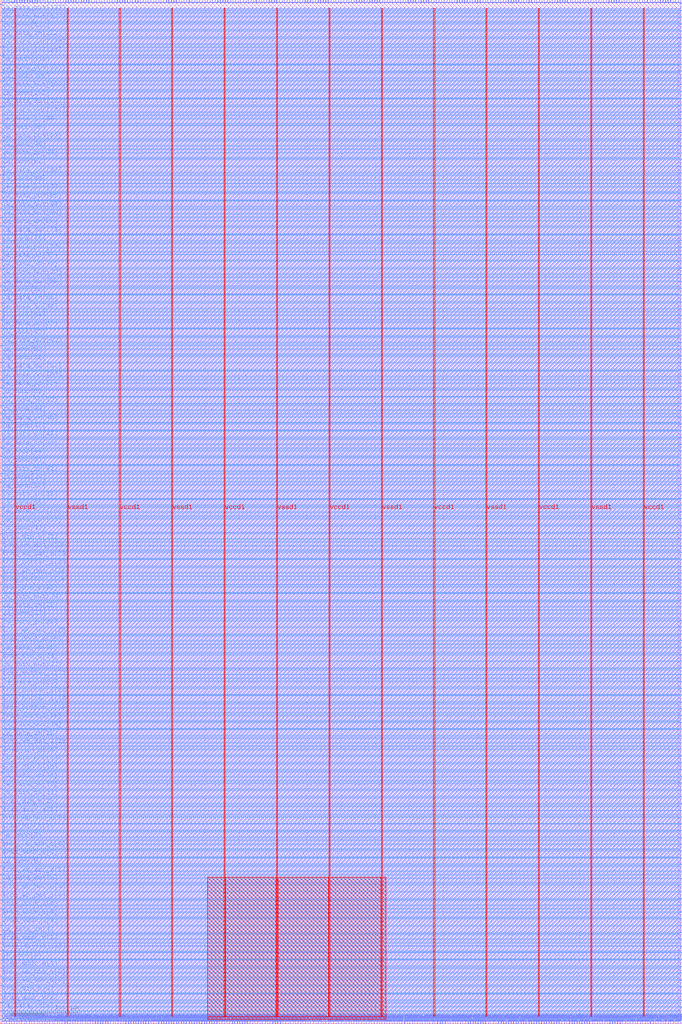
<source format=lef>
VERSION 5.7 ;
  NOWIREEXTENSIONATPIN ON ;
  DIVIDERCHAR "/" ;
  BUSBITCHARS "[]" ;
MACRO user_proj_example
  CLASS BLOCK ;
  FOREIGN user_proj_example ;
  ORIGIN 0.000 0.000 ;
  SIZE 1000.000 BY 1500.000 ;
  PIN io_in[0]
    DIRECTION INPUT ;
    USE SIGNAL ;
    PORT
      LAYER met2 ;
        RECT 1.930 1496.000 2.210 1500.000 ;
    END
  END io_in[0]
  PIN io_in[10]
    DIRECTION INPUT ;
    USE SIGNAL ;
    PORT
      LAYER met2 ;
        RECT 115.090 1496.000 115.370 1500.000 ;
    END
  END io_in[10]
  PIN io_in[11]
    DIRECTION INPUT ;
    USE SIGNAL ;
    PORT
      LAYER met2 ;
        RECT 126.130 1496.000 126.410 1500.000 ;
    END
  END io_in[11]
  PIN io_in[12]
    DIRECTION INPUT ;
    USE SIGNAL ;
    PORT
      LAYER met2 ;
        RECT 137.630 1496.000 137.910 1500.000 ;
    END
  END io_in[12]
  PIN io_in[13]
    DIRECTION INPUT ;
    USE SIGNAL ;
    PORT
      LAYER met2 ;
        RECT 148.670 1496.000 148.950 1500.000 ;
    END
  END io_in[13]
  PIN io_in[14]
    DIRECTION INPUT ;
    USE SIGNAL ;
    PORT
      LAYER met2 ;
        RECT 160.170 1496.000 160.450 1500.000 ;
    END
  END io_in[14]
  PIN io_in[15]
    DIRECTION INPUT ;
    USE SIGNAL ;
    PORT
      LAYER met2 ;
        RECT 171.670 1496.000 171.950 1500.000 ;
    END
  END io_in[15]
  PIN io_in[16]
    DIRECTION INPUT ;
    USE SIGNAL ;
    PORT
      LAYER met2 ;
        RECT 182.710 1496.000 182.990 1500.000 ;
    END
  END io_in[16]
  PIN io_in[17]
    DIRECTION INPUT ;
    USE SIGNAL ;
    PORT
      LAYER met2 ;
        RECT 194.210 1496.000 194.490 1500.000 ;
    END
  END io_in[17]
  PIN io_in[18]
    DIRECTION INPUT ;
    USE SIGNAL ;
    PORT
      LAYER met2 ;
        RECT 205.710 1496.000 205.990 1500.000 ;
    END
  END io_in[18]
  PIN io_in[19]
    DIRECTION INPUT ;
    USE SIGNAL ;
    PORT
      LAYER met2 ;
        RECT 216.750 1496.000 217.030 1500.000 ;
    END
  END io_in[19]
  PIN io_in[1]
    DIRECTION INPUT ;
    USE SIGNAL ;
    PORT
      LAYER met2 ;
        RECT 12.970 1496.000 13.250 1500.000 ;
    END
  END io_in[1]
  PIN io_in[20]
    DIRECTION INPUT ;
    USE SIGNAL ;
    PORT
      LAYER met2 ;
        RECT 228.250 1496.000 228.530 1500.000 ;
    END
  END io_in[20]
  PIN io_in[21]
    DIRECTION INPUT ;
    USE SIGNAL ;
    PORT
      LAYER met2 ;
        RECT 239.290 1496.000 239.570 1500.000 ;
    END
  END io_in[21]
  PIN io_in[22]
    DIRECTION INPUT ;
    USE SIGNAL ;
    PORT
      LAYER met2 ;
        RECT 250.790 1496.000 251.070 1500.000 ;
    END
  END io_in[22]
  PIN io_in[23]
    DIRECTION INPUT ;
    USE SIGNAL ;
    PORT
      LAYER met2 ;
        RECT 262.290 1496.000 262.570 1500.000 ;
    END
  END io_in[23]
  PIN io_in[24]
    DIRECTION INPUT ;
    USE SIGNAL ;
    PORT
      LAYER met2 ;
        RECT 273.330 1496.000 273.610 1500.000 ;
    END
  END io_in[24]
  PIN io_in[25]
    DIRECTION INPUT ;
    USE SIGNAL ;
    PORT
      LAYER met2 ;
        RECT 284.830 1496.000 285.110 1500.000 ;
    END
  END io_in[25]
  PIN io_in[26]
    DIRECTION INPUT ;
    USE SIGNAL ;
    PORT
      LAYER met2 ;
        RECT 295.870 1496.000 296.150 1500.000 ;
    END
  END io_in[26]
  PIN io_in[27]
    DIRECTION INPUT ;
    USE SIGNAL ;
    PORT
      LAYER met2 ;
        RECT 307.370 1496.000 307.650 1500.000 ;
    END
  END io_in[27]
  PIN io_in[28]
    DIRECTION INPUT ;
    USE SIGNAL ;
    PORT
      LAYER met2 ;
        RECT 318.870 1496.000 319.150 1500.000 ;
    END
  END io_in[28]
  PIN io_in[29]
    DIRECTION INPUT ;
    USE SIGNAL ;
    PORT
      LAYER met2 ;
        RECT 329.910 1496.000 330.190 1500.000 ;
    END
  END io_in[29]
  PIN io_in[2]
    DIRECTION INPUT ;
    USE SIGNAL ;
    PORT
      LAYER met2 ;
        RECT 24.470 1496.000 24.750 1500.000 ;
    END
  END io_in[2]
  PIN io_in[30]
    DIRECTION INPUT ;
    USE SIGNAL ;
    PORT
      LAYER met2 ;
        RECT 341.410 1496.000 341.690 1500.000 ;
    END
  END io_in[30]
  PIN io_in[31]
    DIRECTION INPUT ;
    USE SIGNAL ;
    PORT
      LAYER met2 ;
        RECT 352.450 1496.000 352.730 1500.000 ;
    END
  END io_in[31]
  PIN io_in[32]
    DIRECTION INPUT ;
    USE SIGNAL ;
    PORT
      LAYER met2 ;
        RECT 363.950 1496.000 364.230 1500.000 ;
    END
  END io_in[32]
  PIN io_in[33]
    DIRECTION INPUT ;
    USE SIGNAL ;
    PORT
      LAYER met2 ;
        RECT 375.450 1496.000 375.730 1500.000 ;
    END
  END io_in[33]
  PIN io_in[34]
    DIRECTION INPUT ;
    USE SIGNAL ;
    PORT
      LAYER met2 ;
        RECT 386.490 1496.000 386.770 1500.000 ;
    END
  END io_in[34]
  PIN io_in[35]
    DIRECTION INPUT ;
    USE SIGNAL ;
    PORT
      LAYER met2 ;
        RECT 397.990 1496.000 398.270 1500.000 ;
    END
  END io_in[35]
  PIN io_in[36]
    DIRECTION INPUT ;
    USE SIGNAL ;
    PORT
      LAYER met2 ;
        RECT 409.490 1496.000 409.770 1500.000 ;
    END
  END io_in[36]
  PIN io_in[37]
    DIRECTION INPUT ;
    USE SIGNAL ;
    PORT
      LAYER met2 ;
        RECT 420.530 1496.000 420.810 1500.000 ;
    END
  END io_in[37]
  PIN io_in[3]
    DIRECTION INPUT ;
    USE SIGNAL ;
    PORT
      LAYER met2 ;
        RECT 35.510 1496.000 35.790 1500.000 ;
    END
  END io_in[3]
  PIN io_in[4]
    DIRECTION INPUT ;
    USE SIGNAL ;
    PORT
      LAYER met2 ;
        RECT 47.010 1496.000 47.290 1500.000 ;
    END
  END io_in[4]
  PIN io_in[5]
    DIRECTION INPUT ;
    USE SIGNAL ;
    PORT
      LAYER met2 ;
        RECT 58.510 1496.000 58.790 1500.000 ;
    END
  END io_in[5]
  PIN io_in[6]
    DIRECTION INPUT ;
    USE SIGNAL ;
    PORT
      LAYER met2 ;
        RECT 69.550 1496.000 69.830 1500.000 ;
    END
  END io_in[6]
  PIN io_in[7]
    DIRECTION INPUT ;
    USE SIGNAL ;
    PORT
      LAYER met2 ;
        RECT 81.050 1496.000 81.330 1500.000 ;
    END
  END io_in[7]
  PIN io_in[8]
    DIRECTION INPUT ;
    USE SIGNAL ;
    PORT
      LAYER met2 ;
        RECT 92.090 1496.000 92.370 1500.000 ;
    END
  END io_in[8]
  PIN io_in[9]
    DIRECTION INPUT ;
    USE SIGNAL ;
    PORT
      LAYER met2 ;
        RECT 103.590 1496.000 103.870 1500.000 ;
    END
  END io_in[9]
  PIN io_oeb[0]
    DIRECTION OUTPUT TRISTATE ;
    USE SIGNAL ;
    PORT
      LAYER met2 ;
        RECT 5.610 1496.000 5.890 1500.000 ;
    END
  END io_oeb[0]
  PIN io_oeb[10]
    DIRECTION OUTPUT TRISTATE ;
    USE SIGNAL ;
    PORT
      LAYER met2 ;
        RECT 118.770 1496.000 119.050 1500.000 ;
    END
  END io_oeb[10]
  PIN io_oeb[11]
    DIRECTION OUTPUT TRISTATE ;
    USE SIGNAL ;
    PORT
      LAYER met2 ;
        RECT 129.810 1496.000 130.090 1500.000 ;
    END
  END io_oeb[11]
  PIN io_oeb[12]
    DIRECTION OUTPUT TRISTATE ;
    USE SIGNAL ;
    PORT
      LAYER met2 ;
        RECT 141.310 1496.000 141.590 1500.000 ;
    END
  END io_oeb[12]
  PIN io_oeb[13]
    DIRECTION OUTPUT TRISTATE ;
    USE SIGNAL ;
    PORT
      LAYER met2 ;
        RECT 152.810 1496.000 153.090 1500.000 ;
    END
  END io_oeb[13]
  PIN io_oeb[14]
    DIRECTION OUTPUT TRISTATE ;
    USE SIGNAL ;
    PORT
      LAYER met2 ;
        RECT 163.850 1496.000 164.130 1500.000 ;
    END
  END io_oeb[14]
  PIN io_oeb[15]
    DIRECTION OUTPUT TRISTATE ;
    USE SIGNAL ;
    PORT
      LAYER met2 ;
        RECT 175.350 1496.000 175.630 1500.000 ;
    END
  END io_oeb[15]
  PIN io_oeb[16]
    DIRECTION OUTPUT TRISTATE ;
    USE SIGNAL ;
    PORT
      LAYER met2 ;
        RECT 186.390 1496.000 186.670 1500.000 ;
    END
  END io_oeb[16]
  PIN io_oeb[17]
    DIRECTION OUTPUT TRISTATE ;
    USE SIGNAL ;
    PORT
      LAYER met2 ;
        RECT 197.890 1496.000 198.170 1500.000 ;
    END
  END io_oeb[17]
  PIN io_oeb[18]
    DIRECTION OUTPUT TRISTATE ;
    USE SIGNAL ;
    PORT
      LAYER met2 ;
        RECT 209.390 1496.000 209.670 1500.000 ;
    END
  END io_oeb[18]
  PIN io_oeb[19]
    DIRECTION OUTPUT TRISTATE ;
    USE SIGNAL ;
    PORT
      LAYER met2 ;
        RECT 220.430 1496.000 220.710 1500.000 ;
    END
  END io_oeb[19]
  PIN io_oeb[1]
    DIRECTION OUTPUT TRISTATE ;
    USE SIGNAL ;
    PORT
      LAYER met2 ;
        RECT 16.650 1496.000 16.930 1500.000 ;
    END
  END io_oeb[1]
  PIN io_oeb[20]
    DIRECTION OUTPUT TRISTATE ;
    USE SIGNAL ;
    PORT
      LAYER met2 ;
        RECT 231.930 1496.000 232.210 1500.000 ;
    END
  END io_oeb[20]
  PIN io_oeb[21]
    DIRECTION OUTPUT TRISTATE ;
    USE SIGNAL ;
    PORT
      LAYER met2 ;
        RECT 243.430 1496.000 243.710 1500.000 ;
    END
  END io_oeb[21]
  PIN io_oeb[22]
    DIRECTION OUTPUT TRISTATE ;
    USE SIGNAL ;
    PORT
      LAYER met2 ;
        RECT 254.470 1496.000 254.750 1500.000 ;
    END
  END io_oeb[22]
  PIN io_oeb[23]
    DIRECTION OUTPUT TRISTATE ;
    USE SIGNAL ;
    PORT
      LAYER met2 ;
        RECT 265.970 1496.000 266.250 1500.000 ;
    END
  END io_oeb[23]
  PIN io_oeb[24]
    DIRECTION OUTPUT TRISTATE ;
    USE SIGNAL ;
    PORT
      LAYER met2 ;
        RECT 277.010 1496.000 277.290 1500.000 ;
    END
  END io_oeb[24]
  PIN io_oeb[25]
    DIRECTION OUTPUT TRISTATE ;
    USE SIGNAL ;
    PORT
      LAYER met2 ;
        RECT 288.510 1496.000 288.790 1500.000 ;
    END
  END io_oeb[25]
  PIN io_oeb[26]
    DIRECTION OUTPUT TRISTATE ;
    USE SIGNAL ;
    PORT
      LAYER met2 ;
        RECT 300.010 1496.000 300.290 1500.000 ;
    END
  END io_oeb[26]
  PIN io_oeb[27]
    DIRECTION OUTPUT TRISTATE ;
    USE SIGNAL ;
    PORT
      LAYER met2 ;
        RECT 311.050 1496.000 311.330 1500.000 ;
    END
  END io_oeb[27]
  PIN io_oeb[28]
    DIRECTION OUTPUT TRISTATE ;
    USE SIGNAL ;
    PORT
      LAYER met2 ;
        RECT 322.550 1496.000 322.830 1500.000 ;
    END
  END io_oeb[28]
  PIN io_oeb[29]
    DIRECTION OUTPUT TRISTATE ;
    USE SIGNAL ;
    PORT
      LAYER met2 ;
        RECT 333.590 1496.000 333.870 1500.000 ;
    END
  END io_oeb[29]
  PIN io_oeb[2]
    DIRECTION OUTPUT TRISTATE ;
    USE SIGNAL ;
    PORT
      LAYER met2 ;
        RECT 28.150 1496.000 28.430 1500.000 ;
    END
  END io_oeb[2]
  PIN io_oeb[30]
    DIRECTION OUTPUT TRISTATE ;
    USE SIGNAL ;
    PORT
      LAYER met2 ;
        RECT 345.090 1496.000 345.370 1500.000 ;
    END
  END io_oeb[30]
  PIN io_oeb[31]
    DIRECTION OUTPUT TRISTATE ;
    USE SIGNAL ;
    PORT
      LAYER met2 ;
        RECT 356.590 1496.000 356.870 1500.000 ;
    END
  END io_oeb[31]
  PIN io_oeb[32]
    DIRECTION OUTPUT TRISTATE ;
    USE SIGNAL ;
    PORT
      LAYER met2 ;
        RECT 367.630 1496.000 367.910 1500.000 ;
    END
  END io_oeb[32]
  PIN io_oeb[33]
    DIRECTION OUTPUT TRISTATE ;
    USE SIGNAL ;
    PORT
      LAYER met2 ;
        RECT 379.130 1496.000 379.410 1500.000 ;
    END
  END io_oeb[33]
  PIN io_oeb[34]
    DIRECTION OUTPUT TRISTATE ;
    USE SIGNAL ;
    PORT
      LAYER met2 ;
        RECT 390.170 1496.000 390.450 1500.000 ;
    END
  END io_oeb[34]
  PIN io_oeb[35]
    DIRECTION OUTPUT TRISTATE ;
    USE SIGNAL ;
    PORT
      LAYER met2 ;
        RECT 401.670 1496.000 401.950 1500.000 ;
    END
  END io_oeb[35]
  PIN io_oeb[36]
    DIRECTION OUTPUT TRISTATE ;
    USE SIGNAL ;
    PORT
      LAYER met2 ;
        RECT 413.170 1496.000 413.450 1500.000 ;
    END
  END io_oeb[36]
  PIN io_oeb[37]
    DIRECTION OUTPUT TRISTATE ;
    USE SIGNAL ;
    PORT
      LAYER met2 ;
        RECT 424.210 1496.000 424.490 1500.000 ;
    END
  END io_oeb[37]
  PIN io_oeb[3]
    DIRECTION OUTPUT TRISTATE ;
    USE SIGNAL ;
    PORT
      LAYER met2 ;
        RECT 39.650 1496.000 39.930 1500.000 ;
    END
  END io_oeb[3]
  PIN io_oeb[4]
    DIRECTION OUTPUT TRISTATE ;
    USE SIGNAL ;
    PORT
      LAYER met2 ;
        RECT 50.690 1496.000 50.970 1500.000 ;
    END
  END io_oeb[4]
  PIN io_oeb[5]
    DIRECTION OUTPUT TRISTATE ;
    USE SIGNAL ;
    PORT
      LAYER met2 ;
        RECT 62.190 1496.000 62.470 1500.000 ;
    END
  END io_oeb[5]
  PIN io_oeb[6]
    DIRECTION OUTPUT TRISTATE ;
    USE SIGNAL ;
    PORT
      LAYER met2 ;
        RECT 73.230 1496.000 73.510 1500.000 ;
    END
  END io_oeb[6]
  PIN io_oeb[7]
    DIRECTION OUTPUT TRISTATE ;
    USE SIGNAL ;
    PORT
      LAYER met2 ;
        RECT 84.730 1496.000 85.010 1500.000 ;
    END
  END io_oeb[7]
  PIN io_oeb[8]
    DIRECTION OUTPUT TRISTATE ;
    USE SIGNAL ;
    PORT
      LAYER met2 ;
        RECT 96.230 1496.000 96.510 1500.000 ;
    END
  END io_oeb[8]
  PIN io_oeb[9]
    DIRECTION OUTPUT TRISTATE ;
    USE SIGNAL ;
    PORT
      LAYER met2 ;
        RECT 107.270 1496.000 107.550 1500.000 ;
    END
  END io_oeb[9]
  PIN io_out[0]
    DIRECTION OUTPUT TRISTATE ;
    USE SIGNAL ;
    PORT
      LAYER met2 ;
        RECT 9.290 1496.000 9.570 1500.000 ;
    END
  END io_out[0]
  PIN io_out[10]
    DIRECTION OUTPUT TRISTATE ;
    USE SIGNAL ;
    PORT
      LAYER met2 ;
        RECT 122.450 1496.000 122.730 1500.000 ;
    END
  END io_out[10]
  PIN io_out[11]
    DIRECTION OUTPUT TRISTATE ;
    USE SIGNAL ;
    PORT
      LAYER met2 ;
        RECT 133.950 1496.000 134.230 1500.000 ;
    END
  END io_out[11]
  PIN io_out[12]
    DIRECTION OUTPUT TRISTATE ;
    USE SIGNAL ;
    PORT
      LAYER met2 ;
        RECT 144.990 1496.000 145.270 1500.000 ;
    END
  END io_out[12]
  PIN io_out[13]
    DIRECTION OUTPUT TRISTATE ;
    USE SIGNAL ;
    PORT
      LAYER met2 ;
        RECT 156.490 1496.000 156.770 1500.000 ;
    END
  END io_out[13]
  PIN io_out[14]
    DIRECTION OUTPUT TRISTATE ;
    USE SIGNAL ;
    PORT
      LAYER met2 ;
        RECT 167.530 1496.000 167.810 1500.000 ;
    END
  END io_out[14]
  PIN io_out[15]
    DIRECTION OUTPUT TRISTATE ;
    USE SIGNAL ;
    PORT
      LAYER met2 ;
        RECT 179.030 1496.000 179.310 1500.000 ;
    END
  END io_out[15]
  PIN io_out[16]
    DIRECTION OUTPUT TRISTATE ;
    USE SIGNAL ;
    PORT
      LAYER met2 ;
        RECT 190.530 1496.000 190.810 1500.000 ;
    END
  END io_out[16]
  PIN io_out[17]
    DIRECTION OUTPUT TRISTATE ;
    USE SIGNAL ;
    PORT
      LAYER met2 ;
        RECT 201.570 1496.000 201.850 1500.000 ;
    END
  END io_out[17]
  PIN io_out[18]
    DIRECTION OUTPUT TRISTATE ;
    USE SIGNAL ;
    PORT
      LAYER met2 ;
        RECT 213.070 1496.000 213.350 1500.000 ;
    END
  END io_out[18]
  PIN io_out[19]
    DIRECTION OUTPUT TRISTATE ;
    USE SIGNAL ;
    PORT
      LAYER met2 ;
        RECT 224.570 1496.000 224.850 1500.000 ;
    END
  END io_out[19]
  PIN io_out[1]
    DIRECTION OUTPUT TRISTATE ;
    USE SIGNAL ;
    PORT
      LAYER met2 ;
        RECT 20.790 1496.000 21.070 1500.000 ;
    END
  END io_out[1]
  PIN io_out[20]
    DIRECTION OUTPUT TRISTATE ;
    USE SIGNAL ;
    PORT
      LAYER met2 ;
        RECT 235.610 1496.000 235.890 1500.000 ;
    END
  END io_out[20]
  PIN io_out[21]
    DIRECTION OUTPUT TRISTATE ;
    USE SIGNAL ;
    PORT
      LAYER met2 ;
        RECT 247.110 1496.000 247.390 1500.000 ;
    END
  END io_out[21]
  PIN io_out[22]
    DIRECTION OUTPUT TRISTATE ;
    USE SIGNAL ;
    PORT
      LAYER met2 ;
        RECT 258.150 1496.000 258.430 1500.000 ;
    END
  END io_out[22]
  PIN io_out[23]
    DIRECTION OUTPUT TRISTATE ;
    USE SIGNAL ;
    PORT
      LAYER met2 ;
        RECT 269.650 1496.000 269.930 1500.000 ;
    END
  END io_out[23]
  PIN io_out[24]
    DIRECTION OUTPUT TRISTATE ;
    USE SIGNAL ;
    PORT
      LAYER met2 ;
        RECT 281.150 1496.000 281.430 1500.000 ;
    END
  END io_out[24]
  PIN io_out[25]
    DIRECTION OUTPUT TRISTATE ;
    USE SIGNAL ;
    PORT
      LAYER met2 ;
        RECT 292.190 1496.000 292.470 1500.000 ;
    END
  END io_out[25]
  PIN io_out[26]
    DIRECTION OUTPUT TRISTATE ;
    USE SIGNAL ;
    PORT
      LAYER met2 ;
        RECT 303.690 1496.000 303.970 1500.000 ;
    END
  END io_out[26]
  PIN io_out[27]
    DIRECTION OUTPUT TRISTATE ;
    USE SIGNAL ;
    PORT
      LAYER met2 ;
        RECT 314.730 1496.000 315.010 1500.000 ;
    END
  END io_out[27]
  PIN io_out[28]
    DIRECTION OUTPUT TRISTATE ;
    USE SIGNAL ;
    PORT
      LAYER met2 ;
        RECT 326.230 1496.000 326.510 1500.000 ;
    END
  END io_out[28]
  PIN io_out[29]
    DIRECTION OUTPUT TRISTATE ;
    USE SIGNAL ;
    PORT
      LAYER met2 ;
        RECT 337.730 1496.000 338.010 1500.000 ;
    END
  END io_out[29]
  PIN io_out[2]
    DIRECTION OUTPUT TRISTATE ;
    USE SIGNAL ;
    PORT
      LAYER met2 ;
        RECT 31.830 1496.000 32.110 1500.000 ;
    END
  END io_out[2]
  PIN io_out[30]
    DIRECTION OUTPUT TRISTATE ;
    USE SIGNAL ;
    PORT
      LAYER met2 ;
        RECT 348.770 1496.000 349.050 1500.000 ;
    END
  END io_out[30]
  PIN io_out[31]
    DIRECTION OUTPUT TRISTATE ;
    USE SIGNAL ;
    PORT
      LAYER met2 ;
        RECT 360.270 1496.000 360.550 1500.000 ;
    END
  END io_out[31]
  PIN io_out[32]
    DIRECTION OUTPUT TRISTATE ;
    USE SIGNAL ;
    PORT
      LAYER met2 ;
        RECT 371.310 1496.000 371.590 1500.000 ;
    END
  END io_out[32]
  PIN io_out[33]
    DIRECTION OUTPUT TRISTATE ;
    USE SIGNAL ;
    PORT
      LAYER met2 ;
        RECT 382.810 1496.000 383.090 1500.000 ;
    END
  END io_out[33]
  PIN io_out[34]
    DIRECTION OUTPUT TRISTATE ;
    USE SIGNAL ;
    PORT
      LAYER met2 ;
        RECT 394.310 1496.000 394.590 1500.000 ;
    END
  END io_out[34]
  PIN io_out[35]
    DIRECTION OUTPUT TRISTATE ;
    USE SIGNAL ;
    PORT
      LAYER met2 ;
        RECT 405.350 1496.000 405.630 1500.000 ;
    END
  END io_out[35]
  PIN io_out[36]
    DIRECTION OUTPUT TRISTATE ;
    USE SIGNAL ;
    PORT
      LAYER met2 ;
        RECT 416.850 1496.000 417.130 1500.000 ;
    END
  END io_out[36]
  PIN io_out[37]
    DIRECTION OUTPUT TRISTATE ;
    USE SIGNAL ;
    PORT
      LAYER met2 ;
        RECT 428.350 1496.000 428.630 1500.000 ;
    END
  END io_out[37]
  PIN io_out[3]
    DIRECTION OUTPUT TRISTATE ;
    USE SIGNAL ;
    PORT
      LAYER met2 ;
        RECT 43.330 1496.000 43.610 1500.000 ;
    END
  END io_out[3]
  PIN io_out[4]
    DIRECTION OUTPUT TRISTATE ;
    USE SIGNAL ;
    PORT
      LAYER met2 ;
        RECT 54.370 1496.000 54.650 1500.000 ;
    END
  END io_out[4]
  PIN io_out[5]
    DIRECTION OUTPUT TRISTATE ;
    USE SIGNAL ;
    PORT
      LAYER met2 ;
        RECT 65.870 1496.000 66.150 1500.000 ;
    END
  END io_out[5]
  PIN io_out[6]
    DIRECTION OUTPUT TRISTATE ;
    USE SIGNAL ;
    PORT
      LAYER met2 ;
        RECT 77.370 1496.000 77.650 1500.000 ;
    END
  END io_out[6]
  PIN io_out[7]
    DIRECTION OUTPUT TRISTATE ;
    USE SIGNAL ;
    PORT
      LAYER met2 ;
        RECT 88.410 1496.000 88.690 1500.000 ;
    END
  END io_out[7]
  PIN io_out[8]
    DIRECTION OUTPUT TRISTATE ;
    USE SIGNAL ;
    PORT
      LAYER met2 ;
        RECT 99.910 1496.000 100.190 1500.000 ;
    END
  END io_out[8]
  PIN io_out[9]
    DIRECTION OUTPUT TRISTATE ;
    USE SIGNAL ;
    PORT
      LAYER met2 ;
        RECT 110.950 1496.000 111.230 1500.000 ;
    END
  END io_out[9]
  PIN irq[0]
    DIRECTION OUTPUT TRISTATE ;
    USE SIGNAL ;
    PORT
      LAYER met2 ;
        RECT 395.690 0.000 395.970 4.000 ;
    END
  END irq[0]
  PIN irq[1]
    DIRECTION OUTPUT TRISTATE ;
    USE SIGNAL ;
    PORT
      LAYER met2 ;
        RECT 399.370 0.000 399.650 4.000 ;
    END
  END irq[1]
  PIN irq[2]
    DIRECTION OUTPUT TRISTATE ;
    USE SIGNAL ;
    PORT
      LAYER met2 ;
        RECT 403.050 0.000 403.330 4.000 ;
    END
  END irq[2]
  PIN la_data_in[0]
    DIRECTION INPUT ;
    USE SIGNAL ;
    PORT
      LAYER met3 ;
        RECT 0.000 18.400 4.000 19.000 ;
    END
  END la_data_in[0]
  PIN la_data_in[100]
    DIRECTION INPUT ;
    USE SIGNAL ;
    PORT
      LAYER met2 ;
        RECT 903.530 1496.000 903.810 1500.000 ;
    END
  END la_data_in[100]
  PIN la_data_in[101]
    DIRECTION INPUT ;
    USE SIGNAL ;
    PORT
      LAYER met2 ;
        RECT 915.030 1496.000 915.310 1500.000 ;
    END
  END la_data_in[101]
  PIN la_data_in[102]
    DIRECTION INPUT ;
    USE SIGNAL ;
    PORT
      LAYER met3 ;
        RECT 996.000 1296.120 1000.000 1296.720 ;
    END
  END la_data_in[102]
  PIN la_data_in[103]
    DIRECTION INPUT ;
    USE SIGNAL ;
    PORT
      LAYER met2 ;
        RECT 922.390 1496.000 922.670 1500.000 ;
    END
  END la_data_in[103]
  PIN la_data_in[104]
    DIRECTION INPUT ;
    USE SIGNAL ;
    PORT
      LAYER met3 ;
        RECT 996.000 1315.840 1000.000 1316.440 ;
    END
  END la_data_in[104]
  PIN la_data_in[105]
    DIRECTION INPUT ;
    USE SIGNAL ;
    PORT
      LAYER met2 ;
        RECT 920.090 0.000 920.370 4.000 ;
    END
  END la_data_in[105]
  PIN la_data_in[106]
    DIRECTION INPUT ;
    USE SIGNAL ;
    PORT
      LAYER met2 ;
        RECT 930.210 1496.000 930.490 1500.000 ;
    END
  END la_data_in[106]
  PIN la_data_in[107]
    DIRECTION INPUT ;
    USE SIGNAL ;
    PORT
      LAYER met3 ;
        RECT 996.000 1335.560 1000.000 1336.160 ;
    END
  END la_data_in[107]
  PIN la_data_in[108]
    DIRECTION INPUT ;
    USE SIGNAL ;
    PORT
      LAYER met2 ;
        RECT 933.890 1496.000 934.170 1500.000 ;
    END
  END la_data_in[108]
  PIN la_data_in[109]
    DIRECTION INPUT ;
    USE SIGNAL ;
    PORT
      LAYER met3 ;
        RECT 996.000 1355.280 1000.000 1355.880 ;
    END
  END la_data_in[109]
  PIN la_data_in[10]
    DIRECTION INPUT ;
    USE SIGNAL ;
    PORT
      LAYER met2 ;
        RECT 536.910 0.000 537.190 4.000 ;
    END
  END la_data_in[10]
  PIN la_data_in[110]
    DIRECTION INPUT ;
    USE SIGNAL ;
    PORT
      LAYER met2 ;
        RECT 941.250 1496.000 941.530 1500.000 ;
    END
  END la_data_in[110]
  PIN la_data_in[111]
    DIRECTION INPUT ;
    USE SIGNAL ;
    PORT
      LAYER met2 ;
        RECT 949.530 0.000 949.810 4.000 ;
    END
  END la_data_in[111]
  PIN la_data_in[112]
    DIRECTION INPUT ;
    USE SIGNAL ;
    PORT
      LAYER met3 ;
        RECT 996.000 1375.680 1000.000 1376.280 ;
    END
  END la_data_in[112]
  PIN la_data_in[113]
    DIRECTION INPUT ;
    USE SIGNAL ;
    PORT
      LAYER met2 ;
        RECT 949.070 1496.000 949.350 1500.000 ;
    END
  END la_data_in[113]
  PIN la_data_in[114]
    DIRECTION INPUT ;
    USE SIGNAL ;
    PORT
      LAYER met2 ;
        RECT 961.030 0.000 961.310 4.000 ;
    END
  END la_data_in[114]
  PIN la_data_in[115]
    DIRECTION INPUT ;
    USE SIGNAL ;
    PORT
      LAYER met2 ;
        RECT 956.430 1496.000 956.710 1500.000 ;
    END
  END la_data_in[115]
  PIN la_data_in[116]
    DIRECTION INPUT ;
    USE SIGNAL ;
    PORT
      LAYER met2 ;
        RECT 964.710 0.000 964.990 4.000 ;
    END
  END la_data_in[116]
  PIN la_data_in[117]
    DIRECTION INPUT ;
    USE SIGNAL ;
    PORT
      LAYER met2 ;
        RECT 968.390 0.000 968.670 4.000 ;
    END
  END la_data_in[117]
  PIN la_data_in[118]
    DIRECTION INPUT ;
    USE SIGNAL ;
    PORT
      LAYER met2 ;
        RECT 971.610 1496.000 971.890 1500.000 ;
    END
  END la_data_in[118]
  PIN la_data_in[119]
    DIRECTION INPUT ;
    USE SIGNAL ;
    PORT
      LAYER met2 ;
        RECT 979.430 0.000 979.710 4.000 ;
    END
  END la_data_in[119]
  PIN la_data_in[11]
    DIRECTION INPUT ;
    USE SIGNAL ;
    PORT
      LAYER met3 ;
        RECT 0.000 330.520 4.000 331.120 ;
    END
  END la_data_in[11]
  PIN la_data_in[120]
    DIRECTION INPUT ;
    USE SIGNAL ;
    PORT
      LAYER met3 ;
        RECT 0.000 1418.520 4.000 1419.120 ;
    END
  END la_data_in[120]
  PIN la_data_in[121]
    DIRECTION INPUT ;
    USE SIGNAL ;
    PORT
      LAYER met3 ;
        RECT 0.000 1443.680 4.000 1444.280 ;
    END
  END la_data_in[121]
  PIN la_data_in[122]
    DIRECTION INPUT ;
    USE SIGNAL ;
    PORT
      LAYER met3 ;
        RECT 996.000 1454.560 1000.000 1455.160 ;
    END
  END la_data_in[122]
  PIN la_data_in[123]
    DIRECTION INPUT ;
    USE SIGNAL ;
    PORT
      LAYER met3 ;
        RECT 996.000 1474.960 1000.000 1475.560 ;
    END
  END la_data_in[123]
  PIN la_data_in[124]
    DIRECTION INPUT ;
    USE SIGNAL ;
    PORT
      LAYER met2 ;
        RECT 986.790 1496.000 987.070 1500.000 ;
    END
  END la_data_in[124]
  PIN la_data_in[125]
    DIRECTION INPUT ;
    USE SIGNAL ;
    PORT
      LAYER met3 ;
        RECT 996.000 1494.680 1000.000 1495.280 ;
    END
  END la_data_in[125]
  PIN la_data_in[126]
    DIRECTION INPUT ;
    USE SIGNAL ;
    PORT
      LAYER met2 ;
        RECT 994.150 0.000 994.430 4.000 ;
    END
  END la_data_in[126]
  PIN la_data_in[127]
    DIRECTION INPUT ;
    USE SIGNAL ;
    PORT
      LAYER met2 ;
        RECT 997.830 1496.000 998.110 1500.000 ;
    END
  END la_data_in[127]
  PIN la_data_in[12]
    DIRECTION INPUT ;
    USE SIGNAL ;
    PORT
      LAYER met3 ;
        RECT 0.000 343.440 4.000 344.040 ;
    END
  END la_data_in[12]
  PIN la_data_in[13]
    DIRECTION INPUT ;
    USE SIGNAL ;
    PORT
      LAYER met2 ;
        RECT 556.230 1496.000 556.510 1500.000 ;
    END
  END la_data_in[13]
  PIN la_data_in[14]
    DIRECTION INPUT ;
    USE SIGNAL ;
    PORT
      LAYER met3 ;
        RECT 0.000 355.680 4.000 356.280 ;
    END
  END la_data_in[14]
  PIN la_data_in[15]
    DIRECTION INPUT ;
    USE SIGNAL ;
    PORT
      LAYER met2 ;
        RECT 582.910 1496.000 583.190 1500.000 ;
    END
  END la_data_in[15]
  PIN la_data_in[16]
    DIRECTION INPUT ;
    USE SIGNAL ;
    PORT
      LAYER met2 ;
        RECT 600.390 0.000 600.670 4.000 ;
    END
  END la_data_in[16]
  PIN la_data_in[17]
    DIRECTION INPUT ;
    USE SIGNAL ;
    PORT
      LAYER met3 ;
        RECT 996.000 431.840 1000.000 432.440 ;
    END
  END la_data_in[17]
  PIN la_data_in[18]
    DIRECTION INPUT ;
    USE SIGNAL ;
    PORT
      LAYER met3 ;
        RECT 0.000 418.240 4.000 418.840 ;
    END
  END la_data_in[18]
  PIN la_data_in[19]
    DIRECTION INPUT ;
    USE SIGNAL ;
    PORT
      LAYER met3 ;
        RECT 996.000 481.480 1000.000 482.080 ;
    END
  END la_data_in[19]
  PIN la_data_in[1]
    DIRECTION INPUT ;
    USE SIGNAL ;
    PORT
      LAYER met2 ;
        RECT 421.910 0.000 422.190 4.000 ;
    END
  END la_data_in[1]
  PIN la_data_in[20]
    DIRECTION INPUT ;
    USE SIGNAL ;
    PORT
      LAYER met3 ;
        RECT 996.000 501.200 1000.000 501.800 ;
    END
  END la_data_in[20]
  PIN la_data_in[21]
    DIRECTION INPUT ;
    USE SIGNAL ;
    PORT
      LAYER met3 ;
        RECT 0.000 493.040 4.000 493.640 ;
    END
  END la_data_in[21]
  PIN la_data_in[22]
    DIRECTION INPUT ;
    USE SIGNAL ;
    PORT
      LAYER met2 ;
        RECT 639.490 1496.000 639.770 1500.000 ;
    END
  END la_data_in[22]
  PIN la_data_in[23]
    DIRECTION INPUT ;
    USE SIGNAL ;
    PORT
      LAYER met2 ;
        RECT 656.050 0.000 656.330 4.000 ;
    END
  END la_data_in[23]
  PIN la_data_in[24]
    DIRECTION INPUT ;
    USE SIGNAL ;
    PORT
      LAYER met3 ;
        RECT 996.000 570.560 1000.000 571.160 ;
    END
  END la_data_in[24]
  PIN la_data_in[25]
    DIRECTION INPUT ;
    USE SIGNAL ;
    PORT
      LAYER met3 ;
        RECT 0.000 543.360 4.000 543.960 ;
    END
  END la_data_in[25]
  PIN la_data_in[26]
    DIRECTION INPUT ;
    USE SIGNAL ;
    PORT
      LAYER met2 ;
        RECT 669.850 1496.000 670.130 1500.000 ;
    END
  END la_data_in[26]
  PIN la_data_in[27]
    DIRECTION INPUT ;
    USE SIGNAL ;
    PORT
      LAYER met3 ;
        RECT 0.000 580.760 4.000 581.360 ;
    END
  END la_data_in[27]
  PIN la_data_in[28]
    DIRECTION INPUT ;
    USE SIGNAL ;
    PORT
      LAYER met3 ;
        RECT 0.000 605.920 4.000 606.520 ;
    END
  END la_data_in[28]
  PIN la_data_in[29]
    DIRECTION INPUT ;
    USE SIGNAL ;
    PORT
      LAYER met3 ;
        RECT 996.000 690.240 1000.000 690.840 ;
    END
  END la_data_in[29]
  PIN la_data_in[2]
    DIRECTION INPUT ;
    USE SIGNAL ;
    PORT
      LAYER met2 ;
        RECT 436.630 0.000 436.910 4.000 ;
    END
  END la_data_in[2]
  PIN la_data_in[30]
    DIRECTION INPUT ;
    USE SIGNAL ;
    PORT
      LAYER met2 ;
        RECT 699.750 1496.000 700.030 1500.000 ;
    END
  END la_data_in[30]
  PIN la_data_in[31]
    DIRECTION INPUT ;
    USE SIGNAL ;
    PORT
      LAYER met3 ;
        RECT 996.000 749.400 1000.000 750.000 ;
    END
  END la_data_in[31]
  PIN la_data_in[32]
    DIRECTION INPUT ;
    USE SIGNAL ;
    PORT
      LAYER met2 ;
        RECT 719.070 0.000 719.350 4.000 ;
    END
  END la_data_in[32]
  PIN la_data_in[33]
    DIRECTION INPUT ;
    USE SIGNAL ;
    PORT
      LAYER met2 ;
        RECT 726.430 0.000 726.710 4.000 ;
    END
  END la_data_in[33]
  PIN la_data_in[34]
    DIRECTION INPUT ;
    USE SIGNAL ;
    PORT
      LAYER met3 ;
        RECT 996.000 769.120 1000.000 769.720 ;
    END
  END la_data_in[34]
  PIN la_data_in[35]
    DIRECTION INPUT ;
    USE SIGNAL ;
    PORT
      LAYER met2 ;
        RECT 741.610 0.000 741.890 4.000 ;
    END
  END la_data_in[35]
  PIN la_data_in[36]
    DIRECTION INPUT ;
    USE SIGNAL ;
    PORT
      LAYER met2 ;
        RECT 722.290 1496.000 722.570 1500.000 ;
    END
  END la_data_in[36]
  PIN la_data_in[37]
    DIRECTION INPUT ;
    USE SIGNAL ;
    PORT
      LAYER met3 ;
        RECT 0.000 768.440 4.000 769.040 ;
    END
  END la_data_in[37]
  PIN la_data_in[38]
    DIRECTION INPUT ;
    USE SIGNAL ;
    PORT
      LAYER met3 ;
        RECT 996.000 779.320 1000.000 779.920 ;
    END
  END la_data_in[38]
  PIN la_data_in[39]
    DIRECTION INPUT ;
    USE SIGNAL ;
    PORT
      LAYER met3 ;
        RECT 996.000 789.520 1000.000 790.120 ;
    END
  END la_data_in[39]
  PIN la_data_in[3]
    DIRECTION INPUT ;
    USE SIGNAL ;
    PORT
      LAYER met2 ;
        RECT 451.350 0.000 451.630 4.000 ;
    END
  END la_data_in[3]
  PIN la_data_in[40]
    DIRECTION INPUT ;
    USE SIGNAL ;
    PORT
      LAYER met2 ;
        RECT 730.110 1496.000 730.390 1500.000 ;
    END
  END la_data_in[40]
  PIN la_data_in[41]
    DIRECTION INPUT ;
    USE SIGNAL ;
    PORT
      LAYER met3 ;
        RECT 0.000 805.840 4.000 806.440 ;
    END
  END la_data_in[41]
  PIN la_data_in[42]
    DIRECTION INPUT ;
    USE SIGNAL ;
    PORT
      LAYER met2 ;
        RECT 763.690 0.000 763.970 4.000 ;
    END
  END la_data_in[42]
  PIN la_data_in[43]
    DIRECTION INPUT ;
    USE SIGNAL ;
    PORT
      LAYER met2 ;
        RECT 745.290 1496.000 745.570 1500.000 ;
    END
  END la_data_in[43]
  PIN la_data_in[44]
    DIRECTION INPUT ;
    USE SIGNAL ;
    PORT
      LAYER met2 ;
        RECT 771.050 0.000 771.330 4.000 ;
    END
  END la_data_in[44]
  PIN la_data_in[45]
    DIRECTION INPUT ;
    USE SIGNAL ;
    PORT
      LAYER met2 ;
        RECT 778.870 0.000 779.150 4.000 ;
    END
  END la_data_in[45]
  PIN la_data_in[46]
    DIRECTION INPUT ;
    USE SIGNAL ;
    PORT
      LAYER met3 ;
        RECT 0.000 843.240 4.000 843.840 ;
    END
  END la_data_in[46]
  PIN la_data_in[47]
    DIRECTION INPUT ;
    USE SIGNAL ;
    PORT
      LAYER met3 ;
        RECT 0.000 856.160 4.000 856.760 ;
    END
  END la_data_in[47]
  PIN la_data_in[48]
    DIRECTION INPUT ;
    USE SIGNAL ;
    PORT
      LAYER met3 ;
        RECT 0.000 880.640 4.000 881.240 ;
    END
  END la_data_in[48]
  PIN la_data_in[49]
    DIRECTION INPUT ;
    USE SIGNAL ;
    PORT
      LAYER met3 ;
        RECT 996.000 828.960 1000.000 829.560 ;
    END
  END la_data_in[49]
  PIN la_data_in[4]
    DIRECTION INPUT ;
    USE SIGNAL ;
    PORT
      LAYER met3 ;
        RECT 0.000 130.600 4.000 131.200 ;
    END
  END la_data_in[4]
  PIN la_data_in[50]
    DIRECTION INPUT ;
    USE SIGNAL ;
    PORT
      LAYER met2 ;
        RECT 756.330 1496.000 756.610 1500.000 ;
    END
  END la_data_in[50]
  PIN la_data_in[51]
    DIRECTION INPUT ;
    USE SIGNAL ;
    PORT
      LAYER met2 ;
        RECT 760.010 1496.000 760.290 1500.000 ;
    END
  END la_data_in[51]
  PIN la_data_in[52]
    DIRECTION INPUT ;
    USE SIGNAL ;
    PORT
      LAYER met3 ;
        RECT 0.000 905.800 4.000 906.400 ;
    END
  END la_data_in[52]
  PIN la_data_in[53]
    DIRECTION INPUT ;
    USE SIGNAL ;
    PORT
      LAYER met3 ;
        RECT 0.000 930.960 4.000 931.560 ;
    END
  END la_data_in[53]
  PIN la_data_in[54]
    DIRECTION INPUT ;
    USE SIGNAL ;
    PORT
      LAYER met2 ;
        RECT 767.830 1496.000 768.110 1500.000 ;
    END
  END la_data_in[54]
  PIN la_data_in[55]
    DIRECTION INPUT ;
    USE SIGNAL ;
    PORT
      LAYER met3 ;
        RECT 996.000 888.800 1000.000 889.400 ;
    END
  END la_data_in[55]
  PIN la_data_in[56]
    DIRECTION INPUT ;
    USE SIGNAL ;
    PORT
      LAYER met3 ;
        RECT 996.000 908.520 1000.000 909.120 ;
    END
  END la_data_in[56]
  PIN la_data_in[57]
    DIRECTION INPUT ;
    USE SIGNAL ;
    PORT
      LAYER met3 ;
        RECT 996.000 928.240 1000.000 928.840 ;
    END
  END la_data_in[57]
  PIN la_data_in[58]
    DIRECTION INPUT ;
    USE SIGNAL ;
    PORT
      LAYER met3 ;
        RECT 996.000 947.960 1000.000 948.560 ;
    END
  END la_data_in[58]
  PIN la_data_in[59]
    DIRECTION INPUT ;
    USE SIGNAL ;
    PORT
      LAYER met3 ;
        RECT 996.000 958.160 1000.000 958.760 ;
    END
  END la_data_in[59]
  PIN la_data_in[5]
    DIRECTION INPUT ;
    USE SIGNAL ;
    PORT
      LAYER met2 ;
        RECT 480.790 1496.000 481.070 1500.000 ;
    END
  END la_data_in[5]
  PIN la_data_in[60]
    DIRECTION INPUT ;
    USE SIGNAL ;
    PORT
      LAYER met2 ;
        RECT 815.670 0.000 815.950 4.000 ;
    END
  END la_data_in[60]
  PIN la_data_in[61]
    DIRECTION INPUT ;
    USE SIGNAL ;
    PORT
      LAYER met3 ;
        RECT 996.000 988.080 1000.000 988.680 ;
    END
  END la_data_in[61]
  PIN la_data_in[62]
    DIRECTION INPUT ;
    USE SIGNAL ;
    PORT
      LAYER met2 ;
        RECT 783.010 1496.000 783.290 1500.000 ;
    END
  END la_data_in[62]
  PIN la_data_in[63]
    DIRECTION INPUT ;
    USE SIGNAL ;
    PORT
      LAYER met3 ;
        RECT 0.000 1018.680 4.000 1019.280 ;
    END
  END la_data_in[63]
  PIN la_data_in[64]
    DIRECTION INPUT ;
    USE SIGNAL ;
    PORT
      LAYER met2 ;
        RECT 827.170 0.000 827.450 4.000 ;
    END
  END la_data_in[64]
  PIN la_data_in[65]
    DIRECTION INPUT ;
    USE SIGNAL ;
    PORT
      LAYER met2 ;
        RECT 790.370 1496.000 790.650 1500.000 ;
    END
  END la_data_in[65]
  PIN la_data_in[66]
    DIRECTION INPUT ;
    USE SIGNAL ;
    PORT
      LAYER met2 ;
        RECT 797.730 1496.000 798.010 1500.000 ;
    END
  END la_data_in[66]
  PIN la_data_in[67]
    DIRECTION INPUT ;
    USE SIGNAL ;
    PORT
      LAYER met3 ;
        RECT 0.000 1043.160 4.000 1043.760 ;
    END
  END la_data_in[67]
  PIN la_data_in[68]
    DIRECTION INPUT ;
    USE SIGNAL ;
    PORT
      LAYER met3 ;
        RECT 0.000 1056.080 4.000 1056.680 ;
    END
  END la_data_in[68]
  PIN la_data_in[69]
    DIRECTION INPUT ;
    USE SIGNAL ;
    PORT
      LAYER met3 ;
        RECT 996.000 1037.720 1000.000 1038.320 ;
    END
  END la_data_in[69]
  PIN la_data_in[6]
    DIRECTION INPUT ;
    USE SIGNAL ;
    PORT
      LAYER met3 ;
        RECT 996.000 242.800 1000.000 243.400 ;
    END
  END la_data_in[6]
  PIN la_data_in[70]
    DIRECTION INPUT ;
    USE SIGNAL ;
    PORT
      LAYER met2 ;
        RECT 841.890 0.000 842.170 4.000 ;
    END
  END la_data_in[70]
  PIN la_data_in[71]
    DIRECTION INPUT ;
    USE SIGNAL ;
    PORT
      LAYER met3 ;
        RECT 996.000 1047.240 1000.000 1047.840 ;
    END
  END la_data_in[71]
  PIN la_data_in[72]
    DIRECTION INPUT ;
    USE SIGNAL ;
    PORT
      LAYER met2 ;
        RECT 845.570 0.000 845.850 4.000 ;
    END
  END la_data_in[72]
  PIN la_data_in[73]
    DIRECTION INPUT ;
    USE SIGNAL ;
    PORT
      LAYER met3 ;
        RECT 0.000 1105.720 4.000 1106.320 ;
    END
  END la_data_in[73]
  PIN la_data_in[74]
    DIRECTION INPUT ;
    USE SIGNAL ;
    PORT
      LAYER met3 ;
        RECT 996.000 1067.640 1000.000 1068.240 ;
    END
  END la_data_in[74]
  PIN la_data_in[75]
    DIRECTION INPUT ;
    USE SIGNAL ;
    PORT
      LAYER met3 ;
        RECT 0.000 1118.640 4.000 1119.240 ;
    END
  END la_data_in[75]
  PIN la_data_in[76]
    DIRECTION INPUT ;
    USE SIGNAL ;
    PORT
      LAYER met3 ;
        RECT 996.000 1087.360 1000.000 1087.960 ;
    END
  END la_data_in[76]
  PIN la_data_in[77]
    DIRECTION INPUT ;
    USE SIGNAL ;
    PORT
      LAYER met3 ;
        RECT 996.000 1097.560 1000.000 1098.160 ;
    END
  END la_data_in[77]
  PIN la_data_in[78]
    DIRECTION INPUT ;
    USE SIGNAL ;
    PORT
      LAYER met2 ;
        RECT 863.970 0.000 864.250 4.000 ;
    END
  END la_data_in[78]
  PIN la_data_in[79]
    DIRECTION INPUT ;
    USE SIGNAL ;
    PORT
      LAYER met2 ;
        RECT 835.910 1496.000 836.190 1500.000 ;
    END
  END la_data_in[79]
  PIN la_data_in[7]
    DIRECTION INPUT ;
    USE SIGNAL ;
    PORT
      LAYER met2 ;
        RECT 495.970 0.000 496.250 4.000 ;
    END
  END la_data_in[7]
  PIN la_data_in[80]
    DIRECTION INPUT ;
    USE SIGNAL ;
    PORT
      LAYER met3 ;
        RECT 0.000 1168.280 4.000 1168.880 ;
    END
  END la_data_in[80]
  PIN la_data_in[81]
    DIRECTION INPUT ;
    USE SIGNAL ;
    PORT
      LAYER met2 ;
        RECT 839.590 1496.000 839.870 1500.000 ;
    END
  END la_data_in[81]
  PIN la_data_in[82]
    DIRECTION INPUT ;
    USE SIGNAL ;
    PORT
      LAYER met2 ;
        RECT 843.270 1496.000 843.550 1500.000 ;
    END
  END la_data_in[82]
  PIN la_data_in[83]
    DIRECTION INPUT ;
    USE SIGNAL ;
    PORT
      LAYER met3 ;
        RECT 996.000 1126.800 1000.000 1127.400 ;
    END
  END la_data_in[83]
  PIN la_data_in[84]
    DIRECTION INPUT ;
    USE SIGNAL ;
    PORT
      LAYER met2 ;
        RECT 882.830 0.000 883.110 4.000 ;
    END
  END la_data_in[84]
  PIN la_data_in[85]
    DIRECTION INPUT ;
    USE SIGNAL ;
    PORT
      LAYER met2 ;
        RECT 858.450 1496.000 858.730 1500.000 ;
    END
  END la_data_in[85]
  PIN la_data_in[86]
    DIRECTION INPUT ;
    USE SIGNAL ;
    PORT
      LAYER met3 ;
        RECT 996.000 1147.200 1000.000 1147.800 ;
    END
  END la_data_in[86]
  PIN la_data_in[87]
    DIRECTION INPUT ;
    USE SIGNAL ;
    PORT
      LAYER met2 ;
        RECT 886.510 0.000 886.790 4.000 ;
    END
  END la_data_in[87]
  PIN la_data_in[88]
    DIRECTION INPUT ;
    USE SIGNAL ;
    PORT
      LAYER met3 ;
        RECT 996.000 1166.920 1000.000 1167.520 ;
    END
  END la_data_in[88]
  PIN la_data_in[89]
    DIRECTION INPUT ;
    USE SIGNAL ;
    PORT
      LAYER met3 ;
        RECT 996.000 1176.440 1000.000 1177.040 ;
    END
  END la_data_in[89]
  PIN la_data_in[8]
    DIRECTION INPUT ;
    USE SIGNAL ;
    PORT
      LAYER met2 ;
        RECT 511.150 0.000 511.430 4.000 ;
    END
  END la_data_in[8]
  PIN la_data_in[90]
    DIRECTION INPUT ;
    USE SIGNAL ;
    PORT
      LAYER met2 ;
        RECT 877.310 1496.000 877.590 1500.000 ;
    END
  END la_data_in[90]
  PIN la_data_in[91]
    DIRECTION INPUT ;
    USE SIGNAL ;
    PORT
      LAYER met3 ;
        RECT 996.000 1196.840 1000.000 1197.440 ;
    END
  END la_data_in[91]
  PIN la_data_in[92]
    DIRECTION INPUT ;
    USE SIGNAL ;
    PORT
      LAYER met3 ;
        RECT 996.000 1226.080 1000.000 1226.680 ;
    END
  END la_data_in[92]
  PIN la_data_in[93]
    DIRECTION INPUT ;
    USE SIGNAL ;
    PORT
      LAYER met3 ;
        RECT 996.000 1236.280 1000.000 1236.880 ;
    END
  END la_data_in[93]
  PIN la_data_in[94]
    DIRECTION INPUT ;
    USE SIGNAL ;
    PORT
      LAYER met2 ;
        RECT 888.350 1496.000 888.630 1500.000 ;
    END
  END la_data_in[94]
  PIN la_data_in[95]
    DIRECTION INPUT ;
    USE SIGNAL ;
    PORT
      LAYER met3 ;
        RECT 0.000 1268.240 4.000 1268.840 ;
    END
  END la_data_in[95]
  PIN la_data_in[96]
    DIRECTION INPUT ;
    USE SIGNAL ;
    PORT
      LAYER met2 ;
        RECT 896.170 1496.000 896.450 1500.000 ;
    END
  END la_data_in[96]
  PIN la_data_in[97]
    DIRECTION INPUT ;
    USE SIGNAL ;
    PORT
      LAYER met3 ;
        RECT 996.000 1266.200 1000.000 1266.800 ;
    END
  END la_data_in[97]
  PIN la_data_in[98]
    DIRECTION INPUT ;
    USE SIGNAL ;
    PORT
      LAYER met3 ;
        RECT 996.000 1275.720 1000.000 1276.320 ;
    END
  END la_data_in[98]
  PIN la_data_in[99]
    DIRECTION INPUT ;
    USE SIGNAL ;
    PORT
      LAYER met3 ;
        RECT 0.000 1318.560 4.000 1319.160 ;
    END
  END la_data_in[99]
  PIN la_data_in[9]
    DIRECTION INPUT ;
    USE SIGNAL ;
    PORT
      LAYER met2 ;
        RECT 499.650 1496.000 499.930 1500.000 ;
    END
  END la_data_in[9]
  PIN la_data_out[0]
    DIRECTION OUTPUT TRISTATE ;
    USE SIGNAL ;
    PORT
      LAYER met2 ;
        RECT 414.550 0.000 414.830 4.000 ;
    END
  END la_data_out[0]
  PIN la_data_out[100]
    DIRECTION OUTPUT TRISTATE ;
    USE SIGNAL ;
    PORT
      LAYER met2 ;
        RECT 907.210 1496.000 907.490 1500.000 ;
    END
  END la_data_out[100]
  PIN la_data_out[101]
    DIRECTION OUTPUT TRISTATE ;
    USE SIGNAL ;
    PORT
      LAYER met3 ;
        RECT 0.000 1330.800 4.000 1331.400 ;
    END
  END la_data_out[101]
  PIN la_data_out[102]
    DIRECTION OUTPUT TRISTATE ;
    USE SIGNAL ;
    PORT
      LAYER met2 ;
        RECT 916.410 0.000 916.690 4.000 ;
    END
  END la_data_out[102]
  PIN la_data_out[103]
    DIRECTION OUTPUT TRISTATE ;
    USE SIGNAL ;
    PORT
      LAYER met3 ;
        RECT 0.000 1343.720 4.000 1344.320 ;
    END
  END la_data_out[103]
  PIN la_data_out[104]
    DIRECTION OUTPUT TRISTATE ;
    USE SIGNAL ;
    PORT
      LAYER met3 ;
        RECT 0.000 1368.200 4.000 1368.800 ;
    END
  END la_data_out[104]
  PIN la_data_out[105]
    DIRECTION OUTPUT TRISTATE ;
    USE SIGNAL ;
    PORT
      LAYER met3 ;
        RECT 996.000 1326.040 1000.000 1326.640 ;
    END
  END la_data_out[105]
  PIN la_data_out[106]
    DIRECTION OUTPUT TRISTATE ;
    USE SIGNAL ;
    PORT
      LAYER met2 ;
        RECT 927.450 0.000 927.730 4.000 ;
    END
  END la_data_out[106]
  PIN la_data_out[107]
    DIRECTION OUTPUT TRISTATE ;
    USE SIGNAL ;
    PORT
      LAYER met2 ;
        RECT 931.130 0.000 931.410 4.000 ;
    END
  END la_data_out[107]
  PIN la_data_out[108]
    DIRECTION OUTPUT TRISTATE ;
    USE SIGNAL ;
    PORT
      LAYER met2 ;
        RECT 934.810 0.000 935.090 4.000 ;
    END
  END la_data_out[108]
  PIN la_data_out[109]
    DIRECTION OUTPUT TRISTATE ;
    USE SIGNAL ;
    PORT
      LAYER met2 ;
        RECT 942.170 0.000 942.450 4.000 ;
    END
  END la_data_out[109]
  PIN la_data_out[10]
    DIRECTION OUTPUT TRISTATE ;
    USE SIGNAL ;
    PORT
      LAYER met2 ;
        RECT 514.830 1496.000 515.110 1500.000 ;
    END
  END la_data_out[10]
  PIN la_data_out[110]
    DIRECTION OUTPUT TRISTATE ;
    USE SIGNAL ;
    PORT
      LAYER met2 ;
        RECT 945.850 0.000 946.130 4.000 ;
    END
  END la_data_out[110]
  PIN la_data_out[111]
    DIRECTION OUTPUT TRISTATE ;
    USE SIGNAL ;
    PORT
      LAYER met3 ;
        RECT 0.000 1393.360 4.000 1393.960 ;
    END
  END la_data_out[111]
  PIN la_data_out[112]
    DIRECTION OUTPUT TRISTATE ;
    USE SIGNAL ;
    PORT
      LAYER met2 ;
        RECT 953.210 0.000 953.490 4.000 ;
    END
  END la_data_out[112]
  PIN la_data_out[113]
    DIRECTION OUTPUT TRISTATE ;
    USE SIGNAL ;
    PORT
      LAYER met2 ;
        RECT 957.350 0.000 957.630 4.000 ;
    END
  END la_data_out[113]
  PIN la_data_out[114]
    DIRECTION OUTPUT TRISTATE ;
    USE SIGNAL ;
    PORT
      LAYER met3 ;
        RECT 996.000 1395.400 1000.000 1396.000 ;
    END
  END la_data_out[114]
  PIN la_data_out[115]
    DIRECTION OUTPUT TRISTATE ;
    USE SIGNAL ;
    PORT
      LAYER met3 ;
        RECT 996.000 1415.120 1000.000 1415.720 ;
    END
  END la_data_out[115]
  PIN la_data_out[116]
    DIRECTION OUTPUT TRISTATE ;
    USE SIGNAL ;
    PORT
      LAYER met2 ;
        RECT 963.790 1496.000 964.070 1500.000 ;
    END
  END la_data_out[116]
  PIN la_data_out[117]
    DIRECTION OUTPUT TRISTATE ;
    USE SIGNAL ;
    PORT
      LAYER met2 ;
        RECT 967.930 1496.000 968.210 1500.000 ;
    END
  END la_data_out[117]
  PIN la_data_out[118]
    DIRECTION OUTPUT TRISTATE ;
    USE SIGNAL ;
    PORT
      LAYER met2 ;
        RECT 975.750 0.000 976.030 4.000 ;
    END
  END la_data_out[118]
  PIN la_data_out[119]
    DIRECTION OUTPUT TRISTATE ;
    USE SIGNAL ;
    PORT
      LAYER met2 ;
        RECT 975.290 1496.000 975.570 1500.000 ;
    END
  END la_data_out[119]
  PIN la_data_out[11]
    DIRECTION OUTPUT TRISTATE ;
    USE SIGNAL ;
    PORT
      LAYER met2 ;
        RECT 526.330 1496.000 526.610 1500.000 ;
    END
  END la_data_out[11]
  PIN la_data_out[120]
    DIRECTION OUTPUT TRISTATE ;
    USE SIGNAL ;
    PORT
      LAYER met3 ;
        RECT 0.000 1430.760 4.000 1431.360 ;
    END
  END la_data_out[120]
  PIN la_data_out[121]
    DIRECTION OUTPUT TRISTATE ;
    USE SIGNAL ;
    PORT
      LAYER met2 ;
        RECT 978.970 1496.000 979.250 1500.000 ;
    END
  END la_data_out[121]
  PIN la_data_out[122]
    DIRECTION OUTPUT TRISTATE ;
    USE SIGNAL ;
    PORT
      LAYER met3 ;
        RECT 996.000 1464.760 1000.000 1465.360 ;
    END
  END la_data_out[122]
  PIN la_data_out[123]
    DIRECTION OUTPUT TRISTATE ;
    USE SIGNAL ;
    PORT
      LAYER met3 ;
        RECT 0.000 1468.160 4.000 1468.760 ;
    END
  END la_data_out[123]
  PIN la_data_out[124]
    DIRECTION OUTPUT TRISTATE ;
    USE SIGNAL ;
    PORT
      LAYER met3 ;
        RECT 996.000 1484.480 1000.000 1485.080 ;
    END
  END la_data_out[124]
  PIN la_data_out[125]
    DIRECTION OUTPUT TRISTATE ;
    USE SIGNAL ;
    PORT
      LAYER met2 ;
        RECT 986.790 0.000 987.070 4.000 ;
    END
  END la_data_out[125]
  PIN la_data_out[126]
    DIRECTION OUTPUT TRISTATE ;
    USE SIGNAL ;
    PORT
      LAYER met2 ;
        RECT 994.150 1496.000 994.430 1500.000 ;
    END
  END la_data_out[126]
  PIN la_data_out[127]
    DIRECTION OUTPUT TRISTATE ;
    USE SIGNAL ;
    PORT
      LAYER met3 ;
        RECT 0.000 1481.080 4.000 1481.680 ;
    END
  END la_data_out[127]
  PIN la_data_out[12]
    DIRECTION OUTPUT TRISTATE ;
    USE SIGNAL ;
    PORT
      LAYER met2 ;
        RECT 541.510 1496.000 541.790 1500.000 ;
    END
  END la_data_out[12]
  PIN la_data_out[13]
    DIRECTION OUTPUT TRISTATE ;
    USE SIGNAL ;
    PORT
      LAYER met2 ;
        RECT 570.490 0.000 570.770 4.000 ;
    END
  END la_data_out[13]
  PIN la_data_out[14]
    DIRECTION OUTPUT TRISTATE ;
    USE SIGNAL ;
    PORT
      LAYER met2 ;
        RECT 571.410 1496.000 571.690 1500.000 ;
    END
  END la_data_out[14]
  PIN la_data_out[15]
    DIRECTION OUTPUT TRISTATE ;
    USE SIGNAL ;
    PORT
      LAYER met3 ;
        RECT 996.000 401.920 1000.000 402.520 ;
    END
  END la_data_out[15]
  PIN la_data_out[16]
    DIRECTION OUTPUT TRISTATE ;
    USE SIGNAL ;
    PORT
      LAYER met3 ;
        RECT 0.000 380.840 4.000 381.440 ;
    END
  END la_data_out[16]
  PIN la_data_out[17]
    DIRECTION OUTPUT TRISTATE ;
    USE SIGNAL ;
    PORT
      LAYER met2 ;
        RECT 604.070 0.000 604.350 4.000 ;
    END
  END la_data_out[17]
  PIN la_data_out[18]
    DIRECTION OUTPUT TRISTATE ;
    USE SIGNAL ;
    PORT
      LAYER met3 ;
        RECT 0.000 431.160 4.000 431.760 ;
    END
  END la_data_out[18]
  PIN la_data_out[19]
    DIRECTION OUTPUT TRISTATE ;
    USE SIGNAL ;
    PORT
      LAYER met2 ;
        RECT 615.110 0.000 615.390 4.000 ;
    END
  END la_data_out[19]
  PIN la_data_out[1]
    DIRECTION OUTPUT TRISTATE ;
    USE SIGNAL ;
    PORT
      LAYER met3 ;
        RECT 996.000 34.040 1000.000 34.640 ;
    END
  END la_data_out[1]
  PIN la_data_out[20]
    DIRECTION OUTPUT TRISTATE ;
    USE SIGNAL ;
    PORT
      LAYER met2 ;
        RECT 626.150 0.000 626.430 4.000 ;
    END
  END la_data_out[20]
  PIN la_data_out[21]
    DIRECTION OUTPUT TRISTATE ;
    USE SIGNAL ;
    PORT
      LAYER met3 ;
        RECT 996.000 511.400 1000.000 512.000 ;
    END
  END la_data_out[21]
  PIN la_data_out[22]
    DIRECTION OUTPUT TRISTATE ;
    USE SIGNAL ;
    PORT
      LAYER met3 ;
        RECT 996.000 520.920 1000.000 521.520 ;
    END
  END la_data_out[22]
  PIN la_data_out[23]
    DIRECTION OUTPUT TRISTATE ;
    USE SIGNAL ;
    PORT
      LAYER met3 ;
        RECT 0.000 518.200 4.000 518.800 ;
    END
  END la_data_out[23]
  PIN la_data_out[24]
    DIRECTION OUTPUT TRISTATE ;
    USE SIGNAL ;
    PORT
      LAYER met2 ;
        RECT 670.770 0.000 671.050 4.000 ;
    END
  END la_data_out[24]
  PIN la_data_out[25]
    DIRECTION OUTPUT TRISTATE ;
    USE SIGNAL ;
    PORT
      LAYER met3 ;
        RECT 996.000 610.680 1000.000 611.280 ;
    END
  END la_data_out[25]
  PIN la_data_out[26]
    DIRECTION OUTPUT TRISTATE ;
    USE SIGNAL ;
    PORT
      LAYER met3 ;
        RECT 996.000 630.400 1000.000 631.000 ;
    END
  END la_data_out[26]
  PIN la_data_out[27]
    DIRECTION OUTPUT TRISTATE ;
    USE SIGNAL ;
    PORT
      LAYER met3 ;
        RECT 996.000 650.120 1000.000 650.720 ;
    END
  END la_data_out[27]
  PIN la_data_out[28]
    DIRECTION OUTPUT TRISTATE ;
    USE SIGNAL ;
    PORT
      LAYER met3 ;
        RECT 0.000 618.160 4.000 618.760 ;
    END
  END la_data_out[28]
  PIN la_data_out[29]
    DIRECTION OUTPUT TRISTATE ;
    USE SIGNAL ;
    PORT
      LAYER met3 ;
        RECT 996.000 699.760 1000.000 700.360 ;
    END
  END la_data_out[29]
  PIN la_data_out[2]
    DIRECTION OUTPUT TRISTATE ;
    USE SIGNAL ;
    PORT
      LAYER met2 ;
        RECT 440.310 0.000 440.590 4.000 ;
    END
  END la_data_out[2]
  PIN la_data_out[30]
    DIRECTION OUTPUT TRISTATE ;
    USE SIGNAL ;
    PORT
      LAYER met3 ;
        RECT 996.000 729.680 1000.000 730.280 ;
    END
  END la_data_out[30]
  PIN la_data_out[31]
    DIRECTION OUTPUT TRISTATE ;
    USE SIGNAL ;
    PORT
      LAYER met2 ;
        RECT 711.250 1496.000 711.530 1500.000 ;
    END
  END la_data_out[31]
  PIN la_data_out[32]
    DIRECTION OUTPUT TRISTATE ;
    USE SIGNAL ;
    PORT
      LAYER met2 ;
        RECT 722.750 0.000 723.030 4.000 ;
    END
  END la_data_out[32]
  PIN la_data_out[33]
    DIRECTION OUTPUT TRISTATE ;
    USE SIGNAL ;
    PORT
      LAYER met2 ;
        RECT 730.570 0.000 730.850 4.000 ;
    END
  END la_data_out[33]
  PIN la_data_out[34]
    DIRECTION OUTPUT TRISTATE ;
    USE SIGNAL ;
    PORT
      LAYER met2 ;
        RECT 734.250 0.000 734.530 4.000 ;
    END
  END la_data_out[34]
  PIN la_data_out[35]
    DIRECTION OUTPUT TRISTATE ;
    USE SIGNAL ;
    PORT
      LAYER met3 ;
        RECT 0.000 731.040 4.000 731.640 ;
    END
  END la_data_out[35]
  PIN la_data_out[36]
    DIRECTION OUTPUT TRISTATE ;
    USE SIGNAL ;
    PORT
      LAYER met3 ;
        RECT 0.000 743.280 4.000 743.880 ;
    END
  END la_data_out[36]
  PIN la_data_out[37]
    DIRECTION OUTPUT TRISTATE ;
    USE SIGNAL ;
    PORT
      LAYER met2 ;
        RECT 748.970 0.000 749.250 4.000 ;
    END
  END la_data_out[37]
  PIN la_data_out[38]
    DIRECTION OUTPUT TRISTATE ;
    USE SIGNAL ;
    PORT
      LAYER met2 ;
        RECT 752.650 0.000 752.930 4.000 ;
    END
  END la_data_out[38]
  PIN la_data_out[39]
    DIRECTION OUTPUT TRISTATE ;
    USE SIGNAL ;
    PORT
      LAYER met2 ;
        RECT 726.430 1496.000 726.710 1500.000 ;
    END
  END la_data_out[39]
  PIN la_data_out[3]
    DIRECTION OUTPUT TRISTATE ;
    USE SIGNAL ;
    PORT
      LAYER met3 ;
        RECT 996.000 133.320 1000.000 133.920 ;
    END
  END la_data_out[3]
  PIN la_data_out[40]
    DIRECTION OUTPUT TRISTATE ;
    USE SIGNAL ;
    PORT
      LAYER met2 ;
        RECT 733.790 1496.000 734.070 1500.000 ;
    END
  END la_data_out[40]
  PIN la_data_out[41]
    DIRECTION OUTPUT TRISTATE ;
    USE SIGNAL ;
    PORT
      LAYER met2 ;
        RECT 737.470 1496.000 737.750 1500.000 ;
    END
  END la_data_out[41]
  PIN la_data_out[42]
    DIRECTION OUTPUT TRISTATE ;
    USE SIGNAL ;
    PORT
      LAYER met2 ;
        RECT 741.150 1496.000 741.430 1500.000 ;
    END
  END la_data_out[42]
  PIN la_data_out[43]
    DIRECTION OUTPUT TRISTATE ;
    USE SIGNAL ;
    PORT
      LAYER met3 ;
        RECT 996.000 799.040 1000.000 799.640 ;
    END
  END la_data_out[43]
  PIN la_data_out[44]
    DIRECTION OUTPUT TRISTATE ;
    USE SIGNAL ;
    PORT
      LAYER met2 ;
        RECT 775.190 0.000 775.470 4.000 ;
    END
  END la_data_out[44]
  PIN la_data_out[45]
    DIRECTION OUTPUT TRISTATE ;
    USE SIGNAL ;
    PORT
      LAYER met2 ;
        RECT 782.550 0.000 782.830 4.000 ;
    END
  END la_data_out[45]
  PIN la_data_out[46]
    DIRECTION OUTPUT TRISTATE ;
    USE SIGNAL ;
    PORT
      LAYER met2 ;
        RECT 786.230 0.000 786.510 4.000 ;
    END
  END la_data_out[46]
  PIN la_data_out[47]
    DIRECTION OUTPUT TRISTATE ;
    USE SIGNAL ;
    PORT
      LAYER met3 ;
        RECT 996.000 818.760 1000.000 819.360 ;
    END
  END la_data_out[47]
  PIN la_data_out[48]
    DIRECTION OUTPUT TRISTATE ;
    USE SIGNAL ;
    PORT
      LAYER met2 ;
        RECT 793.590 0.000 793.870 4.000 ;
    END
  END la_data_out[48]
  PIN la_data_out[49]
    DIRECTION OUTPUT TRISTATE ;
    USE SIGNAL ;
    PORT
      LAYER met3 ;
        RECT 996.000 839.160 1000.000 839.760 ;
    END
  END la_data_out[49]
  PIN la_data_out[4]
    DIRECTION OUTPUT TRISTATE ;
    USE SIGNAL ;
    PORT
      LAYER met2 ;
        RECT 466.530 0.000 466.810 4.000 ;
    END
  END la_data_out[4]
  PIN la_data_out[50]
    DIRECTION OUTPUT TRISTATE ;
    USE SIGNAL ;
    PORT
      LAYER met3 ;
        RECT 996.000 848.680 1000.000 849.280 ;
    END
  END la_data_out[50]
  PIN la_data_out[51]
    DIRECTION OUTPUT TRISTATE ;
    USE SIGNAL ;
    PORT
      LAYER met2 ;
        RECT 764.150 1496.000 764.430 1500.000 ;
    END
  END la_data_out[51]
  PIN la_data_out[52]
    DIRECTION OUTPUT TRISTATE ;
    USE SIGNAL ;
    PORT
      LAYER met3 ;
        RECT 996.000 858.880 1000.000 859.480 ;
    END
  END la_data_out[52]
  PIN la_data_out[53]
    DIRECTION OUTPUT TRISTATE ;
    USE SIGNAL ;
    PORT
      LAYER met3 ;
        RECT 0.000 943.200 4.000 943.800 ;
    END
  END la_data_out[53]
  PIN la_data_out[54]
    DIRECTION OUTPUT TRISTATE ;
    USE SIGNAL ;
    PORT
      LAYER met3 ;
        RECT 996.000 878.600 1000.000 879.200 ;
    END
  END la_data_out[54]
  PIN la_data_out[55]
    DIRECTION OUTPUT TRISTATE ;
    USE SIGNAL ;
    PORT
      LAYER met2 ;
        RECT 804.630 0.000 804.910 4.000 ;
    END
  END la_data_out[55]
  PIN la_data_out[56]
    DIRECTION OUTPUT TRISTATE ;
    USE SIGNAL ;
    PORT
      LAYER met3 ;
        RECT 996.000 918.720 1000.000 919.320 ;
    END
  END la_data_out[56]
  PIN la_data_out[57]
    DIRECTION OUTPUT TRISTATE ;
    USE SIGNAL ;
    PORT
      LAYER met3 ;
        RECT 0.000 956.120 4.000 956.720 ;
    END
  END la_data_out[57]
  PIN la_data_out[58]
    DIRECTION OUTPUT TRISTATE ;
    USE SIGNAL ;
    PORT
      LAYER met2 ;
        RECT 811.990 0.000 812.270 4.000 ;
    END
  END la_data_out[58]
  PIN la_data_out[59]
    DIRECTION OUTPUT TRISTATE ;
    USE SIGNAL ;
    PORT
      LAYER met3 ;
        RECT 996.000 968.360 1000.000 968.960 ;
    END
  END la_data_out[59]
  PIN la_data_out[5]
    DIRECTION OUTPUT TRISTATE ;
    USE SIGNAL ;
    PORT
      LAYER met3 ;
        RECT 0.000 206.080 4.000 206.680 ;
    END
  END la_data_out[5]
  PIN la_data_out[60]
    DIRECTION OUTPUT TRISTATE ;
    USE SIGNAL ;
    PORT
      LAYER met2 ;
        RECT 778.870 1496.000 779.150 1500.000 ;
    END
  END la_data_out[60]
  PIN la_data_out[61]
    DIRECTION OUTPUT TRISTATE ;
    USE SIGNAL ;
    PORT
      LAYER met2 ;
        RECT 819.350 0.000 819.630 4.000 ;
    END
  END la_data_out[61]
  PIN la_data_out[62]
    DIRECTION OUTPUT TRISTATE ;
    USE SIGNAL ;
    PORT
      LAYER met3 ;
        RECT 0.000 993.520 4.000 994.120 ;
    END
  END la_data_out[62]
  PIN la_data_out[63]
    DIRECTION OUTPUT TRISTATE ;
    USE SIGNAL ;
    PORT
      LAYER met2 ;
        RECT 823.490 0.000 823.770 4.000 ;
    END
  END la_data_out[63]
  PIN la_data_out[64]
    DIRECTION OUTPUT TRISTATE ;
    USE SIGNAL ;
    PORT
      LAYER met3 ;
        RECT 996.000 997.600 1000.000 998.200 ;
    END
  END la_data_out[64]
  PIN la_data_out[65]
    DIRECTION OUTPUT TRISTATE ;
    USE SIGNAL ;
    PORT
      LAYER met2 ;
        RECT 794.050 1496.000 794.330 1500.000 ;
    END
  END la_data_out[65]
  PIN la_data_out[66]
    DIRECTION OUTPUT TRISTATE ;
    USE SIGNAL ;
    PORT
      LAYER met2 ;
        RECT 801.870 1496.000 802.150 1500.000 ;
    END
  END la_data_out[66]
  PIN la_data_out[67]
    DIRECTION OUTPUT TRISTATE ;
    USE SIGNAL ;
    PORT
      LAYER met2 ;
        RECT 834.530 0.000 834.810 4.000 ;
    END
  END la_data_out[67]
  PIN la_data_out[68]
    DIRECTION OUTPUT TRISTATE ;
    USE SIGNAL ;
    PORT
      LAYER met3 ;
        RECT 996.000 1027.520 1000.000 1028.120 ;
    END
  END la_data_out[68]
  PIN la_data_out[69]
    DIRECTION OUTPUT TRISTATE ;
    USE SIGNAL ;
    PORT
      LAYER met3 ;
        RECT 0.000 1080.560 4.000 1081.160 ;
    END
  END la_data_out[69]
  PIN la_data_out[6]
    DIRECTION OUTPUT TRISTATE ;
    USE SIGNAL ;
    PORT
      LAYER met3 ;
        RECT 996.000 253.000 1000.000 253.600 ;
    END
  END la_data_out[6]
  PIN la_data_out[70]
    DIRECTION OUTPUT TRISTATE ;
    USE SIGNAL ;
    PORT
      LAYER met2 ;
        RECT 805.550 1496.000 805.830 1500.000 ;
    END
  END la_data_out[70]
  PIN la_data_out[71]
    DIRECTION OUTPUT TRISTATE ;
    USE SIGNAL ;
    PORT
      LAYER met2 ;
        RECT 812.910 1496.000 813.190 1500.000 ;
    END
  END la_data_out[71]
  PIN la_data_out[72]
    DIRECTION OUTPUT TRISTATE ;
    USE SIGNAL ;
    PORT
      LAYER met3 ;
        RECT 0.000 1093.480 4.000 1094.080 ;
    END
  END la_data_out[72]
  PIN la_data_out[73]
    DIRECTION OUTPUT TRISTATE ;
    USE SIGNAL ;
    PORT
      LAYER met2 ;
        RECT 852.930 0.000 853.210 4.000 ;
    END
  END la_data_out[73]
  PIN la_data_out[74]
    DIRECTION OUTPUT TRISTATE ;
    USE SIGNAL ;
    PORT
      LAYER met2 ;
        RECT 856.610 0.000 856.890 4.000 ;
    END
  END la_data_out[74]
  PIN la_data_out[75]
    DIRECTION OUTPUT TRISTATE ;
    USE SIGNAL ;
    PORT
      LAYER met2 ;
        RECT 824.410 1496.000 824.690 1500.000 ;
    END
  END la_data_out[75]
  PIN la_data_out[76]
    DIRECTION OUTPUT TRISTATE ;
    USE SIGNAL ;
    PORT
      LAYER met3 ;
        RECT 0.000 1130.880 4.000 1131.480 ;
    END
  END la_data_out[76]
  PIN la_data_out[77]
    DIRECTION OUTPUT TRISTATE ;
    USE SIGNAL ;
    PORT
      LAYER met2 ;
        RECT 828.090 1496.000 828.370 1500.000 ;
    END
  END la_data_out[77]
  PIN la_data_out[78]
    DIRECTION OUTPUT TRISTATE ;
    USE SIGNAL ;
    PORT
      LAYER met2 ;
        RECT 831.770 1496.000 832.050 1500.000 ;
    END
  END la_data_out[78]
  PIN la_data_out[79]
    DIRECTION OUTPUT TRISTATE ;
    USE SIGNAL ;
    PORT
      LAYER met3 ;
        RECT 0.000 1156.040 4.000 1156.640 ;
    END
  END la_data_out[79]
  PIN la_data_out[7]
    DIRECTION OUTPUT TRISTATE ;
    USE SIGNAL ;
    PORT
      LAYER met3 ;
        RECT 996.000 272.720 1000.000 273.320 ;
    END
  END la_data_out[7]
  PIN la_data_out[80]
    DIRECTION OUTPUT TRISTATE ;
    USE SIGNAL ;
    PORT
      LAYER met3 ;
        RECT 0.000 1181.200 4.000 1181.800 ;
    END
  END la_data_out[80]
  PIN la_data_out[81]
    DIRECTION OUTPUT TRISTATE ;
    USE SIGNAL ;
    PORT
      LAYER met2 ;
        RECT 871.790 0.000 872.070 4.000 ;
    END
  END la_data_out[81]
  PIN la_data_out[82]
    DIRECTION OUTPUT TRISTATE ;
    USE SIGNAL ;
    PORT
      LAYER met2 ;
        RECT 846.950 1496.000 847.230 1500.000 ;
    END
  END la_data_out[82]
  PIN la_data_out[83]
    DIRECTION OUTPUT TRISTATE ;
    USE SIGNAL ;
    PORT
      LAYER met2 ;
        RECT 879.150 0.000 879.430 4.000 ;
    END
  END la_data_out[83]
  PIN la_data_out[84]
    DIRECTION OUTPUT TRISTATE ;
    USE SIGNAL ;
    PORT
      LAYER met3 ;
        RECT 0.000 1193.440 4.000 1194.040 ;
    END
  END la_data_out[84]
  PIN la_data_out[85]
    DIRECTION OUTPUT TRISTATE ;
    USE SIGNAL ;
    PORT
      LAYER met3 ;
        RECT 0.000 1205.680 4.000 1206.280 ;
    END
  END la_data_out[85]
  PIN la_data_out[86]
    DIRECTION OUTPUT TRISTATE ;
    USE SIGNAL ;
    PORT
      LAYER met2 ;
        RECT 865.810 1496.000 866.090 1500.000 ;
    END
  END la_data_out[86]
  PIN la_data_out[87]
    DIRECTION OUTPUT TRISTATE ;
    USE SIGNAL ;
    PORT
      LAYER met2 ;
        RECT 869.490 1496.000 869.770 1500.000 ;
    END
  END la_data_out[87]
  PIN la_data_out[88]
    DIRECTION OUTPUT TRISTATE ;
    USE SIGNAL ;
    PORT
      LAYER met3 ;
        RECT 0.000 1218.600 4.000 1219.200 ;
    END
  END la_data_out[88]
  PIN la_data_out[89]
    DIRECTION OUTPUT TRISTATE ;
    USE SIGNAL ;
    PORT
      LAYER met3 ;
        RECT 996.000 1186.640 1000.000 1187.240 ;
    END
  END la_data_out[89]
  PIN la_data_out[8]
    DIRECTION OUTPUT TRISTATE ;
    USE SIGNAL ;
    PORT
      LAYER met3 ;
        RECT 996.000 302.640 1000.000 303.240 ;
    END
  END la_data_out[8]
  PIN la_data_out[90]
    DIRECTION OUTPUT TRISTATE ;
    USE SIGNAL ;
    PORT
      LAYER met2 ;
        RECT 880.990 1496.000 881.270 1500.000 ;
    END
  END la_data_out[90]
  PIN la_data_out[91]
    DIRECTION OUTPUT TRISTATE ;
    USE SIGNAL ;
    PORT
      LAYER met3 ;
        RECT 996.000 1206.360 1000.000 1206.960 ;
    END
  END la_data_out[91]
  PIN la_data_out[92]
    DIRECTION OUTPUT TRISTATE ;
    USE SIGNAL ;
    PORT
      LAYER met3 ;
        RECT 0.000 1243.080 4.000 1243.680 ;
    END
  END la_data_out[92]
  PIN la_data_out[93]
    DIRECTION OUTPUT TRISTATE ;
    USE SIGNAL ;
    PORT
      LAYER met2 ;
        RECT 884.670 1496.000 884.950 1500.000 ;
    END
  END la_data_out[93]
  PIN la_data_out[94]
    DIRECTION OUTPUT TRISTATE ;
    USE SIGNAL ;
    PORT
      LAYER met2 ;
        RECT 892.490 1496.000 892.770 1500.000 ;
    END
  END la_data_out[94]
  PIN la_data_out[95]
    DIRECTION OUTPUT TRISTATE ;
    USE SIGNAL ;
    PORT
      LAYER met2 ;
        RECT 897.550 0.000 897.830 4.000 ;
    END
  END la_data_out[95]
  PIN la_data_out[96]
    DIRECTION OUTPUT TRISTATE ;
    USE SIGNAL ;
    PORT
      LAYER met2 ;
        RECT 899.850 1496.000 900.130 1500.000 ;
    END
  END la_data_out[96]
  PIN la_data_out[97]
    DIRECTION OUTPUT TRISTATE ;
    USE SIGNAL ;
    PORT
      LAYER met3 ;
        RECT 0.000 1293.400 4.000 1294.000 ;
    END
  END la_data_out[97]
  PIN la_data_out[98]
    DIRECTION OUTPUT TRISTATE ;
    USE SIGNAL ;
    PORT
      LAYER met2 ;
        RECT 908.590 0.000 908.870 4.000 ;
    END
  END la_data_out[98]
  PIN la_data_out[99]
    DIRECTION OUTPUT TRISTATE ;
    USE SIGNAL ;
    PORT
      LAYER met2 ;
        RECT 912.730 0.000 913.010 4.000 ;
    END
  END la_data_out[99]
  PIN la_data_out[9]
    DIRECTION OUTPUT TRISTATE ;
    USE SIGNAL ;
    PORT
      LAYER met2 ;
        RECT 529.550 0.000 529.830 4.000 ;
    END
  END la_data_out[9]
  PIN la_oenb[0]
    DIRECTION INPUT ;
    USE SIGNAL ;
    PORT
      LAYER met3 ;
        RECT 996.000 4.800 1000.000 5.400 ;
    END
  END la_oenb[0]
  PIN la_oenb[100]
    DIRECTION INPUT ;
    USE SIGNAL ;
    PORT
      LAYER met2 ;
        RECT 911.350 1496.000 911.630 1500.000 ;
    END
  END la_oenb[100]
  PIN la_oenb[101]
    DIRECTION INPUT ;
    USE SIGNAL ;
    PORT
      LAYER met2 ;
        RECT 918.710 1496.000 918.990 1500.000 ;
    END
  END la_oenb[101]
  PIN la_oenb[102]
    DIRECTION INPUT ;
    USE SIGNAL ;
    PORT
      LAYER met3 ;
        RECT 996.000 1305.640 1000.000 1306.240 ;
    END
  END la_oenb[102]
  PIN la_oenb[103]
    DIRECTION INPUT ;
    USE SIGNAL ;
    PORT
      LAYER met3 ;
        RECT 0.000 1355.960 4.000 1356.560 ;
    END
  END la_oenb[103]
  PIN la_oenb[104]
    DIRECTION INPUT ;
    USE SIGNAL ;
    PORT
      LAYER met2 ;
        RECT 926.070 1496.000 926.350 1500.000 ;
    END
  END la_oenb[104]
  PIN la_oenb[105]
    DIRECTION INPUT ;
    USE SIGNAL ;
    PORT
      LAYER met2 ;
        RECT 923.770 0.000 924.050 4.000 ;
    END
  END la_oenb[105]
  PIN la_oenb[106]
    DIRECTION INPUT ;
    USE SIGNAL ;
    PORT
      LAYER met3 ;
        RECT 0.000 1381.120 4.000 1381.720 ;
    END
  END la_oenb[106]
  PIN la_oenb[107]
    DIRECTION INPUT ;
    USE SIGNAL ;
    PORT
      LAYER met3 ;
        RECT 996.000 1345.760 1000.000 1346.360 ;
    END
  END la_oenb[107]
  PIN la_oenb[108]
    DIRECTION INPUT ;
    USE SIGNAL ;
    PORT
      LAYER met2 ;
        RECT 938.490 0.000 938.770 4.000 ;
    END
  END la_oenb[108]
  PIN la_oenb[109]
    DIRECTION INPUT ;
    USE SIGNAL ;
    PORT
      LAYER met2 ;
        RECT 937.570 1496.000 937.850 1500.000 ;
    END
  END la_oenb[109]
  PIN la_oenb[10]
    DIRECTION INPUT ;
    USE SIGNAL ;
    PORT
      LAYER met2 ;
        RECT 540.590 0.000 540.870 4.000 ;
    END
  END la_oenb[10]
  PIN la_oenb[110]
    DIRECTION INPUT ;
    USE SIGNAL ;
    PORT
      LAYER met3 ;
        RECT 996.000 1365.480 1000.000 1366.080 ;
    END
  END la_oenb[110]
  PIN la_oenb[111]
    DIRECTION INPUT ;
    USE SIGNAL ;
    PORT
      LAYER met2 ;
        RECT 944.930 1496.000 945.210 1500.000 ;
    END
  END la_oenb[111]
  PIN la_oenb[112]
    DIRECTION INPUT ;
    USE SIGNAL ;
    PORT
      LAYER met3 ;
        RECT 996.000 1385.200 1000.000 1385.800 ;
    END
  END la_oenb[112]
  PIN la_oenb[113]
    DIRECTION INPUT ;
    USE SIGNAL ;
    PORT
      LAYER met2 ;
        RECT 952.750 1496.000 953.030 1500.000 ;
    END
  END la_oenb[113]
  PIN la_oenb[114]
    DIRECTION INPUT ;
    USE SIGNAL ;
    PORT
      LAYER met3 ;
        RECT 996.000 1404.920 1000.000 1405.520 ;
    END
  END la_oenb[114]
  PIN la_oenb[115]
    DIRECTION INPUT ;
    USE SIGNAL ;
    PORT
      LAYER met2 ;
        RECT 960.110 1496.000 960.390 1500.000 ;
    END
  END la_oenb[115]
  PIN la_oenb[116]
    DIRECTION INPUT ;
    USE SIGNAL ;
    PORT
      LAYER met3 ;
        RECT 996.000 1425.320 1000.000 1425.920 ;
    END
  END la_oenb[116]
  PIN la_oenb[117]
    DIRECTION INPUT ;
    USE SIGNAL ;
    PORT
      LAYER met2 ;
        RECT 972.070 0.000 972.350 4.000 ;
    END
  END la_oenb[117]
  PIN la_oenb[118]
    DIRECTION INPUT ;
    USE SIGNAL ;
    PORT
      LAYER met3 ;
        RECT 996.000 1434.840 1000.000 1435.440 ;
    END
  END la_oenb[118]
  PIN la_oenb[119]
    DIRECTION INPUT ;
    USE SIGNAL ;
    PORT
      LAYER met3 ;
        RECT 0.000 1405.600 4.000 1406.200 ;
    END
  END la_oenb[119]
  PIN la_oenb[11]
    DIRECTION INPUT ;
    USE SIGNAL ;
    PORT
      LAYER met2 ;
        RECT 530.010 1496.000 530.290 1500.000 ;
    END
  END la_oenb[11]
  PIN la_oenb[120]
    DIRECTION INPUT ;
    USE SIGNAL ;
    PORT
      LAYER met3 ;
        RECT 996.000 1445.040 1000.000 1445.640 ;
    END
  END la_oenb[120]
  PIN la_oenb[121]
    DIRECTION INPUT ;
    USE SIGNAL ;
    PORT
      LAYER met2 ;
        RECT 983.110 0.000 983.390 4.000 ;
    END
  END la_oenb[121]
  PIN la_oenb[122]
    DIRECTION INPUT ;
    USE SIGNAL ;
    PORT
      LAYER met3 ;
        RECT 0.000 1455.920 4.000 1456.520 ;
    END
  END la_oenb[122]
  PIN la_oenb[123]
    DIRECTION INPUT ;
    USE SIGNAL ;
    PORT
      LAYER met2 ;
        RECT 982.650 1496.000 982.930 1500.000 ;
    END
  END la_oenb[123]
  PIN la_oenb[124]
    DIRECTION INPUT ;
    USE SIGNAL ;
    PORT
      LAYER met2 ;
        RECT 990.470 1496.000 990.750 1500.000 ;
    END
  END la_oenb[124]
  PIN la_oenb[125]
    DIRECTION INPUT ;
    USE SIGNAL ;
    PORT
      LAYER met2 ;
        RECT 990.470 0.000 990.750 4.000 ;
    END
  END la_oenb[125]
  PIN la_oenb[126]
    DIRECTION INPUT ;
    USE SIGNAL ;
    PORT
      LAYER met2 ;
        RECT 997.830 0.000 998.110 4.000 ;
    END
  END la_oenb[126]
  PIN la_oenb[127]
    DIRECTION INPUT ;
    USE SIGNAL ;
    PORT
      LAYER met3 ;
        RECT 0.000 1493.320 4.000 1493.920 ;
    END
  END la_oenb[127]
  PIN la_oenb[12]
    DIRECTION INPUT ;
    USE SIGNAL ;
    PORT
      LAYER met2 ;
        RECT 559.450 0.000 559.730 4.000 ;
    END
  END la_oenb[12]
  PIN la_oenb[13]
    DIRECTION INPUT ;
    USE SIGNAL ;
    PORT
      LAYER met2 ;
        RECT 560.370 1496.000 560.650 1500.000 ;
    END
  END la_oenb[13]
  PIN la_oenb[14]
    DIRECTION INPUT ;
    USE SIGNAL ;
    PORT
      LAYER met2 ;
        RECT 575.090 1496.000 575.370 1500.000 ;
    END
  END la_oenb[14]
  PIN la_oenb[15]
    DIRECTION INPUT ;
    USE SIGNAL ;
    PORT
      LAYER met2 ;
        RECT 588.890 0.000 589.170 4.000 ;
    END
  END la_oenb[15]
  PIN la_oenb[16]
    DIRECTION INPUT ;
    USE SIGNAL ;
    PORT
      LAYER met2 ;
        RECT 590.270 1496.000 590.550 1500.000 ;
    END
  END la_oenb[16]
  PIN la_oenb[17]
    DIRECTION INPUT ;
    USE SIGNAL ;
    PORT
      LAYER met3 ;
        RECT 996.000 441.360 1000.000 441.960 ;
    END
  END la_oenb[17]
  PIN la_oenb[18]
    DIRECTION INPUT ;
    USE SIGNAL ;
    PORT
      LAYER met2 ;
        RECT 607.750 0.000 608.030 4.000 ;
    END
  END la_oenb[18]
  PIN la_oenb[19]
    DIRECTION INPUT ;
    USE SIGNAL ;
    PORT
      LAYER met2 ;
        RECT 618.790 0.000 619.070 4.000 ;
    END
  END la_oenb[19]
  PIN la_oenb[1]
    DIRECTION INPUT ;
    USE SIGNAL ;
    PORT
      LAYER met2 ;
        RECT 425.590 0.000 425.870 4.000 ;
    END
  END la_oenb[1]
  PIN la_oenb[20]
    DIRECTION INPUT ;
    USE SIGNAL ;
    PORT
      LAYER met2 ;
        RECT 624.310 1496.000 624.590 1500.000 ;
    END
  END la_oenb[20]
  PIN la_oenb[21]
    DIRECTION INPUT ;
    USE SIGNAL ;
    PORT
      LAYER met2 ;
        RECT 627.990 1496.000 628.270 1500.000 ;
    END
  END la_oenb[21]
  PIN la_oenb[22]
    DIRECTION INPUT ;
    USE SIGNAL ;
    PORT
      LAYER met2 ;
        RECT 652.370 0.000 652.650 4.000 ;
    END
  END la_oenb[22]
  PIN la_oenb[23]
    DIRECTION INPUT ;
    USE SIGNAL ;
    PORT
      LAYER met2 ;
        RECT 659.730 0.000 660.010 4.000 ;
    END
  END la_oenb[23]
  PIN la_oenb[24]
    DIRECTION INPUT ;
    USE SIGNAL ;
    PORT
      LAYER met2 ;
        RECT 654.670 1496.000 654.950 1500.000 ;
    END
  END la_oenb[24]
  PIN la_oenb[25]
    DIRECTION INPUT ;
    USE SIGNAL ;
    PORT
      LAYER met3 ;
        RECT 996.000 620.200 1000.000 620.800 ;
    END
  END la_oenb[25]
  PIN la_oenb[26]
    DIRECTION INPUT ;
    USE SIGNAL ;
    PORT
      LAYER met3 ;
        RECT 996.000 639.920 1000.000 640.520 ;
    END
  END la_oenb[26]
  PIN la_oenb[27]
    DIRECTION INPUT ;
    USE SIGNAL ;
    PORT
      LAYER met3 ;
        RECT 0.000 593.680 4.000 594.280 ;
    END
  END la_oenb[27]
  PIN la_oenb[28]
    DIRECTION INPUT ;
    USE SIGNAL ;
    PORT
      LAYER met2 ;
        RECT 688.710 1496.000 688.990 1500.000 ;
    END
  END la_oenb[28]
  PIN la_oenb[29]
    DIRECTION INPUT ;
    USE SIGNAL ;
    PORT
      LAYER met3 ;
        RECT 996.000 709.960 1000.000 710.560 ;
    END
  END la_oenb[29]
  PIN la_oenb[2]
    DIRECTION INPUT ;
    USE SIGNAL ;
    PORT
      LAYER met3 ;
        RECT 0.000 93.200 4.000 93.800 ;
    END
  END la_oenb[2]
  PIN la_oenb[30]
    DIRECTION INPUT ;
    USE SIGNAL ;
    PORT
      LAYER met2 ;
        RECT 703.430 1496.000 703.710 1500.000 ;
    END
  END la_oenb[30]
  PIN la_oenb[31]
    DIRECTION INPUT ;
    USE SIGNAL ;
    PORT
      LAYER met2 ;
        RECT 714.930 1496.000 715.210 1500.000 ;
    END
  END la_oenb[31]
  PIN la_oenb[32]
    DIRECTION INPUT ;
    USE SIGNAL ;
    PORT
      LAYER met3 ;
        RECT 0.000 718.120 4.000 718.720 ;
    END
  END la_oenb[32]
  PIN la_oenb[33]
    DIRECTION INPUT ;
    USE SIGNAL ;
    PORT
      LAYER met2 ;
        RECT 718.610 1496.000 718.890 1500.000 ;
    END
  END la_oenb[33]
  PIN la_oenb[34]
    DIRECTION INPUT ;
    USE SIGNAL ;
    PORT
      LAYER met2 ;
        RECT 737.930 0.000 738.210 4.000 ;
    END
  END la_oenb[34]
  PIN la_oenb[35]
    DIRECTION INPUT ;
    USE SIGNAL ;
    PORT
      LAYER met2 ;
        RECT 745.290 0.000 745.570 4.000 ;
    END
  END la_oenb[35]
  PIN la_oenb[36]
    DIRECTION INPUT ;
    USE SIGNAL ;
    PORT
      LAYER met3 ;
        RECT 0.000 756.200 4.000 756.800 ;
    END
  END la_oenb[36]
  PIN la_oenb[37]
    DIRECTION INPUT ;
    USE SIGNAL ;
    PORT
      LAYER met3 ;
        RECT 0.000 780.680 4.000 781.280 ;
    END
  END la_oenb[37]
  PIN la_oenb[38]
    DIRECTION INPUT ;
    USE SIGNAL ;
    PORT
      LAYER met2 ;
        RECT 756.330 0.000 756.610 4.000 ;
    END
  END la_oenb[38]
  PIN la_oenb[39]
    DIRECTION INPUT ;
    USE SIGNAL ;
    PORT
      LAYER met3 ;
        RECT 0.000 793.600 4.000 794.200 ;
    END
  END la_oenb[39]
  PIN la_oenb[3]
    DIRECTION INPUT ;
    USE SIGNAL ;
    PORT
      LAYER met2 ;
        RECT 466.070 1496.000 466.350 1500.000 ;
    END
  END la_oenb[3]
  PIN la_oenb[40]
    DIRECTION INPUT ;
    USE SIGNAL ;
    PORT
      LAYER met2 ;
        RECT 760.010 0.000 760.290 4.000 ;
    END
  END la_oenb[40]
  PIN la_oenb[41]
    DIRECTION INPUT ;
    USE SIGNAL ;
    PORT
      LAYER met3 ;
        RECT 0.000 818.080 4.000 818.680 ;
    END
  END la_oenb[41]
  PIN la_oenb[42]
    DIRECTION INPUT ;
    USE SIGNAL ;
    PORT
      LAYER met2 ;
        RECT 767.370 0.000 767.650 4.000 ;
    END
  END la_oenb[42]
  PIN la_oenb[43]
    DIRECTION INPUT ;
    USE SIGNAL ;
    PORT
      LAYER met3 ;
        RECT 996.000 809.240 1000.000 809.840 ;
    END
  END la_oenb[43]
  PIN la_oenb[44]
    DIRECTION INPUT ;
    USE SIGNAL ;
    PORT
      LAYER met3 ;
        RECT 0.000 831.000 4.000 831.600 ;
    END
  END la_oenb[44]
  PIN la_oenb[45]
    DIRECTION INPUT ;
    USE SIGNAL ;
    PORT
      LAYER met2 ;
        RECT 748.970 1496.000 749.250 1500.000 ;
    END
  END la_oenb[45]
  PIN la_oenb[46]
    DIRECTION INPUT ;
    USE SIGNAL ;
    PORT
      LAYER met2 ;
        RECT 789.910 0.000 790.190 4.000 ;
    END
  END la_oenb[46]
  PIN la_oenb[47]
    DIRECTION INPUT ;
    USE SIGNAL ;
    PORT
      LAYER met3 ;
        RECT 0.000 868.400 4.000 869.000 ;
    END
  END la_oenb[47]
  PIN la_oenb[48]
    DIRECTION INPUT ;
    USE SIGNAL ;
    PORT
      LAYER met3 ;
        RECT 0.000 893.560 4.000 894.160 ;
    END
  END la_oenb[48]
  PIN la_oenb[49]
    DIRECTION INPUT ;
    USE SIGNAL ;
    PORT
      LAYER met2 ;
        RECT 752.650 1496.000 752.930 1500.000 ;
    END
  END la_oenb[49]
  PIN la_oenb[4]
    DIRECTION INPUT ;
    USE SIGNAL ;
    PORT
      LAYER met2 ;
        RECT 477.110 1496.000 477.390 1500.000 ;
    END
  END la_oenb[4]
  PIN la_oenb[50]
    DIRECTION INPUT ;
    USE SIGNAL ;
    PORT
      LAYER met2 ;
        RECT 797.270 0.000 797.550 4.000 ;
    END
  END la_oenb[50]
  PIN la_oenb[51]
    DIRECTION INPUT ;
    USE SIGNAL ;
    PORT
      LAYER met2 ;
        RECT 800.950 0.000 801.230 4.000 ;
    END
  END la_oenb[51]
  PIN la_oenb[52]
    DIRECTION INPUT ;
    USE SIGNAL ;
    PORT
      LAYER met3 ;
        RECT 0.000 918.040 4.000 918.640 ;
    END
  END la_oenb[52]
  PIN la_oenb[53]
    DIRECTION INPUT ;
    USE SIGNAL ;
    PORT
      LAYER met3 ;
        RECT 996.000 869.080 1000.000 869.680 ;
    END
  END la_oenb[53]
  PIN la_oenb[54]
    DIRECTION INPUT ;
    USE SIGNAL ;
    PORT
      LAYER met2 ;
        RECT 771.510 1496.000 771.790 1500.000 ;
    END
  END la_oenb[54]
  PIN la_oenb[55]
    DIRECTION INPUT ;
    USE SIGNAL ;
    PORT
      LAYER met3 ;
        RECT 996.000 898.320 1000.000 898.920 ;
    END
  END la_oenb[55]
  PIN la_oenb[56]
    DIRECTION INPUT ;
    USE SIGNAL ;
    PORT
      LAYER met2 ;
        RECT 808.310 0.000 808.590 4.000 ;
    END
  END la_oenb[56]
  PIN la_oenb[57]
    DIRECTION INPUT ;
    USE SIGNAL ;
    PORT
      LAYER met3 ;
        RECT 996.000 938.440 1000.000 939.040 ;
    END
  END la_oenb[57]
  PIN la_oenb[58]
    DIRECTION INPUT ;
    USE SIGNAL ;
    PORT
      LAYER met2 ;
        RECT 775.190 1496.000 775.470 1500.000 ;
    END
  END la_oenb[58]
  PIN la_oenb[59]
    DIRECTION INPUT ;
    USE SIGNAL ;
    PORT
      LAYER met3 ;
        RECT 996.000 977.880 1000.000 978.480 ;
    END
  END la_oenb[59]
  PIN la_oenb[5]
    DIRECTION INPUT ;
    USE SIGNAL ;
    PORT
      LAYER met3 ;
        RECT 996.000 193.160 1000.000 193.760 ;
    END
  END la_oenb[5]
  PIN la_oenb[60]
    DIRECTION INPUT ;
    USE SIGNAL ;
    PORT
      LAYER met3 ;
        RECT 0.000 968.360 4.000 968.960 ;
    END
  END la_oenb[60]
  PIN la_oenb[61]
    DIRECTION INPUT ;
    USE SIGNAL ;
    PORT
      LAYER met3 ;
        RECT 0.000 980.600 4.000 981.200 ;
    END
  END la_oenb[61]
  PIN la_oenb[62]
    DIRECTION INPUT ;
    USE SIGNAL ;
    PORT
      LAYER met3 ;
        RECT 0.000 1005.760 4.000 1006.360 ;
    END
  END la_oenb[62]
  PIN la_oenb[63]
    DIRECTION INPUT ;
    USE SIGNAL ;
    PORT
      LAYER met2 ;
        RECT 786.690 1496.000 786.970 1500.000 ;
    END
  END la_oenb[63]
  PIN la_oenb[64]
    DIRECTION INPUT ;
    USE SIGNAL ;
    PORT
      LAYER met3 ;
        RECT 0.000 1030.920 4.000 1031.520 ;
    END
  END la_oenb[64]
  PIN la_oenb[65]
    DIRECTION INPUT ;
    USE SIGNAL ;
    PORT
      LAYER met2 ;
        RECT 830.850 0.000 831.130 4.000 ;
    END
  END la_oenb[65]
  PIN la_oenb[66]
    DIRECTION INPUT ;
    USE SIGNAL ;
    PORT
      LAYER met3 ;
        RECT 996.000 1007.800 1000.000 1008.400 ;
    END
  END la_oenb[66]
  PIN la_oenb[67]
    DIRECTION INPUT ;
    USE SIGNAL ;
    PORT
      LAYER met3 ;
        RECT 996.000 1018.000 1000.000 1018.600 ;
    END
  END la_oenb[67]
  PIN la_oenb[68]
    DIRECTION INPUT ;
    USE SIGNAL ;
    PORT
      LAYER met3 ;
        RECT 0.000 1068.320 4.000 1068.920 ;
    END
  END la_oenb[68]
  PIN la_oenb[69]
    DIRECTION INPUT ;
    USE SIGNAL ;
    PORT
      LAYER met2 ;
        RECT 838.210 0.000 838.490 4.000 ;
    END
  END la_oenb[69]
  PIN la_oenb[6]
    DIRECTION INPUT ;
    USE SIGNAL ;
    PORT
      LAYER met3 ;
        RECT 0.000 230.560 4.000 231.160 ;
    END
  END la_oenb[6]
  PIN la_oenb[70]
    DIRECTION INPUT ;
    USE SIGNAL ;
    PORT
      LAYER met2 ;
        RECT 809.230 1496.000 809.510 1500.000 ;
    END
  END la_oenb[70]
  PIN la_oenb[71]
    DIRECTION INPUT ;
    USE SIGNAL ;
    PORT
      LAYER met3 ;
        RECT 996.000 1057.440 1000.000 1058.040 ;
    END
  END la_oenb[71]
  PIN la_oenb[72]
    DIRECTION INPUT ;
    USE SIGNAL ;
    PORT
      LAYER met2 ;
        RECT 849.250 0.000 849.530 4.000 ;
    END
  END la_oenb[72]
  PIN la_oenb[73]
    DIRECTION INPUT ;
    USE SIGNAL ;
    PORT
      LAYER met2 ;
        RECT 817.050 1496.000 817.330 1500.000 ;
    END
  END la_oenb[73]
  PIN la_oenb[74]
    DIRECTION INPUT ;
    USE SIGNAL ;
    PORT
      LAYER met2 ;
        RECT 820.730 1496.000 821.010 1500.000 ;
    END
  END la_oenb[74]
  PIN la_oenb[75]
    DIRECTION INPUT ;
    USE SIGNAL ;
    PORT
      LAYER met3 ;
        RECT 996.000 1077.160 1000.000 1077.760 ;
    END
  END la_oenb[75]
  PIN la_oenb[76]
    DIRECTION INPUT ;
    USE SIGNAL ;
    PORT
      LAYER met3 ;
        RECT 0.000 1143.120 4.000 1143.720 ;
    END
  END la_oenb[76]
  PIN la_oenb[77]
    DIRECTION INPUT ;
    USE SIGNAL ;
    PORT
      LAYER met2 ;
        RECT 860.290 0.000 860.570 4.000 ;
    END
  END la_oenb[77]
  PIN la_oenb[78]
    DIRECTION INPUT ;
    USE SIGNAL ;
    PORT
      LAYER met3 ;
        RECT 996.000 1107.080 1000.000 1107.680 ;
    END
  END la_oenb[78]
  PIN la_oenb[79]
    DIRECTION INPUT ;
    USE SIGNAL ;
    PORT
      LAYER met2 ;
        RECT 868.110 0.000 868.390 4.000 ;
    END
  END la_oenb[79]
  PIN la_oenb[7]
    DIRECTION INPUT ;
    USE SIGNAL ;
    PORT
      LAYER met3 ;
        RECT 0.000 268.640 4.000 269.240 ;
    END
  END la_oenb[7]
  PIN la_oenb[80]
    DIRECTION INPUT ;
    USE SIGNAL ;
    PORT
      LAYER met3 ;
        RECT 996.000 1117.280 1000.000 1117.880 ;
    END
  END la_oenb[80]
  PIN la_oenb[81]
    DIRECTION INPUT ;
    USE SIGNAL ;
    PORT
      LAYER met2 ;
        RECT 875.470 0.000 875.750 4.000 ;
    END
  END la_oenb[81]
  PIN la_oenb[82]
    DIRECTION INPUT ;
    USE SIGNAL ;
    PORT
      LAYER met2 ;
        RECT 850.630 1496.000 850.910 1500.000 ;
    END
  END la_oenb[82]
  PIN la_oenb[83]
    DIRECTION INPUT ;
    USE SIGNAL ;
    PORT
      LAYER met2 ;
        RECT 854.770 1496.000 855.050 1500.000 ;
    END
  END la_oenb[83]
  PIN la_oenb[84]
    DIRECTION INPUT ;
    USE SIGNAL ;
    PORT
      LAYER met3 ;
        RECT 996.000 1137.000 1000.000 1137.600 ;
    END
  END la_oenb[84]
  PIN la_oenb[85]
    DIRECTION INPUT ;
    USE SIGNAL ;
    PORT
      LAYER met2 ;
        RECT 862.130 1496.000 862.410 1500.000 ;
    END
  END la_oenb[85]
  PIN la_oenb[86]
    DIRECTION INPUT ;
    USE SIGNAL ;
    PORT
      LAYER met3 ;
        RECT 996.000 1156.720 1000.000 1157.320 ;
    END
  END la_oenb[86]
  PIN la_oenb[87]
    DIRECTION INPUT ;
    USE SIGNAL ;
    PORT
      LAYER met2 ;
        RECT 873.630 1496.000 873.910 1500.000 ;
    END
  END la_oenb[87]
  PIN la_oenb[88]
    DIRECTION INPUT ;
    USE SIGNAL ;
    PORT
      LAYER met3 ;
        RECT 0.000 1230.840 4.000 1231.440 ;
    END
  END la_oenb[88]
  PIN la_oenb[89]
    DIRECTION INPUT ;
    USE SIGNAL ;
    PORT
      LAYER met2 ;
        RECT 890.190 0.000 890.470 4.000 ;
    END
  END la_oenb[89]
  PIN la_oenb[8]
    DIRECTION INPUT ;
    USE SIGNAL ;
    PORT
      LAYER met2 ;
        RECT 495.970 1496.000 496.250 1500.000 ;
    END
  END la_oenb[8]
  PIN la_oenb[90]
    DIRECTION INPUT ;
    USE SIGNAL ;
    PORT
      LAYER met2 ;
        RECT 893.870 0.000 894.150 4.000 ;
    END
  END la_oenb[90]
  PIN la_oenb[91]
    DIRECTION INPUT ;
    USE SIGNAL ;
    PORT
      LAYER met3 ;
        RECT 996.000 1216.560 1000.000 1217.160 ;
    END
  END la_oenb[91]
  PIN la_oenb[92]
    DIRECTION INPUT ;
    USE SIGNAL ;
    PORT
      LAYER met3 ;
        RECT 0.000 1256.000 4.000 1256.600 ;
    END
  END la_oenb[92]
  PIN la_oenb[93]
    DIRECTION INPUT ;
    USE SIGNAL ;
    PORT
      LAYER met3 ;
        RECT 996.000 1246.480 1000.000 1247.080 ;
    END
  END la_oenb[93]
  PIN la_oenb[94]
    DIRECTION INPUT ;
    USE SIGNAL ;
    PORT
      LAYER met3 ;
        RECT 996.000 1256.000 1000.000 1256.600 ;
    END
  END la_oenb[94]
  PIN la_oenb[95]
    DIRECTION INPUT ;
    USE SIGNAL ;
    PORT
      LAYER met2 ;
        RECT 901.230 0.000 901.510 4.000 ;
    END
  END la_oenb[95]
  PIN la_oenb[96]
    DIRECTION INPUT ;
    USE SIGNAL ;
    PORT
      LAYER met3 ;
        RECT 0.000 1281.160 4.000 1281.760 ;
    END
  END la_oenb[96]
  PIN la_oenb[97]
    DIRECTION INPUT ;
    USE SIGNAL ;
    PORT
      LAYER met2 ;
        RECT 904.910 0.000 905.190 4.000 ;
    END
  END la_oenb[97]
  PIN la_oenb[98]
    DIRECTION INPUT ;
    USE SIGNAL ;
    PORT
      LAYER met3 ;
        RECT 0.000 1305.640 4.000 1306.240 ;
    END
  END la_oenb[98]
  PIN la_oenb[99]
    DIRECTION INPUT ;
    USE SIGNAL ;
    PORT
      LAYER met3 ;
        RECT 996.000 1285.920 1000.000 1286.520 ;
    END
  END la_oenb[99]
  PIN la_oenb[9]
    DIRECTION INPUT ;
    USE SIGNAL ;
    PORT
      LAYER met2 ;
        RECT 533.230 0.000 533.510 4.000 ;
    END
  END la_oenb[9]
  PIN sram_addr_a[0]
    DIRECTION OUTPUT TRISTATE ;
    USE SIGNAL ;
    PORT
      LAYER met3 ;
        RECT 996.000 14.320 1000.000 14.920 ;
    END
  END sram_addr_a[0]
  PIN sram_addr_a[1]
    DIRECTION OUTPUT TRISTATE ;
    USE SIGNAL ;
    PORT
      LAYER met3 ;
        RECT 0.000 80.960 4.000 81.560 ;
    END
  END sram_addr_a[1]
  PIN sram_addr_a[2]
    DIRECTION OUTPUT TRISTATE ;
    USE SIGNAL ;
    PORT
      LAYER met2 ;
        RECT 458.250 1496.000 458.530 1500.000 ;
    END
  END sram_addr_a[2]
  PIN sram_addr_a[3]
    DIRECTION OUTPUT TRISTATE ;
    USE SIGNAL ;
    PORT
      LAYER met2 ;
        RECT 455.030 0.000 455.310 4.000 ;
    END
  END sram_addr_a[3]
  PIN sram_addr_a[4]
    DIRECTION OUTPUT TRISTATE ;
    USE SIGNAL ;
    PORT
      LAYER met3 ;
        RECT 0.000 143.520 4.000 144.120 ;
    END
  END sram_addr_a[4]
  PIN sram_addr_a[5]
    DIRECTION OUTPUT TRISTATE ;
    USE SIGNAL ;
    PORT
      LAYER met2 ;
        RECT 473.890 0.000 474.170 4.000 ;
    END
  END sram_addr_a[5]
  PIN sram_addr_a[6]
    DIRECTION OUTPUT TRISTATE ;
    USE SIGNAL ;
    PORT
      LAYER met3 ;
        RECT 996.000 262.520 1000.000 263.120 ;
    END
  END sram_addr_a[6]
  PIN sram_addr_a[7]
    DIRECTION OUTPUT TRISTATE ;
    USE SIGNAL ;
    PORT
      LAYER met2 ;
        RECT 499.650 0.000 499.930 4.000 ;
    END
  END sram_addr_a[7]
  PIN sram_addr_a[8]
    DIRECTION OUTPUT TRISTATE ;
    USE SIGNAL ;
    PORT
      LAYER met3 ;
        RECT 0.000 306.040 4.000 306.640 ;
    END
  END sram_addr_a[8]
  PIN sram_addr_b[0]
    DIRECTION OUTPUT TRISTATE ;
    USE SIGNAL ;
    PORT
      LAYER met3 ;
        RECT 0.000 30.640 4.000 31.240 ;
    END
  END sram_addr_b[0]
  PIN sram_addr_b[1]
    DIRECTION OUTPUT TRISTATE ;
    USE SIGNAL ;
    PORT
      LAYER met3 ;
        RECT 996.000 44.240 1000.000 44.840 ;
    END
  END sram_addr_b[1]
  PIN sram_addr_b[2]
    DIRECTION OUTPUT TRISTATE ;
    USE SIGNAL ;
    PORT
      LAYER met3 ;
        RECT 996.000 93.880 1000.000 94.480 ;
    END
  END sram_addr_b[2]
  PIN sram_addr_b[3]
    DIRECTION OUTPUT TRISTATE ;
    USE SIGNAL ;
    PORT
      LAYER met3 ;
        RECT 996.000 143.520 1000.000 144.120 ;
    END
  END sram_addr_b[3]
  PIN sram_addr_b[4]
    DIRECTION OUTPUT TRISTATE ;
    USE SIGNAL ;
    PORT
      LAYER met3 ;
        RECT 0.000 155.760 4.000 156.360 ;
    END
  END sram_addr_b[4]
  PIN sram_addr_b[5]
    DIRECTION OUTPUT TRISTATE ;
    USE SIGNAL ;
    PORT
      LAYER met3 ;
        RECT 996.000 203.360 1000.000 203.960 ;
    END
  END sram_addr_b[5]
  PIN sram_addr_b[6]
    DIRECTION OUTPUT TRISTATE ;
    USE SIGNAL ;
    PORT
      LAYER met3 ;
        RECT 0.000 243.480 4.000 244.080 ;
    END
  END sram_addr_b[6]
  PIN sram_addr_b[7]
    DIRECTION OUTPUT TRISTATE ;
    USE SIGNAL ;
    PORT
      LAYER met2 ;
        RECT 492.290 1496.000 492.570 1500.000 ;
    END
  END sram_addr_b[7]
  PIN sram_addr_b[8]
    DIRECTION OUTPUT TRISTATE ;
    USE SIGNAL ;
    PORT
      LAYER met2 ;
        RECT 514.830 0.000 515.110 4.000 ;
    END
  END sram_addr_b[8]
  PIN sram_csb_a
    DIRECTION OUTPUT TRISTATE ;
    USE SIGNAL ;
    PORT
      LAYER met3 ;
        RECT 0.000 6.160 4.000 6.760 ;
    END
  END sram_csb_a
  PIN sram_csb_b
    DIRECTION OUTPUT TRISTATE ;
    USE SIGNAL ;
    PORT
      LAYER met2 ;
        RECT 406.730 0.000 407.010 4.000 ;
    END
  END sram_csb_b
  PIN sram_din_b[0]
    DIRECTION OUTPUT TRISTATE ;
    USE SIGNAL ;
    PORT
      LAYER met3 ;
        RECT 0.000 43.560 4.000 44.160 ;
    END
  END sram_din_b[0]
  PIN sram_din_b[10]
    DIRECTION OUTPUT TRISTATE ;
    USE SIGNAL ;
    PORT
      LAYER met3 ;
        RECT 0.000 318.280 4.000 318.880 ;
    END
  END sram_din_b[10]
  PIN sram_din_b[11]
    DIRECTION OUTPUT TRISTATE ;
    USE SIGNAL ;
    PORT
      LAYER met2 ;
        RECT 533.690 1496.000 533.970 1500.000 ;
    END
  END sram_din_b[11]
  PIN sram_din_b[12]
    DIRECTION OUTPUT TRISTATE ;
    USE SIGNAL ;
    PORT
      LAYER met2 ;
        RECT 563.130 0.000 563.410 4.000 ;
    END
  END sram_din_b[12]
  PIN sram_din_b[13]
    DIRECTION OUTPUT TRISTATE ;
    USE SIGNAL ;
    PORT
      LAYER met2 ;
        RECT 564.050 1496.000 564.330 1500.000 ;
    END
  END sram_din_b[13]
  PIN sram_din_b[14]
    DIRECTION OUTPUT TRISTATE ;
    USE SIGNAL ;
    PORT
      LAYER met2 ;
        RECT 577.850 0.000 578.130 4.000 ;
    END
  END sram_din_b[14]
  PIN sram_din_b[15]
    DIRECTION OUTPUT TRISTATE ;
    USE SIGNAL ;
    PORT
      LAYER met3 ;
        RECT 0.000 368.600 4.000 369.200 ;
    END
  END sram_din_b[15]
  PIN sram_din_b[16]
    DIRECTION OUTPUT TRISTATE ;
    USE SIGNAL ;
    PORT
      LAYER met3 ;
        RECT 0.000 393.080 4.000 393.680 ;
    END
  END sram_din_b[16]
  PIN sram_din_b[17]
    DIRECTION OUTPUT TRISTATE ;
    USE SIGNAL ;
    PORT
      LAYER met3 ;
        RECT 996.000 451.560 1000.000 452.160 ;
    END
  END sram_din_b[17]
  PIN sram_din_b[18]
    DIRECTION OUTPUT TRISTATE ;
    USE SIGNAL ;
    PORT
      LAYER met2 ;
        RECT 609.130 1496.000 609.410 1500.000 ;
    END
  END sram_din_b[18]
  PIN sram_din_b[19]
    DIRECTION OUTPUT TRISTATE ;
    USE SIGNAL ;
    PORT
      LAYER met2 ;
        RECT 622.470 0.000 622.750 4.000 ;
    END
  END sram_din_b[19]
  PIN sram_din_b[1]
    DIRECTION OUTPUT TRISTATE ;
    USE SIGNAL ;
    PORT
      LAYER met2 ;
        RECT 429.270 0.000 429.550 4.000 ;
    END
  END sram_din_b[1]
  PIN sram_din_b[20]
    DIRECTION OUTPUT TRISTATE ;
    USE SIGNAL ;
    PORT
      LAYER met2 ;
        RECT 629.830 0.000 630.110 4.000 ;
    END
  END sram_din_b[20]
  PIN sram_din_b[21]
    DIRECTION OUTPUT TRISTATE ;
    USE SIGNAL ;
    PORT
      LAYER met2 ;
        RECT 645.010 0.000 645.290 4.000 ;
    END
  END sram_din_b[21]
  PIN sram_din_b[22]
    DIRECTION OUTPUT TRISTATE ;
    USE SIGNAL ;
    PORT
      LAYER met3 ;
        RECT 996.000 531.120 1000.000 531.720 ;
    END
  END sram_din_b[22]
  PIN sram_din_b[23]
    DIRECTION OUTPUT TRISTATE ;
    USE SIGNAL ;
    PORT
      LAYER met3 ;
        RECT 0.000 531.120 4.000 531.720 ;
    END
  END sram_din_b[23]
  PIN sram_din_b[24]
    DIRECTION OUTPUT TRISTATE ;
    USE SIGNAL ;
    PORT
      LAYER met3 ;
        RECT 996.000 580.760 1000.000 581.360 ;
    END
  END sram_din_b[24]
  PIN sram_din_b[25]
    DIRECTION OUTPUT TRISTATE ;
    USE SIGNAL ;
    PORT
      LAYER met2 ;
        RECT 674.450 0.000 674.730 4.000 ;
    END
  END sram_din_b[25]
  PIN sram_din_b[26]
    DIRECTION OUTPUT TRISTATE ;
    USE SIGNAL ;
    PORT
      LAYER met2 ;
        RECT 673.530 1496.000 673.810 1500.000 ;
    END
  END sram_din_b[26]
  PIN sram_din_b[27]
    DIRECTION OUTPUT TRISTATE ;
    USE SIGNAL ;
    PORT
      LAYER met2 ;
        RECT 680.890 1496.000 681.170 1500.000 ;
    END
  END sram_din_b[27]
  PIN sram_din_b[28]
    DIRECTION OUTPUT TRISTATE ;
    USE SIGNAL ;
    PORT
      LAYER met3 ;
        RECT 0.000 631.080 4.000 631.680 ;
    END
  END sram_din_b[28]
  PIN sram_din_b[29]
    DIRECTION OUTPUT TRISTATE ;
    USE SIGNAL ;
    PORT
      LAYER met3 ;
        RECT 996.000 719.480 1000.000 720.080 ;
    END
  END sram_din_b[29]
  PIN sram_din_b[2]
    DIRECTION OUTPUT TRISTATE ;
    USE SIGNAL ;
    PORT
      LAYER met3 ;
        RECT 996.000 104.080 1000.000 104.680 ;
    END
  END sram_din_b[2]
  PIN sram_din_b[30]
    DIRECTION OUTPUT TRISTATE ;
    USE SIGNAL ;
    PORT
      LAYER met2 ;
        RECT 707.570 1496.000 707.850 1500.000 ;
    END
  END sram_din_b[30]
  PIN sram_din_b[31]
    DIRECTION OUTPUT TRISTATE ;
    USE SIGNAL ;
    PORT
      LAYER met3 ;
        RECT 0.000 705.880 4.000 706.480 ;
    END
  END sram_din_b[31]
  PIN sram_din_b[3]
    DIRECTION OUTPUT TRISTATE ;
    USE SIGNAL ;
    PORT
      LAYER met2 ;
        RECT 459.170 0.000 459.450 4.000 ;
    END
  END sram_din_b[3]
  PIN sram_din_b[4]
    DIRECTION OUTPUT TRISTATE ;
    USE SIGNAL ;
    PORT
      LAYER met3 ;
        RECT 996.000 173.440 1000.000 174.040 ;
    END
  END sram_din_b[4]
  PIN sram_din_b[5]
    DIRECTION OUTPUT TRISTATE ;
    USE SIGNAL ;
    PORT
      LAYER met3 ;
        RECT 996.000 212.880 1000.000 213.480 ;
    END
  END sram_din_b[5]
  PIN sram_din_b[6]
    DIRECTION OUTPUT TRISTATE ;
    USE SIGNAL ;
    PORT
      LAYER met2 ;
        RECT 481.250 0.000 481.530 4.000 ;
    END
  END sram_din_b[6]
  PIN sram_din_b[7]
    DIRECTION OUTPUT TRISTATE ;
    USE SIGNAL ;
    PORT
      LAYER met3 ;
        RECT 0.000 280.880 4.000 281.480 ;
    END
  END sram_din_b[7]
  PIN sram_din_b[8]
    DIRECTION OUTPUT TRISTATE ;
    USE SIGNAL ;
    PORT
      LAYER met3 ;
        RECT 996.000 312.160 1000.000 312.760 ;
    END
  END sram_din_b[8]
  PIN sram_din_b[9]
    DIRECTION OUTPUT TRISTATE ;
    USE SIGNAL ;
    PORT
      LAYER met3 ;
        RECT 996.000 342.080 1000.000 342.680 ;
    END
  END sram_din_b[9]
  PIN sram_dout_a[0]
    DIRECTION INPUT ;
    USE SIGNAL ;
    PORT
      LAYER met2 ;
        RECT 418.230 0.000 418.510 4.000 ;
    END
  END sram_dout_a[0]
  PIN sram_dout_a[10]
    DIRECTION INPUT ;
    USE SIGNAL ;
    PORT
      LAYER met2 ;
        RECT 518.510 1496.000 518.790 1500.000 ;
    END
  END sram_dout_a[10]
  PIN sram_dout_a[11]
    DIRECTION INPUT ;
    USE SIGNAL ;
    PORT
      LAYER met2 ;
        RECT 537.370 1496.000 537.650 1500.000 ;
    END
  END sram_dout_a[11]
  PIN sram_dout_a[12]
    DIRECTION INPUT ;
    USE SIGNAL ;
    PORT
      LAYER met2 ;
        RECT 545.190 1496.000 545.470 1500.000 ;
    END
  END sram_dout_a[12]
  PIN sram_dout_a[13]
    DIRECTION INPUT ;
    USE SIGNAL ;
    PORT
      LAYER met3 ;
        RECT 996.000 372.000 1000.000 372.600 ;
    END
  END sram_dout_a[13]
  PIN sram_dout_a[14]
    DIRECTION INPUT ;
    USE SIGNAL ;
    PORT
      LAYER met2 ;
        RECT 581.530 0.000 581.810 4.000 ;
    END
  END sram_dout_a[14]
  PIN sram_dout_a[15]
    DIRECTION INPUT ;
    USE SIGNAL ;
    PORT
      LAYER met3 ;
        RECT 996.000 411.440 1000.000 412.040 ;
    END
  END sram_dout_a[15]
  PIN sram_dout_a[16]
    DIRECTION INPUT ;
    USE SIGNAL ;
    PORT
      LAYER met2 ;
        RECT 593.950 1496.000 594.230 1500.000 ;
    END
  END sram_dout_a[16]
  PIN sram_dout_a[17]
    DIRECTION INPUT ;
    USE SIGNAL ;
    PORT
      LAYER met3 ;
        RECT 996.000 461.760 1000.000 462.360 ;
    END
  END sram_dout_a[17]
  PIN sram_dout_a[18]
    DIRECTION INPUT ;
    USE SIGNAL ;
    PORT
      LAYER met3 ;
        RECT 0.000 443.400 4.000 444.000 ;
    END
  END sram_dout_a[18]
  PIN sram_dout_a[19]
    DIRECTION INPUT ;
    USE SIGNAL ;
    PORT
      LAYER met2 ;
        RECT 616.950 1496.000 617.230 1500.000 ;
    END
  END sram_dout_a[19]
  PIN sram_dout_a[1]
    DIRECTION INPUT ;
    USE SIGNAL ;
    PORT
      LAYER met2 ;
        RECT 432.950 0.000 433.230 4.000 ;
    END
  END sram_dout_a[1]
  PIN sram_dout_a[20]
    DIRECTION INPUT ;
    USE SIGNAL ;
    PORT
      LAYER met2 ;
        RECT 633.510 0.000 633.790 4.000 ;
    END
  END sram_dout_a[20]
  PIN sram_dout_a[21]
    DIRECTION INPUT ;
    USE SIGNAL ;
    PORT
      LAYER met2 ;
        RECT 632.130 1496.000 632.410 1500.000 ;
    END
  END sram_dout_a[21]
  PIN sram_dout_a[22]
    DIRECTION INPUT ;
    USE SIGNAL ;
    PORT
      LAYER met2 ;
        RECT 643.170 1496.000 643.450 1500.000 ;
    END
  END sram_dout_a[22]
  PIN sram_dout_a[23]
    DIRECTION INPUT ;
    USE SIGNAL ;
    PORT
      LAYER met2 ;
        RECT 663.410 0.000 663.690 4.000 ;
    END
  END sram_dout_a[23]
  PIN sram_dout_a[24]
    DIRECTION INPUT ;
    USE SIGNAL ;
    PORT
      LAYER met2 ;
        RECT 658.350 1496.000 658.630 1500.000 ;
    END
  END sram_dout_a[24]
  PIN sram_dout_a[25]
    DIRECTION INPUT ;
    USE SIGNAL ;
    PORT
      LAYER met3 ;
        RECT 0.000 555.600 4.000 556.200 ;
    END
  END sram_dout_a[25]
  PIN sram_dout_a[26]
    DIRECTION INPUT ;
    USE SIGNAL ;
    PORT
      LAYER met2 ;
        RECT 681.810 0.000 682.090 4.000 ;
    END
  END sram_dout_a[26]
  PIN sram_dout_a[27]
    DIRECTION INPUT ;
    USE SIGNAL ;
    PORT
      LAYER met2 ;
        RECT 693.310 0.000 693.590 4.000 ;
    END
  END sram_dout_a[27]
  PIN sram_dout_a[28]
    DIRECTION INPUT ;
    USE SIGNAL ;
    PORT
      LAYER met2 ;
        RECT 692.390 1496.000 692.670 1500.000 ;
    END
  END sram_dout_a[28]
  PIN sram_dout_a[29]
    DIRECTION INPUT ;
    USE SIGNAL ;
    PORT
      LAYER met2 ;
        RECT 696.990 0.000 697.270 4.000 ;
    END
  END sram_dout_a[29]
  PIN sram_dout_a[2]
    DIRECTION INPUT ;
    USE SIGNAL ;
    PORT
      LAYER met2 ;
        RECT 443.990 0.000 444.270 4.000 ;
    END
  END sram_dout_a[2]
  PIN sram_dout_a[30]
    DIRECTION INPUT ;
    USE SIGNAL ;
    PORT
      LAYER met2 ;
        RECT 700.670 0.000 700.950 4.000 ;
    END
  END sram_dout_a[30]
  PIN sram_dout_a[31]
    DIRECTION INPUT ;
    USE SIGNAL ;
    PORT
      LAYER met2 ;
        RECT 708.030 0.000 708.310 4.000 ;
    END
  END sram_dout_a[31]
  PIN sram_dout_a[3]
    DIRECTION INPUT ;
    USE SIGNAL ;
    PORT
      LAYER met2 ;
        RECT 469.750 1496.000 470.030 1500.000 ;
    END
  END sram_dout_a[3]
  PIN sram_dout_a[4]
    DIRECTION INPUT ;
    USE SIGNAL ;
    PORT
      LAYER met3 ;
        RECT 0.000 168.000 4.000 168.600 ;
    END
  END sram_dout_a[4]
  PIN sram_dout_a[5]
    DIRECTION INPUT ;
    USE SIGNAL ;
    PORT
      LAYER met2 ;
        RECT 484.930 1496.000 485.210 1500.000 ;
    END
  END sram_dout_a[5]
  PIN sram_dout_a[6]
    DIRECTION INPUT ;
    USE SIGNAL ;
    PORT
      LAYER met2 ;
        RECT 484.930 0.000 485.210 4.000 ;
    END
  END sram_dout_a[6]
  PIN sram_dout_a[7]
    DIRECTION INPUT ;
    USE SIGNAL ;
    PORT
      LAYER met2 ;
        RECT 503.790 0.000 504.070 4.000 ;
    END
  END sram_dout_a[7]
  PIN sram_dout_a[8]
    DIRECTION INPUT ;
    USE SIGNAL ;
    PORT
      LAYER met3 ;
        RECT 996.000 322.360 1000.000 322.960 ;
    END
  END sram_dout_a[8]
  PIN sram_dout_a[9]
    DIRECTION INPUT ;
    USE SIGNAL ;
    PORT
      LAYER met3 ;
        RECT 996.000 352.280 1000.000 352.880 ;
    END
  END sram_dout_a[9]
  PIN sram_mask_b[0]
    DIRECTION OUTPUT TRISTATE ;
    USE SIGNAL ;
    PORT
      LAYER met2 ;
        RECT 447.210 1496.000 447.490 1500.000 ;
    END
  END sram_mask_b[0]
  PIN sram_mask_b[1]
    DIRECTION OUTPUT TRISTATE ;
    USE SIGNAL ;
    PORT
      LAYER met3 ;
        RECT 996.000 54.440 1000.000 55.040 ;
    END
  END sram_mask_b[1]
  PIN sram_mask_b[2]
    DIRECTION OUTPUT TRISTATE ;
    USE SIGNAL ;
    PORT
      LAYER met3 ;
        RECT 996.000 113.600 1000.000 114.200 ;
    END
  END sram_mask_b[2]
  PIN sram_mask_b[3]
    DIRECTION OUTPUT TRISTATE ;
    USE SIGNAL ;
    PORT
      LAYER met3 ;
        RECT 0.000 118.360 4.000 118.960 ;
    END
  END sram_mask_b[3]
  PIN sram_web_b
    DIRECTION OUTPUT TRISTATE ;
    USE SIGNAL ;
    PORT
      LAYER met2 ;
        RECT 432.030 1496.000 432.310 1500.000 ;
    END
  END sram_web_b
  PIN trng_buffer_i[0]
    DIRECTION INPUT ;
    USE SIGNAL ;
    PORT
      LAYER met3 ;
        RECT 996.000 24.520 1000.000 25.120 ;
    END
  END trng_buffer_i[0]
  PIN trng_buffer_i[10]
    DIRECTION INPUT ;
    USE SIGNAL ;
    PORT
      LAYER met2 ;
        RECT 544.270 0.000 544.550 4.000 ;
    END
  END trng_buffer_i[10]
  PIN trng_buffer_i[11]
    DIRECTION INPUT ;
    USE SIGNAL ;
    PORT
      LAYER met3 ;
        RECT 996.000 361.800 1000.000 362.400 ;
    END
  END trng_buffer_i[11]
  PIN trng_buffer_i[12]
    DIRECTION INPUT ;
    USE SIGNAL ;
    PORT
      LAYER met2 ;
        RECT 548.870 1496.000 549.150 1500.000 ;
    END
  END trng_buffer_i[12]
  PIN trng_buffer_i[13]
    DIRECTION INPUT ;
    USE SIGNAL ;
    PORT
      LAYER met2 ;
        RECT 567.730 1496.000 568.010 1500.000 ;
    END
  END trng_buffer_i[13]
  PIN trng_buffer_i[14]
    DIRECTION INPUT ;
    USE SIGNAL ;
    PORT
      LAYER met3 ;
        RECT 996.000 391.720 1000.000 392.320 ;
    END
  END trng_buffer_i[14]
  PIN trng_buffer_i[15]
    DIRECTION INPUT ;
    USE SIGNAL ;
    PORT
      LAYER met2 ;
        RECT 593.030 0.000 593.310 4.000 ;
    END
  END trng_buffer_i[15]
  PIN trng_buffer_i[16]
    DIRECTION INPUT ;
    USE SIGNAL ;
    PORT
      LAYER met2 ;
        RECT 598.090 1496.000 598.370 1500.000 ;
    END
  END trng_buffer_i[16]
  PIN trng_buffer_i[17]
    DIRECTION INPUT ;
    USE SIGNAL ;
    PORT
      LAYER met2 ;
        RECT 601.770 1496.000 602.050 1500.000 ;
    END
  END trng_buffer_i[17]
  PIN trng_buffer_i[18]
    DIRECTION INPUT ;
    USE SIGNAL ;
    PORT
      LAYER met3 ;
        RECT 0.000 455.640 4.000 456.240 ;
    END
  END trng_buffer_i[18]
  PIN trng_buffer_i[19]
    DIRECTION INPUT ;
    USE SIGNAL ;
    PORT
      LAYER met3 ;
        RECT 0.000 468.560 4.000 469.160 ;
    END
  END trng_buffer_i[19]
  PIN trng_buffer_i[1]
    DIRECTION INPUT ;
    USE SIGNAL ;
    PORT
      LAYER met3 ;
        RECT 996.000 63.960 1000.000 64.560 ;
    END
  END trng_buffer_i[1]
  PIN trng_buffer_i[20]
    DIRECTION INPUT ;
    USE SIGNAL ;
    PORT
      LAYER met3 ;
        RECT 0.000 480.800 4.000 481.400 ;
    END
  END trng_buffer_i[20]
  PIN trng_buffer_i[21]
    DIRECTION INPUT ;
    USE SIGNAL ;
    PORT
      LAYER met3 ;
        RECT 0.000 505.960 4.000 506.560 ;
    END
  END trng_buffer_i[21]
  PIN trng_buffer_i[22]
    DIRECTION INPUT ;
    USE SIGNAL ;
    PORT
      LAYER met2 ;
        RECT 646.850 1496.000 647.130 1500.000 ;
    END
  END trng_buffer_i[22]
  PIN trng_buffer_i[23]
    DIRECTION INPUT ;
    USE SIGNAL ;
    PORT
      LAYER met3 ;
        RECT 996.000 550.840 1000.000 551.440 ;
    END
  END trng_buffer_i[23]
  PIN trng_buffer_i[24]
    DIRECTION INPUT ;
    USE SIGNAL ;
    PORT
      LAYER met3 ;
        RECT 996.000 590.280 1000.000 590.880 ;
    END
  END trng_buffer_i[24]
  PIN trng_buffer_i[25]
    DIRECTION INPUT ;
    USE SIGNAL ;
    PORT
      LAYER met2 ;
        RECT 678.130 0.000 678.410 4.000 ;
    END
  END trng_buffer_i[25]
  PIN trng_buffer_i[26]
    DIRECTION INPUT ;
    USE SIGNAL ;
    PORT
      LAYER met2 ;
        RECT 685.950 0.000 686.230 4.000 ;
    END
  END trng_buffer_i[26]
  PIN trng_buffer_i[27]
    DIRECTION INPUT ;
    USE SIGNAL ;
    PORT
      LAYER met2 ;
        RECT 684.570 1496.000 684.850 1500.000 ;
    END
  END trng_buffer_i[27]
  PIN trng_buffer_i[28]
    DIRECTION INPUT ;
    USE SIGNAL ;
    PORT
      LAYER met3 ;
        RECT 0.000 643.320 4.000 643.920 ;
    END
  END trng_buffer_i[28]
  PIN trng_buffer_i[29]
    DIRECTION INPUT ;
    USE SIGNAL ;
    PORT
      LAYER met3 ;
        RECT 0.000 668.480 4.000 669.080 ;
    END
  END trng_buffer_i[29]
  PIN trng_buffer_i[2]
    DIRECTION INPUT ;
    USE SIGNAL ;
    PORT
      LAYER met2 ;
        RECT 461.930 1496.000 462.210 1500.000 ;
    END
  END trng_buffer_i[2]
  PIN trng_buffer_i[30]
    DIRECTION INPUT ;
    USE SIGNAL ;
    PORT
      LAYER met2 ;
        RECT 704.350 0.000 704.630 4.000 ;
    END
  END trng_buffer_i[30]
  PIN trng_buffer_i[31]
    DIRECTION INPUT ;
    USE SIGNAL ;
    PORT
      LAYER met3 ;
        RECT 996.000 759.600 1000.000 760.200 ;
    END
  END trng_buffer_i[31]
  PIN trng_buffer_i[3]
    DIRECTION INPUT ;
    USE SIGNAL ;
    PORT
      LAYER met3 ;
        RECT 996.000 153.720 1000.000 154.320 ;
    END
  END trng_buffer_i[3]
  PIN trng_buffer_i[4]
    DIRECTION INPUT ;
    USE SIGNAL ;
    PORT
      LAYER met2 ;
        RECT 470.210 0.000 470.490 4.000 ;
    END
  END trng_buffer_i[4]
  PIN trng_buffer_i[5]
    DIRECTION INPUT ;
    USE SIGNAL ;
    PORT
      LAYER met3 ;
        RECT 996.000 223.080 1000.000 223.680 ;
    END
  END trng_buffer_i[5]
  PIN trng_buffer_i[6]
    DIRECTION INPUT ;
    USE SIGNAL ;
    PORT
      LAYER met2 ;
        RECT 488.610 0.000 488.890 4.000 ;
    END
  END trng_buffer_i[6]
  PIN trng_buffer_i[7]
    DIRECTION INPUT ;
    USE SIGNAL ;
    PORT
      LAYER met2 ;
        RECT 507.470 0.000 507.750 4.000 ;
    END
  END trng_buffer_i[7]
  PIN trng_buffer_i[8]
    DIRECTION INPUT ;
    USE SIGNAL ;
    PORT
      LAYER met3 ;
        RECT 996.000 332.560 1000.000 333.160 ;
    END
  END trng_buffer_i[8]
  PIN trng_buffer_i[9]
    DIRECTION INPUT ;
    USE SIGNAL ;
    PORT
      LAYER met2 ;
        RECT 503.790 1496.000 504.070 1500.000 ;
    END
  END trng_buffer_i[9]
  PIN trng_wb_ack_i
    DIRECTION INPUT ;
    USE SIGNAL ;
    PORT
      LAYER met2 ;
        RECT 410.410 0.000 410.690 4.000 ;
    END
  END trng_wb_ack_i
  PIN trng_wb_adr_o[0]
    DIRECTION OUTPUT TRISTATE ;
    USE SIGNAL ;
    PORT
      LAYER met3 ;
        RECT 0.000 55.800 4.000 56.400 ;
    END
  END trng_wb_adr_o[0]
  PIN trng_wb_adr_o[1]
    DIRECTION OUTPUT TRISTATE ;
    USE SIGNAL ;
    PORT
      LAYER met2 ;
        RECT 454.570 1496.000 454.850 1500.000 ;
    END
  END trng_wb_adr_o[1]
  PIN trng_wb_adr_o[2]
    DIRECTION OUTPUT TRISTATE ;
    USE SIGNAL ;
    PORT
      LAYER met3 ;
        RECT 996.000 123.800 1000.000 124.400 ;
    END
  END trng_wb_adr_o[2]
  PIN trng_wb_adr_o[3]
    DIRECTION OUTPUT TRISTATE ;
    USE SIGNAL ;
    PORT
      LAYER met2 ;
        RECT 462.850 0.000 463.130 4.000 ;
    END
  END trng_wb_adr_o[3]
  PIN trng_wb_adr_o[4]
    DIRECTION OUTPUT TRISTATE ;
    USE SIGNAL ;
    PORT
      LAYER met3 ;
        RECT 996.000 182.960 1000.000 183.560 ;
    END
  END trng_wb_adr_o[4]
  PIN trng_wb_adr_o[5]
    DIRECTION OUTPUT TRISTATE ;
    USE SIGNAL ;
    PORT
      LAYER met3 ;
        RECT 0.000 218.320 4.000 218.920 ;
    END
  END trng_wb_adr_o[5]
  PIN trng_wb_adr_o[6]
    DIRECTION OUTPUT TRISTATE ;
    USE SIGNAL ;
    PORT
      LAYER met3 ;
        RECT 0.000 255.720 4.000 256.320 ;
    END
  END trng_wb_adr_o[6]
  PIN trng_wb_adr_o[7]
    DIRECTION OUTPUT TRISTATE ;
    USE SIGNAL ;
    PORT
      LAYER met3 ;
        RECT 0.000 293.120 4.000 293.720 ;
    END
  END trng_wb_adr_o[7]
  PIN trng_wb_adr_o[8]
    DIRECTION OUTPUT TRISTATE ;
    USE SIGNAL ;
    PORT
      LAYER met2 ;
        RECT 518.510 0.000 518.790 4.000 ;
    END
  END trng_wb_adr_o[8]
  PIN trng_wb_cyc_o
    DIRECTION OUTPUT TRISTATE ;
    USE SIGNAL ;
    PORT
      LAYER met2 ;
        RECT 435.710 1496.000 435.990 1500.000 ;
    END
  END trng_wb_cyc_o
  PIN trng_wb_dat_i[0]
    DIRECTION INPUT ;
    USE SIGNAL ;
    PORT
      LAYER met3 ;
        RECT 0.000 68.040 4.000 68.640 ;
    END
  END trng_wb_dat_i[0]
  PIN trng_wb_dat_i[10]
    DIRECTION INPUT ;
    USE SIGNAL ;
    PORT
      LAYER met2 ;
        RECT 522.650 1496.000 522.930 1500.000 ;
    END
  END trng_wb_dat_i[10]
  PIN trng_wb_dat_i[11]
    DIRECTION INPUT ;
    USE SIGNAL ;
    PORT
      LAYER met2 ;
        RECT 552.090 0.000 552.370 4.000 ;
    END
  END trng_wb_dat_i[11]
  PIN trng_wb_dat_i[12]
    DIRECTION INPUT ;
    USE SIGNAL ;
    PORT
      LAYER met2 ;
        RECT 552.550 1496.000 552.830 1500.000 ;
    END
  END trng_wb_dat_i[12]
  PIN trng_wb_dat_i[13]
    DIRECTION INPUT ;
    USE SIGNAL ;
    PORT
      LAYER met2 ;
        RECT 574.170 0.000 574.450 4.000 ;
    END
  END trng_wb_dat_i[13]
  PIN trng_wb_dat_i[14]
    DIRECTION INPUT ;
    USE SIGNAL ;
    PORT
      LAYER met2 ;
        RECT 579.230 1496.000 579.510 1500.000 ;
    END
  END trng_wb_dat_i[14]
  PIN trng_wb_dat_i[15]
    DIRECTION INPUT ;
    USE SIGNAL ;
    PORT
      LAYER met2 ;
        RECT 586.590 1496.000 586.870 1500.000 ;
    END
  END trng_wb_dat_i[15]
  PIN trng_wb_dat_i[16]
    DIRECTION INPUT ;
    USE SIGNAL ;
    PORT
      LAYER met3 ;
        RECT 0.000 406.000 4.000 406.600 ;
    END
  END trng_wb_dat_i[16]
  PIN trng_wb_dat_i[17]
    DIRECTION INPUT ;
    USE SIGNAL ;
    PORT
      LAYER met2 ;
        RECT 605.450 1496.000 605.730 1500.000 ;
    END
  END trng_wb_dat_i[17]
  PIN trng_wb_dat_i[18]
    DIRECTION INPUT ;
    USE SIGNAL ;
    PORT
      LAYER met2 ;
        RECT 613.270 1496.000 613.550 1500.000 ;
    END
  END trng_wb_dat_i[18]
  PIN trng_wb_dat_i[19]
    DIRECTION INPUT ;
    USE SIGNAL ;
    PORT
      LAYER met3 ;
        RECT 996.000 491.000 1000.000 491.600 ;
    END
  END trng_wb_dat_i[19]
  PIN trng_wb_dat_i[1]
    DIRECTION INPUT ;
    USE SIGNAL ;
    PORT
      LAYER met3 ;
        RECT 996.000 74.160 1000.000 74.760 ;
    END
  END trng_wb_dat_i[1]
  PIN trng_wb_dat_i[20]
    DIRECTION INPUT ;
    USE SIGNAL ;
    PORT
      LAYER met2 ;
        RECT 637.190 0.000 637.470 4.000 ;
    END
  END trng_wb_dat_i[20]
  PIN trng_wb_dat_i[21]
    DIRECTION INPUT ;
    USE SIGNAL ;
    PORT
      LAYER met2 ;
        RECT 635.810 1496.000 636.090 1500.000 ;
    END
  END trng_wb_dat_i[21]
  PIN trng_wb_dat_i[22]
    DIRECTION INPUT ;
    USE SIGNAL ;
    PORT
      LAYER met3 ;
        RECT 996.000 540.640 1000.000 541.240 ;
    END
  END trng_wb_dat_i[22]
  PIN trng_wb_dat_i[23]
    DIRECTION INPUT ;
    USE SIGNAL ;
    PORT
      LAYER met3 ;
        RECT 996.000 561.040 1000.000 561.640 ;
    END
  END trng_wb_dat_i[23]
  PIN trng_wb_dat_i[24]
    DIRECTION INPUT ;
    USE SIGNAL ;
    PORT
      LAYER met2 ;
        RECT 662.030 1496.000 662.310 1500.000 ;
    END
  END trng_wb_dat_i[24]
  PIN trng_wb_dat_i[25]
    DIRECTION INPUT ;
    USE SIGNAL ;
    PORT
      LAYER met2 ;
        RECT 665.710 1496.000 665.990 1500.000 ;
    END
  END trng_wb_dat_i[25]
  PIN trng_wb_dat_i[26]
    DIRECTION INPUT ;
    USE SIGNAL ;
    PORT
      LAYER met2 ;
        RECT 689.630 0.000 689.910 4.000 ;
    END
  END trng_wb_dat_i[26]
  PIN trng_wb_dat_i[27]
    DIRECTION INPUT ;
    USE SIGNAL ;
    PORT
      LAYER met3 ;
        RECT 996.000 660.320 1000.000 660.920 ;
    END
  END trng_wb_dat_i[27]
  PIN trng_wb_dat_i[28]
    DIRECTION INPUT ;
    USE SIGNAL ;
    PORT
      LAYER met3 ;
        RECT 996.000 680.040 1000.000 680.640 ;
    END
  END trng_wb_dat_i[28]
  PIN trng_wb_dat_i[29]
    DIRECTION INPUT ;
    USE SIGNAL ;
    PORT
      LAYER met2 ;
        RECT 696.070 1496.000 696.350 1500.000 ;
    END
  END trng_wb_dat_i[29]
  PIN trng_wb_dat_i[2]
    DIRECTION INPUT ;
    USE SIGNAL ;
    PORT
      LAYER met3 ;
        RECT 0.000 106.120 4.000 106.720 ;
    END
  END trng_wb_dat_i[2]
  PIN trng_wb_dat_i[30]
    DIRECTION INPUT ;
    USE SIGNAL ;
    PORT
      LAYER met3 ;
        RECT 996.000 739.880 1000.000 740.480 ;
    END
  END trng_wb_dat_i[30]
  PIN trng_wb_dat_i[31]
    DIRECTION INPUT ;
    USE SIGNAL ;
    PORT
      LAYER met2 ;
        RECT 711.710 0.000 711.990 4.000 ;
    END
  END trng_wb_dat_i[31]
  PIN trng_wb_dat_i[3]
    DIRECTION INPUT ;
    USE SIGNAL ;
    PORT
      LAYER met3 ;
        RECT 996.000 163.240 1000.000 163.840 ;
    END
  END trng_wb_dat_i[3]
  PIN trng_wb_dat_i[4]
    DIRECTION INPUT ;
    USE SIGNAL ;
    PORT
      LAYER met3 ;
        RECT 0.000 180.920 4.000 181.520 ;
    END
  END trng_wb_dat_i[4]
  PIN trng_wb_dat_i[5]
    DIRECTION INPUT ;
    USE SIGNAL ;
    PORT
      LAYER met2 ;
        RECT 477.570 0.000 477.850 4.000 ;
    END
  END trng_wb_dat_i[5]
  PIN trng_wb_dat_i[6]
    DIRECTION INPUT ;
    USE SIGNAL ;
    PORT
      LAYER met2 ;
        RECT 492.290 0.000 492.570 4.000 ;
    END
  END trng_wb_dat_i[6]
  PIN trng_wb_dat_i[7]
    DIRECTION INPUT ;
    USE SIGNAL ;
    PORT
      LAYER met3 ;
        RECT 996.000 282.920 1000.000 283.520 ;
    END
  END trng_wb_dat_i[7]
  PIN trng_wb_dat_i[8]
    DIRECTION INPUT ;
    USE SIGNAL ;
    PORT
      LAYER met2 ;
        RECT 522.190 0.000 522.470 4.000 ;
    END
  END trng_wb_dat_i[8]
  PIN trng_wb_dat_i[9]
    DIRECTION INPUT ;
    USE SIGNAL ;
    PORT
      LAYER met2 ;
        RECT 507.470 1496.000 507.750 1500.000 ;
    END
  END trng_wb_dat_i[9]
  PIN trng_wb_dat_o[0]
    DIRECTION OUTPUT TRISTATE ;
    USE SIGNAL ;
    PORT
      LAYER met2 ;
        RECT 450.890 1496.000 451.170 1500.000 ;
    END
  END trng_wb_dat_o[0]
  PIN trng_wb_dat_o[10]
    DIRECTION OUTPUT TRISTATE ;
    USE SIGNAL ;
    PORT
      LAYER met2 ;
        RECT 548.410 0.000 548.690 4.000 ;
    END
  END trng_wb_dat_o[10]
  PIN trng_wb_dat_o[11]
    DIRECTION OUTPUT TRISTATE ;
    USE SIGNAL ;
    PORT
      LAYER met2 ;
        RECT 555.770 0.000 556.050 4.000 ;
    END
  END trng_wb_dat_o[11]
  PIN trng_wb_dat_o[12]
    DIRECTION OUTPUT TRISTATE ;
    USE SIGNAL ;
    PORT
      LAYER met2 ;
        RECT 566.810 0.000 567.090 4.000 ;
    END
  END trng_wb_dat_o[12]
  PIN trng_wb_dat_o[13]
    DIRECTION OUTPUT TRISTATE ;
    USE SIGNAL ;
    PORT
      LAYER met3 ;
        RECT 996.000 382.200 1000.000 382.800 ;
    END
  END trng_wb_dat_o[13]
  PIN trng_wb_dat_o[14]
    DIRECTION OUTPUT TRISTATE ;
    USE SIGNAL ;
    PORT
      LAYER met2 ;
        RECT 585.210 0.000 585.490 4.000 ;
    END
  END trng_wb_dat_o[14]
  PIN trng_wb_dat_o[15]
    DIRECTION OUTPUT TRISTATE ;
    USE SIGNAL ;
    PORT
      LAYER met2 ;
        RECT 596.710 0.000 596.990 4.000 ;
    END
  END trng_wb_dat_o[15]
  PIN trng_wb_dat_o[16]
    DIRECTION OUTPUT TRISTATE ;
    USE SIGNAL ;
    PORT
      LAYER met3 ;
        RECT 996.000 421.640 1000.000 422.240 ;
    END
  END trng_wb_dat_o[16]
  PIN trng_wb_dat_o[17]
    DIRECTION OUTPUT TRISTATE ;
    USE SIGNAL ;
    PORT
      LAYER met3 ;
        RECT 996.000 471.280 1000.000 471.880 ;
    END
  END trng_wb_dat_o[17]
  PIN trng_wb_dat_o[18]
    DIRECTION OUTPUT TRISTATE ;
    USE SIGNAL ;
    PORT
      LAYER met2 ;
        RECT 611.430 0.000 611.710 4.000 ;
    END
  END trng_wb_dat_o[18]
  PIN trng_wb_dat_o[19]
    DIRECTION OUTPUT TRISTATE ;
    USE SIGNAL ;
    PORT
      LAYER met2 ;
        RECT 620.630 1496.000 620.910 1500.000 ;
    END
  END trng_wb_dat_o[19]
  PIN trng_wb_dat_o[1]
    DIRECTION OUTPUT TRISTATE ;
    USE SIGNAL ;
    PORT
      LAYER met3 ;
        RECT 996.000 83.680 1000.000 84.280 ;
    END
  END trng_wb_dat_o[1]
  PIN trng_wb_dat_o[20]
    DIRECTION OUTPUT TRISTATE ;
    USE SIGNAL ;
    PORT
      LAYER met2 ;
        RECT 641.330 0.000 641.610 4.000 ;
    END
  END trng_wb_dat_o[20]
  PIN trng_wb_dat_o[21]
    DIRECTION OUTPUT TRISTATE ;
    USE SIGNAL ;
    PORT
      LAYER met2 ;
        RECT 648.690 0.000 648.970 4.000 ;
    END
  END trng_wb_dat_o[21]
  PIN trng_wb_dat_o[22]
    DIRECTION OUTPUT TRISTATE ;
    USE SIGNAL ;
    PORT
      LAYER met2 ;
        RECT 650.990 1496.000 651.270 1500.000 ;
    END
  END trng_wb_dat_o[22]
  PIN trng_wb_dat_o[23]
    DIRECTION OUTPUT TRISTATE ;
    USE SIGNAL ;
    PORT
      LAYER met2 ;
        RECT 667.090 0.000 667.370 4.000 ;
    END
  END trng_wb_dat_o[23]
  PIN trng_wb_dat_o[24]
    DIRECTION OUTPUT TRISTATE ;
    USE SIGNAL ;
    PORT
      LAYER met3 ;
        RECT 996.000 600.480 1000.000 601.080 ;
    END
  END trng_wb_dat_o[24]
  PIN trng_wb_dat_o[25]
    DIRECTION OUTPUT TRISTATE ;
    USE SIGNAL ;
    PORT
      LAYER met3 ;
        RECT 0.000 568.520 4.000 569.120 ;
    END
  END trng_wb_dat_o[25]
  PIN trng_wb_dat_o[26]
    DIRECTION OUTPUT TRISTATE ;
    USE SIGNAL ;
    PORT
      LAYER met2 ;
        RECT 677.210 1496.000 677.490 1500.000 ;
    END
  END trng_wb_dat_o[26]
  PIN trng_wb_dat_o[27]
    DIRECTION OUTPUT TRISTATE ;
    USE SIGNAL ;
    PORT
      LAYER met3 ;
        RECT 996.000 669.840 1000.000 670.440 ;
    END
  END trng_wb_dat_o[27]
  PIN trng_wb_dat_o[28]
    DIRECTION OUTPUT TRISTATE ;
    USE SIGNAL ;
    PORT
      LAYER met3 ;
        RECT 0.000 655.560 4.000 656.160 ;
    END
  END trng_wb_dat_o[28]
  PIN trng_wb_dat_o[29]
    DIRECTION OUTPUT TRISTATE ;
    USE SIGNAL ;
    PORT
      LAYER met3 ;
        RECT 0.000 680.720 4.000 681.320 ;
    END
  END trng_wb_dat_o[29]
  PIN trng_wb_dat_o[2]
    DIRECTION OUTPUT TRISTATE ;
    USE SIGNAL ;
    PORT
      LAYER met2 ;
        RECT 447.670 0.000 447.950 4.000 ;
    END
  END trng_wb_dat_o[2]
  PIN trng_wb_dat_o[30]
    DIRECTION OUTPUT TRISTATE ;
    USE SIGNAL ;
    PORT
      LAYER met3 ;
        RECT 0.000 693.640 4.000 694.240 ;
    END
  END trng_wb_dat_o[30]
  PIN trng_wb_dat_o[31]
    DIRECTION OUTPUT TRISTATE ;
    USE SIGNAL ;
    PORT
      LAYER met2 ;
        RECT 715.390 0.000 715.670 4.000 ;
    END
  END trng_wb_dat_o[31]
  PIN trng_wb_dat_o[3]
    DIRECTION OUTPUT TRISTATE ;
    USE SIGNAL ;
    PORT
      LAYER met2 ;
        RECT 473.430 1496.000 473.710 1500.000 ;
    END
  END trng_wb_dat_o[3]
  PIN trng_wb_dat_o[4]
    DIRECTION OUTPUT TRISTATE ;
    USE SIGNAL ;
    PORT
      LAYER met3 ;
        RECT 0.000 193.160 4.000 193.760 ;
    END
  END trng_wb_dat_o[4]
  PIN trng_wb_dat_o[5]
    DIRECTION OUTPUT TRISTATE ;
    USE SIGNAL ;
    PORT
      LAYER met3 ;
        RECT 996.000 233.280 1000.000 233.880 ;
    END
  END trng_wb_dat_o[5]
  PIN trng_wb_dat_o[6]
    DIRECTION OUTPUT TRISTATE ;
    USE SIGNAL ;
    PORT
      LAYER met2 ;
        RECT 488.610 1496.000 488.890 1500.000 ;
    END
  END trng_wb_dat_o[6]
  PIN trng_wb_dat_o[7]
    DIRECTION OUTPUT TRISTATE ;
    USE SIGNAL ;
    PORT
      LAYER met3 ;
        RECT 996.000 292.440 1000.000 293.040 ;
    END
  END trng_wb_dat_o[7]
  PIN trng_wb_dat_o[8]
    DIRECTION OUTPUT TRISTATE ;
    USE SIGNAL ;
    PORT
      LAYER met2 ;
        RECT 525.870 0.000 526.150 4.000 ;
    END
  END trng_wb_dat_o[8]
  PIN trng_wb_dat_o[9]
    DIRECTION OUTPUT TRISTATE ;
    USE SIGNAL ;
    PORT
      LAYER met2 ;
        RECT 511.150 1496.000 511.430 1500.000 ;
    END
  END trng_wb_dat_o[9]
  PIN trng_wb_stb_o
    DIRECTION OUTPUT TRISTATE ;
    USE SIGNAL ;
    PORT
      LAYER met2 ;
        RECT 439.390 1496.000 439.670 1500.000 ;
    END
  END trng_wb_stb_o
  PIN trng_wb_we_o
    DIRECTION OUTPUT TRISTATE ;
    USE SIGNAL ;
    PORT
      LAYER met2 ;
        RECT 443.070 1496.000 443.350 1500.000 ;
    END
  END trng_wb_we_o
  PIN vccd1
    DIRECTION INPUT ;
    USE POWER ;
    PORT
      LAYER met4 ;
        RECT 21.040 10.640 22.640 1488.080 ;
    END
    PORT
      LAYER met4 ;
        RECT 174.640 10.640 176.240 1488.080 ;
    END
    PORT
      LAYER met4 ;
        RECT 328.240 10.640 329.840 1488.080 ;
    END
    PORT
      LAYER met4 ;
        RECT 481.840 10.640 483.440 1488.080 ;
    END
    PORT
      LAYER met4 ;
        RECT 635.440 10.640 637.040 1488.080 ;
    END
    PORT
      LAYER met4 ;
        RECT 789.040 10.640 790.640 1488.080 ;
    END
    PORT
      LAYER met4 ;
        RECT 942.640 10.640 944.240 1488.080 ;
    END
  END vccd1
  PIN vssd1
    DIRECTION INPUT ;
    USE GROUND ;
    PORT
      LAYER met4 ;
        RECT 97.840 10.640 99.440 1488.080 ;
    END
    PORT
      LAYER met4 ;
        RECT 251.440 10.640 253.040 1488.080 ;
    END
    PORT
      LAYER met4 ;
        RECT 405.040 10.640 406.640 1488.080 ;
    END
    PORT
      LAYER met4 ;
        RECT 558.640 10.640 560.240 1488.080 ;
    END
    PORT
      LAYER met4 ;
        RECT 712.240 10.640 713.840 1488.080 ;
    END
    PORT
      LAYER met4 ;
        RECT 865.840 10.640 867.440 1488.080 ;
    END
  END vssd1
  PIN wb_clk_i
    DIRECTION INPUT ;
    USE SIGNAL ;
    PORT
      LAYER met2 ;
        RECT 1.930 0.000 2.210 4.000 ;
    END
  END wb_clk_i
  PIN wb_rst_i
    DIRECTION INPUT ;
    USE SIGNAL ;
    PORT
      LAYER met2 ;
        RECT 5.610 0.000 5.890 4.000 ;
    END
  END wb_rst_i
  PIN wbs_ack_o
    DIRECTION OUTPUT TRISTATE ;
    USE SIGNAL ;
    PORT
      LAYER met2 ;
        RECT 9.290 0.000 9.570 4.000 ;
    END
  END wbs_ack_o
  PIN wbs_adr_i[0]
    DIRECTION INPUT ;
    USE SIGNAL ;
    PORT
      LAYER met2 ;
        RECT 24.010 0.000 24.290 4.000 ;
    END
  END wbs_adr_i[0]
  PIN wbs_adr_i[10]
    DIRECTION INPUT ;
    USE SIGNAL ;
    PORT
      LAYER met2 ;
        RECT 150.510 0.000 150.790 4.000 ;
    END
  END wbs_adr_i[10]
  PIN wbs_adr_i[11]
    DIRECTION INPUT ;
    USE SIGNAL ;
    PORT
      LAYER met2 ;
        RECT 161.550 0.000 161.830 4.000 ;
    END
  END wbs_adr_i[11]
  PIN wbs_adr_i[12]
    DIRECTION INPUT ;
    USE SIGNAL ;
    PORT
      LAYER met2 ;
        RECT 172.590 0.000 172.870 4.000 ;
    END
  END wbs_adr_i[12]
  PIN wbs_adr_i[13]
    DIRECTION INPUT ;
    USE SIGNAL ;
    PORT
      LAYER met2 ;
        RECT 184.090 0.000 184.370 4.000 ;
    END
  END wbs_adr_i[13]
  PIN wbs_adr_i[14]
    DIRECTION INPUT ;
    USE SIGNAL ;
    PORT
      LAYER met2 ;
        RECT 195.130 0.000 195.410 4.000 ;
    END
  END wbs_adr_i[14]
  PIN wbs_adr_i[15]
    DIRECTION INPUT ;
    USE SIGNAL ;
    PORT
      LAYER met2 ;
        RECT 206.170 0.000 206.450 4.000 ;
    END
  END wbs_adr_i[15]
  PIN wbs_adr_i[16]
    DIRECTION INPUT ;
    USE SIGNAL ;
    PORT
      LAYER met2 ;
        RECT 217.210 0.000 217.490 4.000 ;
    END
  END wbs_adr_i[16]
  PIN wbs_adr_i[17]
    DIRECTION INPUT ;
    USE SIGNAL ;
    PORT
      LAYER met2 ;
        RECT 228.250 0.000 228.530 4.000 ;
    END
  END wbs_adr_i[17]
  PIN wbs_adr_i[18]
    DIRECTION INPUT ;
    USE SIGNAL ;
    PORT
      LAYER met2 ;
        RECT 239.750 0.000 240.030 4.000 ;
    END
  END wbs_adr_i[18]
  PIN wbs_adr_i[19]
    DIRECTION INPUT ;
    USE SIGNAL ;
    PORT
      LAYER met2 ;
        RECT 250.790 0.000 251.070 4.000 ;
    END
  END wbs_adr_i[19]
  PIN wbs_adr_i[1]
    DIRECTION INPUT ;
    USE SIGNAL ;
    PORT
      LAYER met2 ;
        RECT 38.730 0.000 39.010 4.000 ;
    END
  END wbs_adr_i[1]
  PIN wbs_adr_i[20]
    DIRECTION INPUT ;
    USE SIGNAL ;
    PORT
      LAYER met2 ;
        RECT 261.830 0.000 262.110 4.000 ;
    END
  END wbs_adr_i[20]
  PIN wbs_adr_i[21]
    DIRECTION INPUT ;
    USE SIGNAL ;
    PORT
      LAYER met2 ;
        RECT 272.870 0.000 273.150 4.000 ;
    END
  END wbs_adr_i[21]
  PIN wbs_adr_i[22]
    DIRECTION INPUT ;
    USE SIGNAL ;
    PORT
      LAYER met2 ;
        RECT 284.370 0.000 284.650 4.000 ;
    END
  END wbs_adr_i[22]
  PIN wbs_adr_i[23]
    DIRECTION INPUT ;
    USE SIGNAL ;
    PORT
      LAYER met2 ;
        RECT 295.410 0.000 295.690 4.000 ;
    END
  END wbs_adr_i[23]
  PIN wbs_adr_i[24]
    DIRECTION INPUT ;
    USE SIGNAL ;
    PORT
      LAYER met2 ;
        RECT 306.450 0.000 306.730 4.000 ;
    END
  END wbs_adr_i[24]
  PIN wbs_adr_i[25]
    DIRECTION INPUT ;
    USE SIGNAL ;
    PORT
      LAYER met2 ;
        RECT 317.490 0.000 317.770 4.000 ;
    END
  END wbs_adr_i[25]
  PIN wbs_adr_i[26]
    DIRECTION INPUT ;
    USE SIGNAL ;
    PORT
      LAYER met2 ;
        RECT 328.990 0.000 329.270 4.000 ;
    END
  END wbs_adr_i[26]
  PIN wbs_adr_i[27]
    DIRECTION INPUT ;
    USE SIGNAL ;
    PORT
      LAYER met2 ;
        RECT 340.030 0.000 340.310 4.000 ;
    END
  END wbs_adr_i[27]
  PIN wbs_adr_i[28]
    DIRECTION INPUT ;
    USE SIGNAL ;
    PORT
      LAYER met2 ;
        RECT 351.070 0.000 351.350 4.000 ;
    END
  END wbs_adr_i[28]
  PIN wbs_adr_i[29]
    DIRECTION INPUT ;
    USE SIGNAL ;
    PORT
      LAYER met2 ;
        RECT 362.110 0.000 362.390 4.000 ;
    END
  END wbs_adr_i[29]
  PIN wbs_adr_i[2]
    DIRECTION INPUT ;
    USE SIGNAL ;
    PORT
      LAYER met2 ;
        RECT 53.910 0.000 54.190 4.000 ;
    END
  END wbs_adr_i[2]
  PIN wbs_adr_i[30]
    DIRECTION INPUT ;
    USE SIGNAL ;
    PORT
      LAYER met2 ;
        RECT 373.610 0.000 373.890 4.000 ;
    END
  END wbs_adr_i[30]
  PIN wbs_adr_i[31]
    DIRECTION INPUT ;
    USE SIGNAL ;
    PORT
      LAYER met2 ;
        RECT 384.650 0.000 384.930 4.000 ;
    END
  END wbs_adr_i[31]
  PIN wbs_adr_i[3]
    DIRECTION INPUT ;
    USE SIGNAL ;
    PORT
      LAYER met2 ;
        RECT 68.630 0.000 68.910 4.000 ;
    END
  END wbs_adr_i[3]
  PIN wbs_adr_i[4]
    DIRECTION INPUT ;
    USE SIGNAL ;
    PORT
      LAYER met2 ;
        RECT 83.350 0.000 83.630 4.000 ;
    END
  END wbs_adr_i[4]
  PIN wbs_adr_i[5]
    DIRECTION INPUT ;
    USE SIGNAL ;
    PORT
      LAYER met2 ;
        RECT 94.850 0.000 95.130 4.000 ;
    END
  END wbs_adr_i[5]
  PIN wbs_adr_i[6]
    DIRECTION INPUT ;
    USE SIGNAL ;
    PORT
      LAYER met2 ;
        RECT 105.890 0.000 106.170 4.000 ;
    END
  END wbs_adr_i[6]
  PIN wbs_adr_i[7]
    DIRECTION INPUT ;
    USE SIGNAL ;
    PORT
      LAYER met2 ;
        RECT 116.930 0.000 117.210 4.000 ;
    END
  END wbs_adr_i[7]
  PIN wbs_adr_i[8]
    DIRECTION INPUT ;
    USE SIGNAL ;
    PORT
      LAYER met2 ;
        RECT 127.970 0.000 128.250 4.000 ;
    END
  END wbs_adr_i[8]
  PIN wbs_adr_i[9]
    DIRECTION INPUT ;
    USE SIGNAL ;
    PORT
      LAYER met2 ;
        RECT 139.470 0.000 139.750 4.000 ;
    END
  END wbs_adr_i[9]
  PIN wbs_cyc_i
    DIRECTION INPUT ;
    USE SIGNAL ;
    PORT
      LAYER met2 ;
        RECT 12.970 0.000 13.250 4.000 ;
    END
  END wbs_cyc_i
  PIN wbs_dat_i[0]
    DIRECTION INPUT ;
    USE SIGNAL ;
    PORT
      LAYER met2 ;
        RECT 27.690 0.000 27.970 4.000 ;
    END
  END wbs_dat_i[0]
  PIN wbs_dat_i[10]
    DIRECTION INPUT ;
    USE SIGNAL ;
    PORT
      LAYER met2 ;
        RECT 154.190 0.000 154.470 4.000 ;
    END
  END wbs_dat_i[10]
  PIN wbs_dat_i[11]
    DIRECTION INPUT ;
    USE SIGNAL ;
    PORT
      LAYER met2 ;
        RECT 165.230 0.000 165.510 4.000 ;
    END
  END wbs_dat_i[11]
  PIN wbs_dat_i[12]
    DIRECTION INPUT ;
    USE SIGNAL ;
    PORT
      LAYER met2 ;
        RECT 176.270 0.000 176.550 4.000 ;
    END
  END wbs_dat_i[12]
  PIN wbs_dat_i[13]
    DIRECTION INPUT ;
    USE SIGNAL ;
    PORT
      LAYER met2 ;
        RECT 187.770 0.000 188.050 4.000 ;
    END
  END wbs_dat_i[13]
  PIN wbs_dat_i[14]
    DIRECTION INPUT ;
    USE SIGNAL ;
    PORT
      LAYER met2 ;
        RECT 198.810 0.000 199.090 4.000 ;
    END
  END wbs_dat_i[14]
  PIN wbs_dat_i[15]
    DIRECTION INPUT ;
    USE SIGNAL ;
    PORT
      LAYER met2 ;
        RECT 209.850 0.000 210.130 4.000 ;
    END
  END wbs_dat_i[15]
  PIN wbs_dat_i[16]
    DIRECTION INPUT ;
    USE SIGNAL ;
    PORT
      LAYER met2 ;
        RECT 220.890 0.000 221.170 4.000 ;
    END
  END wbs_dat_i[16]
  PIN wbs_dat_i[17]
    DIRECTION INPUT ;
    USE SIGNAL ;
    PORT
      LAYER met2 ;
        RECT 232.390 0.000 232.670 4.000 ;
    END
  END wbs_dat_i[17]
  PIN wbs_dat_i[18]
    DIRECTION INPUT ;
    USE SIGNAL ;
    PORT
      LAYER met2 ;
        RECT 243.430 0.000 243.710 4.000 ;
    END
  END wbs_dat_i[18]
  PIN wbs_dat_i[19]
    DIRECTION INPUT ;
    USE SIGNAL ;
    PORT
      LAYER met2 ;
        RECT 254.470 0.000 254.750 4.000 ;
    END
  END wbs_dat_i[19]
  PIN wbs_dat_i[1]
    DIRECTION INPUT ;
    USE SIGNAL ;
    PORT
      LAYER met2 ;
        RECT 42.410 0.000 42.690 4.000 ;
    END
  END wbs_dat_i[1]
  PIN wbs_dat_i[20]
    DIRECTION INPUT ;
    USE SIGNAL ;
    PORT
      LAYER met2 ;
        RECT 265.510 0.000 265.790 4.000 ;
    END
  END wbs_dat_i[20]
  PIN wbs_dat_i[21]
    DIRECTION INPUT ;
    USE SIGNAL ;
    PORT
      LAYER met2 ;
        RECT 277.010 0.000 277.290 4.000 ;
    END
  END wbs_dat_i[21]
  PIN wbs_dat_i[22]
    DIRECTION INPUT ;
    USE SIGNAL ;
    PORT
      LAYER met2 ;
        RECT 288.050 0.000 288.330 4.000 ;
    END
  END wbs_dat_i[22]
  PIN wbs_dat_i[23]
    DIRECTION INPUT ;
    USE SIGNAL ;
    PORT
      LAYER met2 ;
        RECT 299.090 0.000 299.370 4.000 ;
    END
  END wbs_dat_i[23]
  PIN wbs_dat_i[24]
    DIRECTION INPUT ;
    USE SIGNAL ;
    PORT
      LAYER met2 ;
        RECT 310.130 0.000 310.410 4.000 ;
    END
  END wbs_dat_i[24]
  PIN wbs_dat_i[25]
    DIRECTION INPUT ;
    USE SIGNAL ;
    PORT
      LAYER met2 ;
        RECT 321.630 0.000 321.910 4.000 ;
    END
  END wbs_dat_i[25]
  PIN wbs_dat_i[26]
    DIRECTION INPUT ;
    USE SIGNAL ;
    PORT
      LAYER met2 ;
        RECT 332.670 0.000 332.950 4.000 ;
    END
  END wbs_dat_i[26]
  PIN wbs_dat_i[27]
    DIRECTION INPUT ;
    USE SIGNAL ;
    PORT
      LAYER met2 ;
        RECT 343.710 0.000 343.990 4.000 ;
    END
  END wbs_dat_i[27]
  PIN wbs_dat_i[28]
    DIRECTION INPUT ;
    USE SIGNAL ;
    PORT
      LAYER met2 ;
        RECT 354.750 0.000 355.030 4.000 ;
    END
  END wbs_dat_i[28]
  PIN wbs_dat_i[29]
    DIRECTION INPUT ;
    USE SIGNAL ;
    PORT
      LAYER met2 ;
        RECT 366.250 0.000 366.530 4.000 ;
    END
  END wbs_dat_i[29]
  PIN wbs_dat_i[2]
    DIRECTION INPUT ;
    USE SIGNAL ;
    PORT
      LAYER met2 ;
        RECT 57.590 0.000 57.870 4.000 ;
    END
  END wbs_dat_i[2]
  PIN wbs_dat_i[30]
    DIRECTION INPUT ;
    USE SIGNAL ;
    PORT
      LAYER met2 ;
        RECT 377.290 0.000 377.570 4.000 ;
    END
  END wbs_dat_i[30]
  PIN wbs_dat_i[31]
    DIRECTION INPUT ;
    USE SIGNAL ;
    PORT
      LAYER met2 ;
        RECT 388.330 0.000 388.610 4.000 ;
    END
  END wbs_dat_i[31]
  PIN wbs_dat_i[3]
    DIRECTION INPUT ;
    USE SIGNAL ;
    PORT
      LAYER met2 ;
        RECT 72.310 0.000 72.590 4.000 ;
    END
  END wbs_dat_i[3]
  PIN wbs_dat_i[4]
    DIRECTION INPUT ;
    USE SIGNAL ;
    PORT
      LAYER met2 ;
        RECT 87.030 0.000 87.310 4.000 ;
    END
  END wbs_dat_i[4]
  PIN wbs_dat_i[5]
    DIRECTION INPUT ;
    USE SIGNAL ;
    PORT
      LAYER met2 ;
        RECT 98.530 0.000 98.810 4.000 ;
    END
  END wbs_dat_i[5]
  PIN wbs_dat_i[6]
    DIRECTION INPUT ;
    USE SIGNAL ;
    PORT
      LAYER met2 ;
        RECT 109.570 0.000 109.850 4.000 ;
    END
  END wbs_dat_i[6]
  PIN wbs_dat_i[7]
    DIRECTION INPUT ;
    USE SIGNAL ;
    PORT
      LAYER met2 ;
        RECT 120.610 0.000 120.890 4.000 ;
    END
  END wbs_dat_i[7]
  PIN wbs_dat_i[8]
    DIRECTION INPUT ;
    USE SIGNAL ;
    PORT
      LAYER met2 ;
        RECT 131.650 0.000 131.930 4.000 ;
    END
  END wbs_dat_i[8]
  PIN wbs_dat_i[9]
    DIRECTION INPUT ;
    USE SIGNAL ;
    PORT
      LAYER met2 ;
        RECT 143.150 0.000 143.430 4.000 ;
    END
  END wbs_dat_i[9]
  PIN wbs_dat_o[0]
    DIRECTION OUTPUT TRISTATE ;
    USE SIGNAL ;
    PORT
      LAYER met2 ;
        RECT 31.370 0.000 31.650 4.000 ;
    END
  END wbs_dat_o[0]
  PIN wbs_dat_o[10]
    DIRECTION OUTPUT TRISTATE ;
    USE SIGNAL ;
    PORT
      LAYER met2 ;
        RECT 157.870 0.000 158.150 4.000 ;
    END
  END wbs_dat_o[10]
  PIN wbs_dat_o[11]
    DIRECTION OUTPUT TRISTATE ;
    USE SIGNAL ;
    PORT
      LAYER met2 ;
        RECT 168.910 0.000 169.190 4.000 ;
    END
  END wbs_dat_o[11]
  PIN wbs_dat_o[12]
    DIRECTION OUTPUT TRISTATE ;
    USE SIGNAL ;
    PORT
      LAYER met2 ;
        RECT 179.950 0.000 180.230 4.000 ;
    END
  END wbs_dat_o[12]
  PIN wbs_dat_o[13]
    DIRECTION OUTPUT TRISTATE ;
    USE SIGNAL ;
    PORT
      LAYER met2 ;
        RECT 191.450 0.000 191.730 4.000 ;
    END
  END wbs_dat_o[13]
  PIN wbs_dat_o[14]
    DIRECTION OUTPUT TRISTATE ;
    USE SIGNAL ;
    PORT
      LAYER met2 ;
        RECT 202.490 0.000 202.770 4.000 ;
    END
  END wbs_dat_o[14]
  PIN wbs_dat_o[15]
    DIRECTION OUTPUT TRISTATE ;
    USE SIGNAL ;
    PORT
      LAYER met2 ;
        RECT 213.530 0.000 213.810 4.000 ;
    END
  END wbs_dat_o[15]
  PIN wbs_dat_o[16]
    DIRECTION OUTPUT TRISTATE ;
    USE SIGNAL ;
    PORT
      LAYER met2 ;
        RECT 224.570 0.000 224.850 4.000 ;
    END
  END wbs_dat_o[16]
  PIN wbs_dat_o[17]
    DIRECTION OUTPUT TRISTATE ;
    USE SIGNAL ;
    PORT
      LAYER met2 ;
        RECT 236.070 0.000 236.350 4.000 ;
    END
  END wbs_dat_o[17]
  PIN wbs_dat_o[18]
    DIRECTION OUTPUT TRISTATE ;
    USE SIGNAL ;
    PORT
      LAYER met2 ;
        RECT 247.110 0.000 247.390 4.000 ;
    END
  END wbs_dat_o[18]
  PIN wbs_dat_o[19]
    DIRECTION OUTPUT TRISTATE ;
    USE SIGNAL ;
    PORT
      LAYER met2 ;
        RECT 258.150 0.000 258.430 4.000 ;
    END
  END wbs_dat_o[19]
  PIN wbs_dat_o[1]
    DIRECTION OUTPUT TRISTATE ;
    USE SIGNAL ;
    PORT
      LAYER met2 ;
        RECT 46.090 0.000 46.370 4.000 ;
    END
  END wbs_dat_o[1]
  PIN wbs_dat_o[20]
    DIRECTION OUTPUT TRISTATE ;
    USE SIGNAL ;
    PORT
      LAYER met2 ;
        RECT 269.190 0.000 269.470 4.000 ;
    END
  END wbs_dat_o[20]
  PIN wbs_dat_o[21]
    DIRECTION OUTPUT TRISTATE ;
    USE SIGNAL ;
    PORT
      LAYER met2 ;
        RECT 280.690 0.000 280.970 4.000 ;
    END
  END wbs_dat_o[21]
  PIN wbs_dat_o[22]
    DIRECTION OUTPUT TRISTATE ;
    USE SIGNAL ;
    PORT
      LAYER met2 ;
        RECT 291.730 0.000 292.010 4.000 ;
    END
  END wbs_dat_o[22]
  PIN wbs_dat_o[23]
    DIRECTION OUTPUT TRISTATE ;
    USE SIGNAL ;
    PORT
      LAYER met2 ;
        RECT 302.770 0.000 303.050 4.000 ;
    END
  END wbs_dat_o[23]
  PIN wbs_dat_o[24]
    DIRECTION OUTPUT TRISTATE ;
    USE SIGNAL ;
    PORT
      LAYER met2 ;
        RECT 313.810 0.000 314.090 4.000 ;
    END
  END wbs_dat_o[24]
  PIN wbs_dat_o[25]
    DIRECTION OUTPUT TRISTATE ;
    USE SIGNAL ;
    PORT
      LAYER met2 ;
        RECT 325.310 0.000 325.590 4.000 ;
    END
  END wbs_dat_o[25]
  PIN wbs_dat_o[26]
    DIRECTION OUTPUT TRISTATE ;
    USE SIGNAL ;
    PORT
      LAYER met2 ;
        RECT 336.350 0.000 336.630 4.000 ;
    END
  END wbs_dat_o[26]
  PIN wbs_dat_o[27]
    DIRECTION OUTPUT TRISTATE ;
    USE SIGNAL ;
    PORT
      LAYER met2 ;
        RECT 347.390 0.000 347.670 4.000 ;
    END
  END wbs_dat_o[27]
  PIN wbs_dat_o[28]
    DIRECTION OUTPUT TRISTATE ;
    USE SIGNAL ;
    PORT
      LAYER met2 ;
        RECT 358.430 0.000 358.710 4.000 ;
    END
  END wbs_dat_o[28]
  PIN wbs_dat_o[29]
    DIRECTION OUTPUT TRISTATE ;
    USE SIGNAL ;
    PORT
      LAYER met2 ;
        RECT 369.930 0.000 370.210 4.000 ;
    END
  END wbs_dat_o[29]
  PIN wbs_dat_o[2]
    DIRECTION OUTPUT TRISTATE ;
    USE SIGNAL ;
    PORT
      LAYER met2 ;
        RECT 61.270 0.000 61.550 4.000 ;
    END
  END wbs_dat_o[2]
  PIN wbs_dat_o[30]
    DIRECTION OUTPUT TRISTATE ;
    USE SIGNAL ;
    PORT
      LAYER met2 ;
        RECT 380.970 0.000 381.250 4.000 ;
    END
  END wbs_dat_o[30]
  PIN wbs_dat_o[31]
    DIRECTION OUTPUT TRISTATE ;
    USE SIGNAL ;
    PORT
      LAYER met2 ;
        RECT 392.010 0.000 392.290 4.000 ;
    END
  END wbs_dat_o[31]
  PIN wbs_dat_o[3]
    DIRECTION OUTPUT TRISTATE ;
    USE SIGNAL ;
    PORT
      LAYER met2 ;
        RECT 75.990 0.000 76.270 4.000 ;
    END
  END wbs_dat_o[3]
  PIN wbs_dat_o[4]
    DIRECTION OUTPUT TRISTATE ;
    USE SIGNAL ;
    PORT
      LAYER met2 ;
        RECT 90.710 0.000 90.990 4.000 ;
    END
  END wbs_dat_o[4]
  PIN wbs_dat_o[5]
    DIRECTION OUTPUT TRISTATE ;
    USE SIGNAL ;
    PORT
      LAYER met2 ;
        RECT 102.210 0.000 102.490 4.000 ;
    END
  END wbs_dat_o[5]
  PIN wbs_dat_o[6]
    DIRECTION OUTPUT TRISTATE ;
    USE SIGNAL ;
    PORT
      LAYER met2 ;
        RECT 113.250 0.000 113.530 4.000 ;
    END
  END wbs_dat_o[6]
  PIN wbs_dat_o[7]
    DIRECTION OUTPUT TRISTATE ;
    USE SIGNAL ;
    PORT
      LAYER met2 ;
        RECT 124.290 0.000 124.570 4.000 ;
    END
  END wbs_dat_o[7]
  PIN wbs_dat_o[8]
    DIRECTION OUTPUT TRISTATE ;
    USE SIGNAL ;
    PORT
      LAYER met2 ;
        RECT 135.330 0.000 135.610 4.000 ;
    END
  END wbs_dat_o[8]
  PIN wbs_dat_o[9]
    DIRECTION OUTPUT TRISTATE ;
    USE SIGNAL ;
    PORT
      LAYER met2 ;
        RECT 146.830 0.000 147.110 4.000 ;
    END
  END wbs_dat_o[9]
  PIN wbs_sel_i[0]
    DIRECTION INPUT ;
    USE SIGNAL ;
    PORT
      LAYER met2 ;
        RECT 35.050 0.000 35.330 4.000 ;
    END
  END wbs_sel_i[0]
  PIN wbs_sel_i[1]
    DIRECTION INPUT ;
    USE SIGNAL ;
    PORT
      LAYER met2 ;
        RECT 50.230 0.000 50.510 4.000 ;
    END
  END wbs_sel_i[1]
  PIN wbs_sel_i[2]
    DIRECTION INPUT ;
    USE SIGNAL ;
    PORT
      LAYER met2 ;
        RECT 64.950 0.000 65.230 4.000 ;
    END
  END wbs_sel_i[2]
  PIN wbs_sel_i[3]
    DIRECTION INPUT ;
    USE SIGNAL ;
    PORT
      LAYER met2 ;
        RECT 79.670 0.000 79.950 4.000 ;
    END
  END wbs_sel_i[3]
  PIN wbs_stb_i
    DIRECTION INPUT ;
    USE SIGNAL ;
    PORT
      LAYER met2 ;
        RECT 16.650 0.000 16.930 4.000 ;
    END
  END wbs_stb_i
  PIN wbs_we_i
    DIRECTION INPUT ;
    USE SIGNAL ;
    PORT
      LAYER met2 ;
        RECT 20.330 0.000 20.610 4.000 ;
    END
  END wbs_we_i
  OBS
      LAYER li1 ;
        RECT 5.520 10.795 994.060 1487.925 ;
      LAYER met1 ;
        RECT 1.910 4.460 997.670 1488.080 ;
      LAYER met2 ;
        RECT 2.490 1495.720 5.330 1496.410 ;
        RECT 6.170 1495.720 9.010 1496.410 ;
        RECT 9.850 1495.720 12.690 1496.410 ;
        RECT 13.530 1495.720 16.370 1496.410 ;
        RECT 17.210 1495.720 20.510 1496.410 ;
        RECT 21.350 1495.720 24.190 1496.410 ;
        RECT 25.030 1495.720 27.870 1496.410 ;
        RECT 28.710 1495.720 31.550 1496.410 ;
        RECT 32.390 1495.720 35.230 1496.410 ;
        RECT 36.070 1495.720 39.370 1496.410 ;
        RECT 40.210 1495.720 43.050 1496.410 ;
        RECT 43.890 1495.720 46.730 1496.410 ;
        RECT 47.570 1495.720 50.410 1496.410 ;
        RECT 51.250 1495.720 54.090 1496.410 ;
        RECT 54.930 1495.720 58.230 1496.410 ;
        RECT 59.070 1495.720 61.910 1496.410 ;
        RECT 62.750 1495.720 65.590 1496.410 ;
        RECT 66.430 1495.720 69.270 1496.410 ;
        RECT 70.110 1495.720 72.950 1496.410 ;
        RECT 73.790 1495.720 77.090 1496.410 ;
        RECT 77.930 1495.720 80.770 1496.410 ;
        RECT 81.610 1495.720 84.450 1496.410 ;
        RECT 85.290 1495.720 88.130 1496.410 ;
        RECT 88.970 1495.720 91.810 1496.410 ;
        RECT 92.650 1495.720 95.950 1496.410 ;
        RECT 96.790 1495.720 99.630 1496.410 ;
        RECT 100.470 1495.720 103.310 1496.410 ;
        RECT 104.150 1495.720 106.990 1496.410 ;
        RECT 107.830 1495.720 110.670 1496.410 ;
        RECT 111.510 1495.720 114.810 1496.410 ;
        RECT 115.650 1495.720 118.490 1496.410 ;
        RECT 119.330 1495.720 122.170 1496.410 ;
        RECT 123.010 1495.720 125.850 1496.410 ;
        RECT 126.690 1495.720 129.530 1496.410 ;
        RECT 130.370 1495.720 133.670 1496.410 ;
        RECT 134.510 1495.720 137.350 1496.410 ;
        RECT 138.190 1495.720 141.030 1496.410 ;
        RECT 141.870 1495.720 144.710 1496.410 ;
        RECT 145.550 1495.720 148.390 1496.410 ;
        RECT 149.230 1495.720 152.530 1496.410 ;
        RECT 153.370 1495.720 156.210 1496.410 ;
        RECT 157.050 1495.720 159.890 1496.410 ;
        RECT 160.730 1495.720 163.570 1496.410 ;
        RECT 164.410 1495.720 167.250 1496.410 ;
        RECT 168.090 1495.720 171.390 1496.410 ;
        RECT 172.230 1495.720 175.070 1496.410 ;
        RECT 175.910 1495.720 178.750 1496.410 ;
        RECT 179.590 1495.720 182.430 1496.410 ;
        RECT 183.270 1495.720 186.110 1496.410 ;
        RECT 186.950 1495.720 190.250 1496.410 ;
        RECT 191.090 1495.720 193.930 1496.410 ;
        RECT 194.770 1495.720 197.610 1496.410 ;
        RECT 198.450 1495.720 201.290 1496.410 ;
        RECT 202.130 1495.720 205.430 1496.410 ;
        RECT 206.270 1495.720 209.110 1496.410 ;
        RECT 209.950 1495.720 212.790 1496.410 ;
        RECT 213.630 1495.720 216.470 1496.410 ;
        RECT 217.310 1495.720 220.150 1496.410 ;
        RECT 220.990 1495.720 224.290 1496.410 ;
        RECT 225.130 1495.720 227.970 1496.410 ;
        RECT 228.810 1495.720 231.650 1496.410 ;
        RECT 232.490 1495.720 235.330 1496.410 ;
        RECT 236.170 1495.720 239.010 1496.410 ;
        RECT 239.850 1495.720 243.150 1496.410 ;
        RECT 243.990 1495.720 246.830 1496.410 ;
        RECT 247.670 1495.720 250.510 1496.410 ;
        RECT 251.350 1495.720 254.190 1496.410 ;
        RECT 255.030 1495.720 257.870 1496.410 ;
        RECT 258.710 1495.720 262.010 1496.410 ;
        RECT 262.850 1495.720 265.690 1496.410 ;
        RECT 266.530 1495.720 269.370 1496.410 ;
        RECT 270.210 1495.720 273.050 1496.410 ;
        RECT 273.890 1495.720 276.730 1496.410 ;
        RECT 277.570 1495.720 280.870 1496.410 ;
        RECT 281.710 1495.720 284.550 1496.410 ;
        RECT 285.390 1495.720 288.230 1496.410 ;
        RECT 289.070 1495.720 291.910 1496.410 ;
        RECT 292.750 1495.720 295.590 1496.410 ;
        RECT 296.430 1495.720 299.730 1496.410 ;
        RECT 300.570 1495.720 303.410 1496.410 ;
        RECT 304.250 1495.720 307.090 1496.410 ;
        RECT 307.930 1495.720 310.770 1496.410 ;
        RECT 311.610 1495.720 314.450 1496.410 ;
        RECT 315.290 1495.720 318.590 1496.410 ;
        RECT 319.430 1495.720 322.270 1496.410 ;
        RECT 323.110 1495.720 325.950 1496.410 ;
        RECT 326.790 1495.720 329.630 1496.410 ;
        RECT 330.470 1495.720 333.310 1496.410 ;
        RECT 334.150 1495.720 337.450 1496.410 ;
        RECT 338.290 1495.720 341.130 1496.410 ;
        RECT 341.970 1495.720 344.810 1496.410 ;
        RECT 345.650 1495.720 348.490 1496.410 ;
        RECT 349.330 1495.720 352.170 1496.410 ;
        RECT 353.010 1495.720 356.310 1496.410 ;
        RECT 357.150 1495.720 359.990 1496.410 ;
        RECT 360.830 1495.720 363.670 1496.410 ;
        RECT 364.510 1495.720 367.350 1496.410 ;
        RECT 368.190 1495.720 371.030 1496.410 ;
        RECT 371.870 1495.720 375.170 1496.410 ;
        RECT 376.010 1495.720 378.850 1496.410 ;
        RECT 379.690 1495.720 382.530 1496.410 ;
        RECT 383.370 1495.720 386.210 1496.410 ;
        RECT 387.050 1495.720 389.890 1496.410 ;
        RECT 390.730 1495.720 394.030 1496.410 ;
        RECT 394.870 1495.720 397.710 1496.410 ;
        RECT 398.550 1495.720 401.390 1496.410 ;
        RECT 402.230 1495.720 405.070 1496.410 ;
        RECT 405.910 1495.720 409.210 1496.410 ;
        RECT 410.050 1495.720 412.890 1496.410 ;
        RECT 413.730 1495.720 416.570 1496.410 ;
        RECT 417.410 1495.720 420.250 1496.410 ;
        RECT 421.090 1495.720 423.930 1496.410 ;
        RECT 424.770 1495.720 428.070 1496.410 ;
        RECT 428.910 1495.720 431.750 1496.410 ;
        RECT 432.590 1495.720 435.430 1496.410 ;
        RECT 436.270 1495.720 439.110 1496.410 ;
        RECT 439.950 1495.720 442.790 1496.410 ;
        RECT 443.630 1495.720 446.930 1496.410 ;
        RECT 447.770 1495.720 450.610 1496.410 ;
        RECT 451.450 1495.720 454.290 1496.410 ;
        RECT 455.130 1495.720 457.970 1496.410 ;
        RECT 458.810 1495.720 461.650 1496.410 ;
        RECT 462.490 1495.720 465.790 1496.410 ;
        RECT 466.630 1495.720 469.470 1496.410 ;
        RECT 470.310 1495.720 473.150 1496.410 ;
        RECT 473.990 1495.720 476.830 1496.410 ;
        RECT 477.670 1495.720 480.510 1496.410 ;
        RECT 481.350 1495.720 484.650 1496.410 ;
        RECT 485.490 1495.720 488.330 1496.410 ;
        RECT 489.170 1495.720 492.010 1496.410 ;
        RECT 492.850 1495.720 495.690 1496.410 ;
        RECT 496.530 1495.720 499.370 1496.410 ;
        RECT 500.210 1495.720 503.510 1496.410 ;
        RECT 504.350 1495.720 507.190 1496.410 ;
        RECT 508.030 1495.720 510.870 1496.410 ;
        RECT 511.710 1495.720 514.550 1496.410 ;
        RECT 515.390 1495.720 518.230 1496.410 ;
        RECT 519.070 1495.720 522.370 1496.410 ;
        RECT 523.210 1495.720 526.050 1496.410 ;
        RECT 526.890 1495.720 529.730 1496.410 ;
        RECT 530.570 1495.720 533.410 1496.410 ;
        RECT 534.250 1495.720 537.090 1496.410 ;
        RECT 537.930 1495.720 541.230 1496.410 ;
        RECT 542.070 1495.720 544.910 1496.410 ;
        RECT 545.750 1495.720 548.590 1496.410 ;
        RECT 549.430 1495.720 552.270 1496.410 ;
        RECT 553.110 1495.720 555.950 1496.410 ;
        RECT 556.790 1495.720 560.090 1496.410 ;
        RECT 560.930 1495.720 563.770 1496.410 ;
        RECT 564.610 1495.720 567.450 1496.410 ;
        RECT 568.290 1495.720 571.130 1496.410 ;
        RECT 571.970 1495.720 574.810 1496.410 ;
        RECT 575.650 1495.720 578.950 1496.410 ;
        RECT 579.790 1495.720 582.630 1496.410 ;
        RECT 583.470 1495.720 586.310 1496.410 ;
        RECT 587.150 1495.720 589.990 1496.410 ;
        RECT 590.830 1495.720 593.670 1496.410 ;
        RECT 594.510 1495.720 597.810 1496.410 ;
        RECT 598.650 1495.720 601.490 1496.410 ;
        RECT 602.330 1495.720 605.170 1496.410 ;
        RECT 606.010 1495.720 608.850 1496.410 ;
        RECT 609.690 1495.720 612.990 1496.410 ;
        RECT 613.830 1495.720 616.670 1496.410 ;
        RECT 617.510 1495.720 620.350 1496.410 ;
        RECT 621.190 1495.720 624.030 1496.410 ;
        RECT 624.870 1495.720 627.710 1496.410 ;
        RECT 628.550 1495.720 631.850 1496.410 ;
        RECT 632.690 1495.720 635.530 1496.410 ;
        RECT 636.370 1495.720 639.210 1496.410 ;
        RECT 640.050 1495.720 642.890 1496.410 ;
        RECT 643.730 1495.720 646.570 1496.410 ;
        RECT 647.410 1495.720 650.710 1496.410 ;
        RECT 651.550 1495.720 654.390 1496.410 ;
        RECT 655.230 1495.720 658.070 1496.410 ;
        RECT 658.910 1495.720 661.750 1496.410 ;
        RECT 662.590 1495.720 665.430 1496.410 ;
        RECT 666.270 1495.720 669.570 1496.410 ;
        RECT 670.410 1495.720 673.250 1496.410 ;
        RECT 674.090 1495.720 676.930 1496.410 ;
        RECT 677.770 1495.720 680.610 1496.410 ;
        RECT 681.450 1495.720 684.290 1496.410 ;
        RECT 685.130 1495.720 688.430 1496.410 ;
        RECT 689.270 1495.720 692.110 1496.410 ;
        RECT 692.950 1495.720 695.790 1496.410 ;
        RECT 696.630 1495.720 699.470 1496.410 ;
        RECT 700.310 1495.720 703.150 1496.410 ;
        RECT 703.990 1495.720 707.290 1496.410 ;
        RECT 708.130 1495.720 710.970 1496.410 ;
        RECT 711.810 1495.720 714.650 1496.410 ;
        RECT 715.490 1495.720 718.330 1496.410 ;
        RECT 719.170 1495.720 722.010 1496.410 ;
        RECT 722.850 1495.720 726.150 1496.410 ;
        RECT 726.990 1495.720 729.830 1496.410 ;
        RECT 730.670 1495.720 733.510 1496.410 ;
        RECT 734.350 1495.720 737.190 1496.410 ;
        RECT 738.030 1495.720 740.870 1496.410 ;
        RECT 741.710 1495.720 745.010 1496.410 ;
        RECT 745.850 1495.720 748.690 1496.410 ;
        RECT 749.530 1495.720 752.370 1496.410 ;
        RECT 753.210 1495.720 756.050 1496.410 ;
        RECT 756.890 1495.720 759.730 1496.410 ;
        RECT 760.570 1495.720 763.870 1496.410 ;
        RECT 764.710 1495.720 767.550 1496.410 ;
        RECT 768.390 1495.720 771.230 1496.410 ;
        RECT 772.070 1495.720 774.910 1496.410 ;
        RECT 775.750 1495.720 778.590 1496.410 ;
        RECT 779.430 1495.720 782.730 1496.410 ;
        RECT 783.570 1495.720 786.410 1496.410 ;
        RECT 787.250 1495.720 790.090 1496.410 ;
        RECT 790.930 1495.720 793.770 1496.410 ;
        RECT 794.610 1495.720 797.450 1496.410 ;
        RECT 798.290 1495.720 801.590 1496.410 ;
        RECT 802.430 1495.720 805.270 1496.410 ;
        RECT 806.110 1495.720 808.950 1496.410 ;
        RECT 809.790 1495.720 812.630 1496.410 ;
        RECT 813.470 1495.720 816.770 1496.410 ;
        RECT 817.610 1495.720 820.450 1496.410 ;
        RECT 821.290 1495.720 824.130 1496.410 ;
        RECT 824.970 1495.720 827.810 1496.410 ;
        RECT 828.650 1495.720 831.490 1496.410 ;
        RECT 832.330 1495.720 835.630 1496.410 ;
        RECT 836.470 1495.720 839.310 1496.410 ;
        RECT 840.150 1495.720 842.990 1496.410 ;
        RECT 843.830 1495.720 846.670 1496.410 ;
        RECT 847.510 1495.720 850.350 1496.410 ;
        RECT 851.190 1495.720 854.490 1496.410 ;
        RECT 855.330 1495.720 858.170 1496.410 ;
        RECT 859.010 1495.720 861.850 1496.410 ;
        RECT 862.690 1495.720 865.530 1496.410 ;
        RECT 866.370 1495.720 869.210 1496.410 ;
        RECT 870.050 1495.720 873.350 1496.410 ;
        RECT 874.190 1495.720 877.030 1496.410 ;
        RECT 877.870 1495.720 880.710 1496.410 ;
        RECT 881.550 1495.720 884.390 1496.410 ;
        RECT 885.230 1495.720 888.070 1496.410 ;
        RECT 888.910 1495.720 892.210 1496.410 ;
        RECT 893.050 1495.720 895.890 1496.410 ;
        RECT 896.730 1495.720 899.570 1496.410 ;
        RECT 900.410 1495.720 903.250 1496.410 ;
        RECT 904.090 1495.720 906.930 1496.410 ;
        RECT 907.770 1495.720 911.070 1496.410 ;
        RECT 911.910 1495.720 914.750 1496.410 ;
        RECT 915.590 1495.720 918.430 1496.410 ;
        RECT 919.270 1495.720 922.110 1496.410 ;
        RECT 922.950 1495.720 925.790 1496.410 ;
        RECT 926.630 1495.720 929.930 1496.410 ;
        RECT 930.770 1495.720 933.610 1496.410 ;
        RECT 934.450 1495.720 937.290 1496.410 ;
        RECT 938.130 1495.720 940.970 1496.410 ;
        RECT 941.810 1495.720 944.650 1496.410 ;
        RECT 945.490 1495.720 948.790 1496.410 ;
        RECT 949.630 1495.720 952.470 1496.410 ;
        RECT 953.310 1495.720 956.150 1496.410 ;
        RECT 956.990 1495.720 959.830 1496.410 ;
        RECT 960.670 1495.720 963.510 1496.410 ;
        RECT 964.350 1495.720 967.650 1496.410 ;
        RECT 968.490 1495.720 971.330 1496.410 ;
        RECT 972.170 1495.720 975.010 1496.410 ;
        RECT 975.850 1495.720 978.690 1496.410 ;
        RECT 979.530 1495.720 982.370 1496.410 ;
        RECT 983.210 1495.720 986.510 1496.410 ;
        RECT 987.350 1495.720 990.190 1496.410 ;
        RECT 991.030 1495.720 993.870 1496.410 ;
        RECT 994.710 1495.720 997.550 1496.410 ;
        RECT 1.940 4.280 997.640 1495.720 ;
        RECT 2.490 3.670 5.330 4.280 ;
        RECT 6.170 3.670 9.010 4.280 ;
        RECT 9.850 3.670 12.690 4.280 ;
        RECT 13.530 3.670 16.370 4.280 ;
        RECT 17.210 3.670 20.050 4.280 ;
        RECT 20.890 3.670 23.730 4.280 ;
        RECT 24.570 3.670 27.410 4.280 ;
        RECT 28.250 3.670 31.090 4.280 ;
        RECT 31.930 3.670 34.770 4.280 ;
        RECT 35.610 3.670 38.450 4.280 ;
        RECT 39.290 3.670 42.130 4.280 ;
        RECT 42.970 3.670 45.810 4.280 ;
        RECT 46.650 3.670 49.950 4.280 ;
        RECT 50.790 3.670 53.630 4.280 ;
        RECT 54.470 3.670 57.310 4.280 ;
        RECT 58.150 3.670 60.990 4.280 ;
        RECT 61.830 3.670 64.670 4.280 ;
        RECT 65.510 3.670 68.350 4.280 ;
        RECT 69.190 3.670 72.030 4.280 ;
        RECT 72.870 3.670 75.710 4.280 ;
        RECT 76.550 3.670 79.390 4.280 ;
        RECT 80.230 3.670 83.070 4.280 ;
        RECT 83.910 3.670 86.750 4.280 ;
        RECT 87.590 3.670 90.430 4.280 ;
        RECT 91.270 3.670 94.570 4.280 ;
        RECT 95.410 3.670 98.250 4.280 ;
        RECT 99.090 3.670 101.930 4.280 ;
        RECT 102.770 3.670 105.610 4.280 ;
        RECT 106.450 3.670 109.290 4.280 ;
        RECT 110.130 3.670 112.970 4.280 ;
        RECT 113.810 3.670 116.650 4.280 ;
        RECT 117.490 3.670 120.330 4.280 ;
        RECT 121.170 3.670 124.010 4.280 ;
        RECT 124.850 3.670 127.690 4.280 ;
        RECT 128.530 3.670 131.370 4.280 ;
        RECT 132.210 3.670 135.050 4.280 ;
        RECT 135.890 3.670 139.190 4.280 ;
        RECT 140.030 3.670 142.870 4.280 ;
        RECT 143.710 3.670 146.550 4.280 ;
        RECT 147.390 3.670 150.230 4.280 ;
        RECT 151.070 3.670 153.910 4.280 ;
        RECT 154.750 3.670 157.590 4.280 ;
        RECT 158.430 3.670 161.270 4.280 ;
        RECT 162.110 3.670 164.950 4.280 ;
        RECT 165.790 3.670 168.630 4.280 ;
        RECT 169.470 3.670 172.310 4.280 ;
        RECT 173.150 3.670 175.990 4.280 ;
        RECT 176.830 3.670 179.670 4.280 ;
        RECT 180.510 3.670 183.810 4.280 ;
        RECT 184.650 3.670 187.490 4.280 ;
        RECT 188.330 3.670 191.170 4.280 ;
        RECT 192.010 3.670 194.850 4.280 ;
        RECT 195.690 3.670 198.530 4.280 ;
        RECT 199.370 3.670 202.210 4.280 ;
        RECT 203.050 3.670 205.890 4.280 ;
        RECT 206.730 3.670 209.570 4.280 ;
        RECT 210.410 3.670 213.250 4.280 ;
        RECT 214.090 3.670 216.930 4.280 ;
        RECT 217.770 3.670 220.610 4.280 ;
        RECT 221.450 3.670 224.290 4.280 ;
        RECT 225.130 3.670 227.970 4.280 ;
        RECT 228.810 3.670 232.110 4.280 ;
        RECT 232.950 3.670 235.790 4.280 ;
        RECT 236.630 3.670 239.470 4.280 ;
        RECT 240.310 3.670 243.150 4.280 ;
        RECT 243.990 3.670 246.830 4.280 ;
        RECT 247.670 3.670 250.510 4.280 ;
        RECT 251.350 3.670 254.190 4.280 ;
        RECT 255.030 3.670 257.870 4.280 ;
        RECT 258.710 3.670 261.550 4.280 ;
        RECT 262.390 3.670 265.230 4.280 ;
        RECT 266.070 3.670 268.910 4.280 ;
        RECT 269.750 3.670 272.590 4.280 ;
        RECT 273.430 3.670 276.730 4.280 ;
        RECT 277.570 3.670 280.410 4.280 ;
        RECT 281.250 3.670 284.090 4.280 ;
        RECT 284.930 3.670 287.770 4.280 ;
        RECT 288.610 3.670 291.450 4.280 ;
        RECT 292.290 3.670 295.130 4.280 ;
        RECT 295.970 3.670 298.810 4.280 ;
        RECT 299.650 3.670 302.490 4.280 ;
        RECT 303.330 3.670 306.170 4.280 ;
        RECT 307.010 3.670 309.850 4.280 ;
        RECT 310.690 3.670 313.530 4.280 ;
        RECT 314.370 3.670 317.210 4.280 ;
        RECT 318.050 3.670 321.350 4.280 ;
        RECT 322.190 3.670 325.030 4.280 ;
        RECT 325.870 3.670 328.710 4.280 ;
        RECT 329.550 3.670 332.390 4.280 ;
        RECT 333.230 3.670 336.070 4.280 ;
        RECT 336.910 3.670 339.750 4.280 ;
        RECT 340.590 3.670 343.430 4.280 ;
        RECT 344.270 3.670 347.110 4.280 ;
        RECT 347.950 3.670 350.790 4.280 ;
        RECT 351.630 3.670 354.470 4.280 ;
        RECT 355.310 3.670 358.150 4.280 ;
        RECT 358.990 3.670 361.830 4.280 ;
        RECT 362.670 3.670 365.970 4.280 ;
        RECT 366.810 3.670 369.650 4.280 ;
        RECT 370.490 3.670 373.330 4.280 ;
        RECT 374.170 3.670 377.010 4.280 ;
        RECT 377.850 3.670 380.690 4.280 ;
        RECT 381.530 3.670 384.370 4.280 ;
        RECT 385.210 3.670 388.050 4.280 ;
        RECT 388.890 3.670 391.730 4.280 ;
        RECT 392.570 3.670 395.410 4.280 ;
        RECT 396.250 3.670 399.090 4.280 ;
        RECT 399.930 3.670 402.770 4.280 ;
        RECT 403.610 3.670 406.450 4.280 ;
        RECT 407.290 3.670 410.130 4.280 ;
        RECT 410.970 3.670 414.270 4.280 ;
        RECT 415.110 3.670 417.950 4.280 ;
        RECT 418.790 3.670 421.630 4.280 ;
        RECT 422.470 3.670 425.310 4.280 ;
        RECT 426.150 3.670 428.990 4.280 ;
        RECT 429.830 3.670 432.670 4.280 ;
        RECT 433.510 3.670 436.350 4.280 ;
        RECT 437.190 3.670 440.030 4.280 ;
        RECT 440.870 3.670 443.710 4.280 ;
        RECT 444.550 3.670 447.390 4.280 ;
        RECT 448.230 3.670 451.070 4.280 ;
        RECT 451.910 3.670 454.750 4.280 ;
        RECT 455.590 3.670 458.890 4.280 ;
        RECT 459.730 3.670 462.570 4.280 ;
        RECT 463.410 3.670 466.250 4.280 ;
        RECT 467.090 3.670 469.930 4.280 ;
        RECT 470.770 3.670 473.610 4.280 ;
        RECT 474.450 3.670 477.290 4.280 ;
        RECT 478.130 3.670 480.970 4.280 ;
        RECT 481.810 3.670 484.650 4.280 ;
        RECT 485.490 3.670 488.330 4.280 ;
        RECT 489.170 3.670 492.010 4.280 ;
        RECT 492.850 3.670 495.690 4.280 ;
        RECT 496.530 3.670 499.370 4.280 ;
        RECT 500.210 3.670 503.510 4.280 ;
        RECT 504.350 3.670 507.190 4.280 ;
        RECT 508.030 3.670 510.870 4.280 ;
        RECT 511.710 3.670 514.550 4.280 ;
        RECT 515.390 3.670 518.230 4.280 ;
        RECT 519.070 3.670 521.910 4.280 ;
        RECT 522.750 3.670 525.590 4.280 ;
        RECT 526.430 3.670 529.270 4.280 ;
        RECT 530.110 3.670 532.950 4.280 ;
        RECT 533.790 3.670 536.630 4.280 ;
        RECT 537.470 3.670 540.310 4.280 ;
        RECT 541.150 3.670 543.990 4.280 ;
        RECT 544.830 3.670 548.130 4.280 ;
        RECT 548.970 3.670 551.810 4.280 ;
        RECT 552.650 3.670 555.490 4.280 ;
        RECT 556.330 3.670 559.170 4.280 ;
        RECT 560.010 3.670 562.850 4.280 ;
        RECT 563.690 3.670 566.530 4.280 ;
        RECT 567.370 3.670 570.210 4.280 ;
        RECT 571.050 3.670 573.890 4.280 ;
        RECT 574.730 3.670 577.570 4.280 ;
        RECT 578.410 3.670 581.250 4.280 ;
        RECT 582.090 3.670 584.930 4.280 ;
        RECT 585.770 3.670 588.610 4.280 ;
        RECT 589.450 3.670 592.750 4.280 ;
        RECT 593.590 3.670 596.430 4.280 ;
        RECT 597.270 3.670 600.110 4.280 ;
        RECT 600.950 3.670 603.790 4.280 ;
        RECT 604.630 3.670 607.470 4.280 ;
        RECT 608.310 3.670 611.150 4.280 ;
        RECT 611.990 3.670 614.830 4.280 ;
        RECT 615.670 3.670 618.510 4.280 ;
        RECT 619.350 3.670 622.190 4.280 ;
        RECT 623.030 3.670 625.870 4.280 ;
        RECT 626.710 3.670 629.550 4.280 ;
        RECT 630.390 3.670 633.230 4.280 ;
        RECT 634.070 3.670 636.910 4.280 ;
        RECT 637.750 3.670 641.050 4.280 ;
        RECT 641.890 3.670 644.730 4.280 ;
        RECT 645.570 3.670 648.410 4.280 ;
        RECT 649.250 3.670 652.090 4.280 ;
        RECT 652.930 3.670 655.770 4.280 ;
        RECT 656.610 3.670 659.450 4.280 ;
        RECT 660.290 3.670 663.130 4.280 ;
        RECT 663.970 3.670 666.810 4.280 ;
        RECT 667.650 3.670 670.490 4.280 ;
        RECT 671.330 3.670 674.170 4.280 ;
        RECT 675.010 3.670 677.850 4.280 ;
        RECT 678.690 3.670 681.530 4.280 ;
        RECT 682.370 3.670 685.670 4.280 ;
        RECT 686.510 3.670 689.350 4.280 ;
        RECT 690.190 3.670 693.030 4.280 ;
        RECT 693.870 3.670 696.710 4.280 ;
        RECT 697.550 3.670 700.390 4.280 ;
        RECT 701.230 3.670 704.070 4.280 ;
        RECT 704.910 3.670 707.750 4.280 ;
        RECT 708.590 3.670 711.430 4.280 ;
        RECT 712.270 3.670 715.110 4.280 ;
        RECT 715.950 3.670 718.790 4.280 ;
        RECT 719.630 3.670 722.470 4.280 ;
        RECT 723.310 3.670 726.150 4.280 ;
        RECT 726.990 3.670 730.290 4.280 ;
        RECT 731.130 3.670 733.970 4.280 ;
        RECT 734.810 3.670 737.650 4.280 ;
        RECT 738.490 3.670 741.330 4.280 ;
        RECT 742.170 3.670 745.010 4.280 ;
        RECT 745.850 3.670 748.690 4.280 ;
        RECT 749.530 3.670 752.370 4.280 ;
        RECT 753.210 3.670 756.050 4.280 ;
        RECT 756.890 3.670 759.730 4.280 ;
        RECT 760.570 3.670 763.410 4.280 ;
        RECT 764.250 3.670 767.090 4.280 ;
        RECT 767.930 3.670 770.770 4.280 ;
        RECT 771.610 3.670 774.910 4.280 ;
        RECT 775.750 3.670 778.590 4.280 ;
        RECT 779.430 3.670 782.270 4.280 ;
        RECT 783.110 3.670 785.950 4.280 ;
        RECT 786.790 3.670 789.630 4.280 ;
        RECT 790.470 3.670 793.310 4.280 ;
        RECT 794.150 3.670 796.990 4.280 ;
        RECT 797.830 3.670 800.670 4.280 ;
        RECT 801.510 3.670 804.350 4.280 ;
        RECT 805.190 3.670 808.030 4.280 ;
        RECT 808.870 3.670 811.710 4.280 ;
        RECT 812.550 3.670 815.390 4.280 ;
        RECT 816.230 3.670 819.070 4.280 ;
        RECT 819.910 3.670 823.210 4.280 ;
        RECT 824.050 3.670 826.890 4.280 ;
        RECT 827.730 3.670 830.570 4.280 ;
        RECT 831.410 3.670 834.250 4.280 ;
        RECT 835.090 3.670 837.930 4.280 ;
        RECT 838.770 3.670 841.610 4.280 ;
        RECT 842.450 3.670 845.290 4.280 ;
        RECT 846.130 3.670 848.970 4.280 ;
        RECT 849.810 3.670 852.650 4.280 ;
        RECT 853.490 3.670 856.330 4.280 ;
        RECT 857.170 3.670 860.010 4.280 ;
        RECT 860.850 3.670 863.690 4.280 ;
        RECT 864.530 3.670 867.830 4.280 ;
        RECT 868.670 3.670 871.510 4.280 ;
        RECT 872.350 3.670 875.190 4.280 ;
        RECT 876.030 3.670 878.870 4.280 ;
        RECT 879.710 3.670 882.550 4.280 ;
        RECT 883.390 3.670 886.230 4.280 ;
        RECT 887.070 3.670 889.910 4.280 ;
        RECT 890.750 3.670 893.590 4.280 ;
        RECT 894.430 3.670 897.270 4.280 ;
        RECT 898.110 3.670 900.950 4.280 ;
        RECT 901.790 3.670 904.630 4.280 ;
        RECT 905.470 3.670 908.310 4.280 ;
        RECT 909.150 3.670 912.450 4.280 ;
        RECT 913.290 3.670 916.130 4.280 ;
        RECT 916.970 3.670 919.810 4.280 ;
        RECT 920.650 3.670 923.490 4.280 ;
        RECT 924.330 3.670 927.170 4.280 ;
        RECT 928.010 3.670 930.850 4.280 ;
        RECT 931.690 3.670 934.530 4.280 ;
        RECT 935.370 3.670 938.210 4.280 ;
        RECT 939.050 3.670 941.890 4.280 ;
        RECT 942.730 3.670 945.570 4.280 ;
        RECT 946.410 3.670 949.250 4.280 ;
        RECT 950.090 3.670 952.930 4.280 ;
        RECT 953.770 3.670 957.070 4.280 ;
        RECT 957.910 3.670 960.750 4.280 ;
        RECT 961.590 3.670 964.430 4.280 ;
        RECT 965.270 3.670 968.110 4.280 ;
        RECT 968.950 3.670 971.790 4.280 ;
        RECT 972.630 3.670 975.470 4.280 ;
        RECT 976.310 3.670 979.150 4.280 ;
        RECT 979.990 3.670 982.830 4.280 ;
        RECT 983.670 3.670 986.510 4.280 ;
        RECT 987.350 3.670 990.190 4.280 ;
        RECT 991.030 3.670 993.870 4.280 ;
        RECT 994.710 3.670 997.550 4.280 ;
      LAYER met3 ;
        RECT 4.000 1485.480 996.000 1488.005 ;
        RECT 4.000 1484.080 995.600 1485.480 ;
        RECT 4.000 1482.080 996.000 1484.080 ;
        RECT 4.400 1480.680 996.000 1482.080 ;
        RECT 4.000 1475.960 996.000 1480.680 ;
        RECT 4.000 1474.560 995.600 1475.960 ;
        RECT 4.000 1469.160 996.000 1474.560 ;
        RECT 4.400 1467.760 996.000 1469.160 ;
        RECT 4.000 1465.760 996.000 1467.760 ;
        RECT 4.000 1464.360 995.600 1465.760 ;
        RECT 4.000 1456.920 996.000 1464.360 ;
        RECT 4.400 1455.560 996.000 1456.920 ;
        RECT 4.400 1455.520 995.600 1455.560 ;
        RECT 4.000 1454.160 995.600 1455.520 ;
        RECT 4.000 1446.040 996.000 1454.160 ;
        RECT 4.000 1444.680 995.600 1446.040 ;
        RECT 4.400 1444.640 995.600 1444.680 ;
        RECT 4.400 1443.280 996.000 1444.640 ;
        RECT 4.000 1435.840 996.000 1443.280 ;
        RECT 4.000 1434.440 995.600 1435.840 ;
        RECT 4.000 1431.760 996.000 1434.440 ;
        RECT 4.400 1430.360 996.000 1431.760 ;
        RECT 4.000 1426.320 996.000 1430.360 ;
        RECT 4.000 1424.920 995.600 1426.320 ;
        RECT 4.000 1419.520 996.000 1424.920 ;
        RECT 4.400 1418.120 996.000 1419.520 ;
        RECT 4.000 1416.120 996.000 1418.120 ;
        RECT 4.000 1414.720 995.600 1416.120 ;
        RECT 4.000 1406.600 996.000 1414.720 ;
        RECT 4.400 1405.920 996.000 1406.600 ;
        RECT 4.400 1405.200 995.600 1405.920 ;
        RECT 4.000 1404.520 995.600 1405.200 ;
        RECT 4.000 1396.400 996.000 1404.520 ;
        RECT 4.000 1395.000 995.600 1396.400 ;
        RECT 4.000 1394.360 996.000 1395.000 ;
        RECT 4.400 1392.960 996.000 1394.360 ;
        RECT 4.000 1386.200 996.000 1392.960 ;
        RECT 4.000 1384.800 995.600 1386.200 ;
        RECT 4.000 1382.120 996.000 1384.800 ;
        RECT 4.400 1380.720 996.000 1382.120 ;
        RECT 4.000 1376.680 996.000 1380.720 ;
        RECT 4.000 1375.280 995.600 1376.680 ;
        RECT 4.000 1369.200 996.000 1375.280 ;
        RECT 4.400 1367.800 996.000 1369.200 ;
        RECT 4.000 1366.480 996.000 1367.800 ;
        RECT 4.000 1365.080 995.600 1366.480 ;
        RECT 4.000 1356.960 996.000 1365.080 ;
        RECT 4.400 1356.280 996.000 1356.960 ;
        RECT 4.400 1355.560 995.600 1356.280 ;
        RECT 4.000 1354.880 995.600 1355.560 ;
        RECT 4.000 1346.760 996.000 1354.880 ;
        RECT 4.000 1345.360 995.600 1346.760 ;
        RECT 4.000 1344.720 996.000 1345.360 ;
        RECT 4.400 1343.320 996.000 1344.720 ;
        RECT 4.000 1336.560 996.000 1343.320 ;
        RECT 4.000 1335.160 995.600 1336.560 ;
        RECT 4.000 1331.800 996.000 1335.160 ;
        RECT 4.400 1330.400 996.000 1331.800 ;
        RECT 4.000 1327.040 996.000 1330.400 ;
        RECT 4.000 1325.640 995.600 1327.040 ;
        RECT 4.000 1319.560 996.000 1325.640 ;
        RECT 4.400 1318.160 996.000 1319.560 ;
        RECT 4.000 1316.840 996.000 1318.160 ;
        RECT 4.000 1315.440 995.600 1316.840 ;
        RECT 4.000 1306.640 996.000 1315.440 ;
        RECT 4.400 1305.240 995.600 1306.640 ;
        RECT 4.000 1297.120 996.000 1305.240 ;
        RECT 4.000 1295.720 995.600 1297.120 ;
        RECT 4.000 1294.400 996.000 1295.720 ;
        RECT 4.400 1293.000 996.000 1294.400 ;
        RECT 4.000 1286.920 996.000 1293.000 ;
        RECT 4.000 1285.520 995.600 1286.920 ;
        RECT 4.000 1282.160 996.000 1285.520 ;
        RECT 4.400 1280.760 996.000 1282.160 ;
        RECT 4.000 1276.720 996.000 1280.760 ;
        RECT 4.000 1275.320 995.600 1276.720 ;
        RECT 4.000 1269.240 996.000 1275.320 ;
        RECT 4.400 1267.840 996.000 1269.240 ;
        RECT 4.000 1267.200 996.000 1267.840 ;
        RECT 4.000 1265.800 995.600 1267.200 ;
        RECT 4.000 1257.000 996.000 1265.800 ;
        RECT 4.400 1255.600 995.600 1257.000 ;
        RECT 4.000 1247.480 996.000 1255.600 ;
        RECT 4.000 1246.080 995.600 1247.480 ;
        RECT 4.000 1244.080 996.000 1246.080 ;
        RECT 4.400 1242.680 996.000 1244.080 ;
        RECT 4.000 1237.280 996.000 1242.680 ;
        RECT 4.000 1235.880 995.600 1237.280 ;
        RECT 4.000 1231.840 996.000 1235.880 ;
        RECT 4.400 1230.440 996.000 1231.840 ;
        RECT 4.000 1227.080 996.000 1230.440 ;
        RECT 4.000 1225.680 995.600 1227.080 ;
        RECT 4.000 1219.600 996.000 1225.680 ;
        RECT 4.400 1218.200 996.000 1219.600 ;
        RECT 4.000 1217.560 996.000 1218.200 ;
        RECT 4.000 1216.160 995.600 1217.560 ;
        RECT 4.000 1207.360 996.000 1216.160 ;
        RECT 4.000 1206.680 995.600 1207.360 ;
        RECT 4.400 1205.960 995.600 1206.680 ;
        RECT 4.400 1205.280 996.000 1205.960 ;
        RECT 4.000 1197.840 996.000 1205.280 ;
        RECT 4.000 1196.440 995.600 1197.840 ;
        RECT 4.000 1194.440 996.000 1196.440 ;
        RECT 4.400 1193.040 996.000 1194.440 ;
        RECT 4.000 1187.640 996.000 1193.040 ;
        RECT 4.000 1186.240 995.600 1187.640 ;
        RECT 4.000 1182.200 996.000 1186.240 ;
        RECT 4.400 1180.800 996.000 1182.200 ;
        RECT 4.000 1177.440 996.000 1180.800 ;
        RECT 4.000 1176.040 995.600 1177.440 ;
        RECT 4.000 1169.280 996.000 1176.040 ;
        RECT 4.400 1167.920 996.000 1169.280 ;
        RECT 4.400 1167.880 995.600 1167.920 ;
        RECT 4.000 1166.520 995.600 1167.880 ;
        RECT 4.000 1157.720 996.000 1166.520 ;
        RECT 4.000 1157.040 995.600 1157.720 ;
        RECT 4.400 1156.320 995.600 1157.040 ;
        RECT 4.400 1155.640 996.000 1156.320 ;
        RECT 4.000 1148.200 996.000 1155.640 ;
        RECT 4.000 1146.800 995.600 1148.200 ;
        RECT 4.000 1144.120 996.000 1146.800 ;
        RECT 4.400 1142.720 996.000 1144.120 ;
        RECT 4.000 1138.000 996.000 1142.720 ;
        RECT 4.000 1136.600 995.600 1138.000 ;
        RECT 4.000 1131.880 996.000 1136.600 ;
        RECT 4.400 1130.480 996.000 1131.880 ;
        RECT 4.000 1127.800 996.000 1130.480 ;
        RECT 4.000 1126.400 995.600 1127.800 ;
        RECT 4.000 1119.640 996.000 1126.400 ;
        RECT 4.400 1118.280 996.000 1119.640 ;
        RECT 4.400 1118.240 995.600 1118.280 ;
        RECT 4.000 1116.880 995.600 1118.240 ;
        RECT 4.000 1108.080 996.000 1116.880 ;
        RECT 4.000 1106.720 995.600 1108.080 ;
        RECT 4.400 1106.680 995.600 1106.720 ;
        RECT 4.400 1105.320 996.000 1106.680 ;
        RECT 4.000 1098.560 996.000 1105.320 ;
        RECT 4.000 1097.160 995.600 1098.560 ;
        RECT 4.000 1094.480 996.000 1097.160 ;
        RECT 4.400 1093.080 996.000 1094.480 ;
        RECT 4.000 1088.360 996.000 1093.080 ;
        RECT 4.000 1086.960 995.600 1088.360 ;
        RECT 4.000 1081.560 996.000 1086.960 ;
        RECT 4.400 1080.160 996.000 1081.560 ;
        RECT 4.000 1078.160 996.000 1080.160 ;
        RECT 4.000 1076.760 995.600 1078.160 ;
        RECT 4.000 1069.320 996.000 1076.760 ;
        RECT 4.400 1068.640 996.000 1069.320 ;
        RECT 4.400 1067.920 995.600 1068.640 ;
        RECT 4.000 1067.240 995.600 1067.920 ;
        RECT 4.000 1058.440 996.000 1067.240 ;
        RECT 4.000 1057.080 995.600 1058.440 ;
        RECT 4.400 1057.040 995.600 1057.080 ;
        RECT 4.400 1055.680 996.000 1057.040 ;
        RECT 4.000 1048.240 996.000 1055.680 ;
        RECT 4.000 1046.840 995.600 1048.240 ;
        RECT 4.000 1044.160 996.000 1046.840 ;
        RECT 4.400 1042.760 996.000 1044.160 ;
        RECT 4.000 1038.720 996.000 1042.760 ;
        RECT 4.000 1037.320 995.600 1038.720 ;
        RECT 4.000 1031.920 996.000 1037.320 ;
        RECT 4.400 1030.520 996.000 1031.920 ;
        RECT 4.000 1028.520 996.000 1030.520 ;
        RECT 4.000 1027.120 995.600 1028.520 ;
        RECT 4.000 1019.680 996.000 1027.120 ;
        RECT 4.400 1019.000 996.000 1019.680 ;
        RECT 4.400 1018.280 995.600 1019.000 ;
        RECT 4.000 1017.600 995.600 1018.280 ;
        RECT 4.000 1008.800 996.000 1017.600 ;
        RECT 4.000 1007.400 995.600 1008.800 ;
        RECT 4.000 1006.760 996.000 1007.400 ;
        RECT 4.400 1005.360 996.000 1006.760 ;
        RECT 4.000 998.600 996.000 1005.360 ;
        RECT 4.000 997.200 995.600 998.600 ;
        RECT 4.000 994.520 996.000 997.200 ;
        RECT 4.400 993.120 996.000 994.520 ;
        RECT 4.000 989.080 996.000 993.120 ;
        RECT 4.000 987.680 995.600 989.080 ;
        RECT 4.000 981.600 996.000 987.680 ;
        RECT 4.400 980.200 996.000 981.600 ;
        RECT 4.000 978.880 996.000 980.200 ;
        RECT 4.000 977.480 995.600 978.880 ;
        RECT 4.000 969.360 996.000 977.480 ;
        RECT 4.400 967.960 995.600 969.360 ;
        RECT 4.000 959.160 996.000 967.960 ;
        RECT 4.000 957.760 995.600 959.160 ;
        RECT 4.000 957.120 996.000 957.760 ;
        RECT 4.400 955.720 996.000 957.120 ;
        RECT 4.000 948.960 996.000 955.720 ;
        RECT 4.000 947.560 995.600 948.960 ;
        RECT 4.000 944.200 996.000 947.560 ;
        RECT 4.400 942.800 996.000 944.200 ;
        RECT 4.000 939.440 996.000 942.800 ;
        RECT 4.000 938.040 995.600 939.440 ;
        RECT 4.000 931.960 996.000 938.040 ;
        RECT 4.400 930.560 996.000 931.960 ;
        RECT 4.000 929.240 996.000 930.560 ;
        RECT 4.000 927.840 995.600 929.240 ;
        RECT 4.000 919.720 996.000 927.840 ;
        RECT 4.000 919.040 995.600 919.720 ;
        RECT 4.400 918.320 995.600 919.040 ;
        RECT 4.400 917.640 996.000 918.320 ;
        RECT 4.000 909.520 996.000 917.640 ;
        RECT 4.000 908.120 995.600 909.520 ;
        RECT 4.000 906.800 996.000 908.120 ;
        RECT 4.400 905.400 996.000 906.800 ;
        RECT 4.000 899.320 996.000 905.400 ;
        RECT 4.000 897.920 995.600 899.320 ;
        RECT 4.000 894.560 996.000 897.920 ;
        RECT 4.400 893.160 996.000 894.560 ;
        RECT 4.000 889.800 996.000 893.160 ;
        RECT 4.000 888.400 995.600 889.800 ;
        RECT 4.000 881.640 996.000 888.400 ;
        RECT 4.400 880.240 996.000 881.640 ;
        RECT 4.000 879.600 996.000 880.240 ;
        RECT 4.000 878.200 995.600 879.600 ;
        RECT 4.000 870.080 996.000 878.200 ;
        RECT 4.000 869.400 995.600 870.080 ;
        RECT 4.400 868.680 995.600 869.400 ;
        RECT 4.400 868.000 996.000 868.680 ;
        RECT 4.000 859.880 996.000 868.000 ;
        RECT 4.000 858.480 995.600 859.880 ;
        RECT 4.000 857.160 996.000 858.480 ;
        RECT 4.400 855.760 996.000 857.160 ;
        RECT 4.000 849.680 996.000 855.760 ;
        RECT 4.000 848.280 995.600 849.680 ;
        RECT 4.000 844.240 996.000 848.280 ;
        RECT 4.400 842.840 996.000 844.240 ;
        RECT 4.000 840.160 996.000 842.840 ;
        RECT 4.000 838.760 995.600 840.160 ;
        RECT 4.000 832.000 996.000 838.760 ;
        RECT 4.400 830.600 996.000 832.000 ;
        RECT 4.000 829.960 996.000 830.600 ;
        RECT 4.000 828.560 995.600 829.960 ;
        RECT 4.000 819.760 996.000 828.560 ;
        RECT 4.000 819.080 995.600 819.760 ;
        RECT 4.400 818.360 995.600 819.080 ;
        RECT 4.400 817.680 996.000 818.360 ;
        RECT 4.000 810.240 996.000 817.680 ;
        RECT 4.000 808.840 995.600 810.240 ;
        RECT 4.000 806.840 996.000 808.840 ;
        RECT 4.400 805.440 996.000 806.840 ;
        RECT 4.000 800.040 996.000 805.440 ;
        RECT 4.000 798.640 995.600 800.040 ;
        RECT 4.000 794.600 996.000 798.640 ;
        RECT 4.400 793.200 996.000 794.600 ;
        RECT 4.000 790.520 996.000 793.200 ;
        RECT 4.000 789.120 995.600 790.520 ;
        RECT 4.000 781.680 996.000 789.120 ;
        RECT 4.400 780.320 996.000 781.680 ;
        RECT 4.400 780.280 995.600 780.320 ;
        RECT 4.000 778.920 995.600 780.280 ;
        RECT 4.000 770.120 996.000 778.920 ;
        RECT 4.000 769.440 995.600 770.120 ;
        RECT 4.400 768.720 995.600 769.440 ;
        RECT 4.400 768.040 996.000 768.720 ;
        RECT 4.000 760.600 996.000 768.040 ;
        RECT 4.000 759.200 995.600 760.600 ;
        RECT 4.000 757.200 996.000 759.200 ;
        RECT 4.400 755.800 996.000 757.200 ;
        RECT 4.000 750.400 996.000 755.800 ;
        RECT 4.000 749.000 995.600 750.400 ;
        RECT 4.000 744.280 996.000 749.000 ;
        RECT 4.400 742.880 996.000 744.280 ;
        RECT 4.000 740.880 996.000 742.880 ;
        RECT 4.000 739.480 995.600 740.880 ;
        RECT 4.000 732.040 996.000 739.480 ;
        RECT 4.400 730.680 996.000 732.040 ;
        RECT 4.400 730.640 995.600 730.680 ;
        RECT 4.000 729.280 995.600 730.640 ;
        RECT 4.000 720.480 996.000 729.280 ;
        RECT 4.000 719.120 995.600 720.480 ;
        RECT 4.400 719.080 995.600 719.120 ;
        RECT 4.400 717.720 996.000 719.080 ;
        RECT 4.000 710.960 996.000 717.720 ;
        RECT 4.000 709.560 995.600 710.960 ;
        RECT 4.000 706.880 996.000 709.560 ;
        RECT 4.400 705.480 996.000 706.880 ;
        RECT 4.000 700.760 996.000 705.480 ;
        RECT 4.000 699.360 995.600 700.760 ;
        RECT 4.000 694.640 996.000 699.360 ;
        RECT 4.400 693.240 996.000 694.640 ;
        RECT 4.000 691.240 996.000 693.240 ;
        RECT 4.000 689.840 995.600 691.240 ;
        RECT 4.000 681.720 996.000 689.840 ;
        RECT 4.400 681.040 996.000 681.720 ;
        RECT 4.400 680.320 995.600 681.040 ;
        RECT 4.000 679.640 995.600 680.320 ;
        RECT 4.000 670.840 996.000 679.640 ;
        RECT 4.000 669.480 995.600 670.840 ;
        RECT 4.400 669.440 995.600 669.480 ;
        RECT 4.400 668.080 996.000 669.440 ;
        RECT 4.000 661.320 996.000 668.080 ;
        RECT 4.000 659.920 995.600 661.320 ;
        RECT 4.000 656.560 996.000 659.920 ;
        RECT 4.400 655.160 996.000 656.560 ;
        RECT 4.000 651.120 996.000 655.160 ;
        RECT 4.000 649.720 995.600 651.120 ;
        RECT 4.000 644.320 996.000 649.720 ;
        RECT 4.400 642.920 996.000 644.320 ;
        RECT 4.000 640.920 996.000 642.920 ;
        RECT 4.000 639.520 995.600 640.920 ;
        RECT 4.000 632.080 996.000 639.520 ;
        RECT 4.400 631.400 996.000 632.080 ;
        RECT 4.400 630.680 995.600 631.400 ;
        RECT 4.000 630.000 995.600 630.680 ;
        RECT 4.000 621.200 996.000 630.000 ;
        RECT 4.000 619.800 995.600 621.200 ;
        RECT 4.000 619.160 996.000 619.800 ;
        RECT 4.400 617.760 996.000 619.160 ;
        RECT 4.000 611.680 996.000 617.760 ;
        RECT 4.000 610.280 995.600 611.680 ;
        RECT 4.000 606.920 996.000 610.280 ;
        RECT 4.400 605.520 996.000 606.920 ;
        RECT 4.000 601.480 996.000 605.520 ;
        RECT 4.000 600.080 995.600 601.480 ;
        RECT 4.000 594.680 996.000 600.080 ;
        RECT 4.400 593.280 996.000 594.680 ;
        RECT 4.000 591.280 996.000 593.280 ;
        RECT 4.000 589.880 995.600 591.280 ;
        RECT 4.000 581.760 996.000 589.880 ;
        RECT 4.400 580.360 995.600 581.760 ;
        RECT 4.000 571.560 996.000 580.360 ;
        RECT 4.000 570.160 995.600 571.560 ;
        RECT 4.000 569.520 996.000 570.160 ;
        RECT 4.400 568.120 996.000 569.520 ;
        RECT 4.000 562.040 996.000 568.120 ;
        RECT 4.000 560.640 995.600 562.040 ;
        RECT 4.000 556.600 996.000 560.640 ;
        RECT 4.400 555.200 996.000 556.600 ;
        RECT 4.000 551.840 996.000 555.200 ;
        RECT 4.000 550.440 995.600 551.840 ;
        RECT 4.000 544.360 996.000 550.440 ;
        RECT 4.400 542.960 996.000 544.360 ;
        RECT 4.000 541.640 996.000 542.960 ;
        RECT 4.000 540.240 995.600 541.640 ;
        RECT 4.000 532.120 996.000 540.240 ;
        RECT 4.400 530.720 995.600 532.120 ;
        RECT 4.000 521.920 996.000 530.720 ;
        RECT 4.000 520.520 995.600 521.920 ;
        RECT 4.000 519.200 996.000 520.520 ;
        RECT 4.400 517.800 996.000 519.200 ;
        RECT 4.000 512.400 996.000 517.800 ;
        RECT 4.000 511.000 995.600 512.400 ;
        RECT 4.000 506.960 996.000 511.000 ;
        RECT 4.400 505.560 996.000 506.960 ;
        RECT 4.000 502.200 996.000 505.560 ;
        RECT 4.000 500.800 995.600 502.200 ;
        RECT 4.000 494.040 996.000 500.800 ;
        RECT 4.400 492.640 996.000 494.040 ;
        RECT 4.000 492.000 996.000 492.640 ;
        RECT 4.000 490.600 995.600 492.000 ;
        RECT 4.000 482.480 996.000 490.600 ;
        RECT 4.000 481.800 995.600 482.480 ;
        RECT 4.400 481.080 995.600 481.800 ;
        RECT 4.400 480.400 996.000 481.080 ;
        RECT 4.000 472.280 996.000 480.400 ;
        RECT 4.000 470.880 995.600 472.280 ;
        RECT 4.000 469.560 996.000 470.880 ;
        RECT 4.400 468.160 996.000 469.560 ;
        RECT 4.000 462.760 996.000 468.160 ;
        RECT 4.000 461.360 995.600 462.760 ;
        RECT 4.000 456.640 996.000 461.360 ;
        RECT 4.400 455.240 996.000 456.640 ;
        RECT 4.000 452.560 996.000 455.240 ;
        RECT 4.000 451.160 995.600 452.560 ;
        RECT 4.000 444.400 996.000 451.160 ;
        RECT 4.400 443.000 996.000 444.400 ;
        RECT 4.000 442.360 996.000 443.000 ;
        RECT 4.000 440.960 995.600 442.360 ;
        RECT 4.000 432.840 996.000 440.960 ;
        RECT 4.000 432.160 995.600 432.840 ;
        RECT 4.400 431.440 995.600 432.160 ;
        RECT 4.400 430.760 996.000 431.440 ;
        RECT 4.000 422.640 996.000 430.760 ;
        RECT 4.000 421.240 995.600 422.640 ;
        RECT 4.000 419.240 996.000 421.240 ;
        RECT 4.400 417.840 996.000 419.240 ;
        RECT 4.000 412.440 996.000 417.840 ;
        RECT 4.000 411.040 995.600 412.440 ;
        RECT 4.000 407.000 996.000 411.040 ;
        RECT 4.400 405.600 996.000 407.000 ;
        RECT 4.000 402.920 996.000 405.600 ;
        RECT 4.000 401.520 995.600 402.920 ;
        RECT 4.000 394.080 996.000 401.520 ;
        RECT 4.400 392.720 996.000 394.080 ;
        RECT 4.400 392.680 995.600 392.720 ;
        RECT 4.000 391.320 995.600 392.680 ;
        RECT 4.000 383.200 996.000 391.320 ;
        RECT 4.000 381.840 995.600 383.200 ;
        RECT 4.400 381.800 995.600 381.840 ;
        RECT 4.400 380.440 996.000 381.800 ;
        RECT 4.000 373.000 996.000 380.440 ;
        RECT 4.000 371.600 995.600 373.000 ;
        RECT 4.000 369.600 996.000 371.600 ;
        RECT 4.400 368.200 996.000 369.600 ;
        RECT 4.000 362.800 996.000 368.200 ;
        RECT 4.000 361.400 995.600 362.800 ;
        RECT 4.000 356.680 996.000 361.400 ;
        RECT 4.400 355.280 996.000 356.680 ;
        RECT 4.000 353.280 996.000 355.280 ;
        RECT 4.000 351.880 995.600 353.280 ;
        RECT 4.000 344.440 996.000 351.880 ;
        RECT 4.400 343.080 996.000 344.440 ;
        RECT 4.400 343.040 995.600 343.080 ;
        RECT 4.000 341.680 995.600 343.040 ;
        RECT 4.000 333.560 996.000 341.680 ;
        RECT 4.000 332.160 995.600 333.560 ;
        RECT 4.000 331.520 996.000 332.160 ;
        RECT 4.400 330.120 996.000 331.520 ;
        RECT 4.000 323.360 996.000 330.120 ;
        RECT 4.000 321.960 995.600 323.360 ;
        RECT 4.000 319.280 996.000 321.960 ;
        RECT 4.400 317.880 996.000 319.280 ;
        RECT 4.000 313.160 996.000 317.880 ;
        RECT 4.000 311.760 995.600 313.160 ;
        RECT 4.000 307.040 996.000 311.760 ;
        RECT 4.400 305.640 996.000 307.040 ;
        RECT 4.000 303.640 996.000 305.640 ;
        RECT 4.000 302.240 995.600 303.640 ;
        RECT 4.000 294.120 996.000 302.240 ;
        RECT 4.400 293.440 996.000 294.120 ;
        RECT 4.400 292.720 995.600 293.440 ;
        RECT 4.000 292.040 995.600 292.720 ;
        RECT 4.000 283.920 996.000 292.040 ;
        RECT 4.000 282.520 995.600 283.920 ;
        RECT 4.000 281.880 996.000 282.520 ;
        RECT 4.400 280.480 996.000 281.880 ;
        RECT 4.000 273.720 996.000 280.480 ;
        RECT 4.000 272.320 995.600 273.720 ;
        RECT 4.000 269.640 996.000 272.320 ;
        RECT 4.400 268.240 996.000 269.640 ;
        RECT 4.000 263.520 996.000 268.240 ;
        RECT 4.000 262.120 995.600 263.520 ;
        RECT 4.000 256.720 996.000 262.120 ;
        RECT 4.400 255.320 996.000 256.720 ;
        RECT 4.000 254.000 996.000 255.320 ;
        RECT 4.000 252.600 995.600 254.000 ;
        RECT 4.000 244.480 996.000 252.600 ;
        RECT 4.400 243.800 996.000 244.480 ;
        RECT 4.400 243.080 995.600 243.800 ;
        RECT 4.000 242.400 995.600 243.080 ;
        RECT 4.000 234.280 996.000 242.400 ;
        RECT 4.000 232.880 995.600 234.280 ;
        RECT 4.000 231.560 996.000 232.880 ;
        RECT 4.400 230.160 996.000 231.560 ;
        RECT 4.000 224.080 996.000 230.160 ;
        RECT 4.000 222.680 995.600 224.080 ;
        RECT 4.000 219.320 996.000 222.680 ;
        RECT 4.400 217.920 996.000 219.320 ;
        RECT 4.000 213.880 996.000 217.920 ;
        RECT 4.000 212.480 995.600 213.880 ;
        RECT 4.000 207.080 996.000 212.480 ;
        RECT 4.400 205.680 996.000 207.080 ;
        RECT 4.000 204.360 996.000 205.680 ;
        RECT 4.000 202.960 995.600 204.360 ;
        RECT 4.000 194.160 996.000 202.960 ;
        RECT 4.400 192.760 995.600 194.160 ;
        RECT 4.000 183.960 996.000 192.760 ;
        RECT 4.000 182.560 995.600 183.960 ;
        RECT 4.000 181.920 996.000 182.560 ;
        RECT 4.400 180.520 996.000 181.920 ;
        RECT 4.000 174.440 996.000 180.520 ;
        RECT 4.000 173.040 995.600 174.440 ;
        RECT 4.000 169.000 996.000 173.040 ;
        RECT 4.400 167.600 996.000 169.000 ;
        RECT 4.000 164.240 996.000 167.600 ;
        RECT 4.000 162.840 995.600 164.240 ;
        RECT 4.000 156.760 996.000 162.840 ;
        RECT 4.400 155.360 996.000 156.760 ;
        RECT 4.000 154.720 996.000 155.360 ;
        RECT 4.000 153.320 995.600 154.720 ;
        RECT 4.000 144.520 996.000 153.320 ;
        RECT 4.400 143.120 995.600 144.520 ;
        RECT 4.000 134.320 996.000 143.120 ;
        RECT 4.000 132.920 995.600 134.320 ;
        RECT 4.000 131.600 996.000 132.920 ;
        RECT 4.400 130.200 996.000 131.600 ;
        RECT 4.000 124.800 996.000 130.200 ;
        RECT 4.000 123.400 995.600 124.800 ;
        RECT 4.000 119.360 996.000 123.400 ;
        RECT 4.400 117.960 996.000 119.360 ;
        RECT 4.000 114.600 996.000 117.960 ;
        RECT 4.000 113.200 995.600 114.600 ;
        RECT 4.000 107.120 996.000 113.200 ;
        RECT 4.400 105.720 996.000 107.120 ;
        RECT 4.000 105.080 996.000 105.720 ;
        RECT 4.000 103.680 995.600 105.080 ;
        RECT 4.000 94.880 996.000 103.680 ;
        RECT 4.000 94.200 995.600 94.880 ;
        RECT 4.400 93.480 995.600 94.200 ;
        RECT 4.400 92.800 996.000 93.480 ;
        RECT 4.000 84.680 996.000 92.800 ;
        RECT 4.000 83.280 995.600 84.680 ;
        RECT 4.000 81.960 996.000 83.280 ;
        RECT 4.400 80.560 996.000 81.960 ;
        RECT 4.000 75.160 996.000 80.560 ;
        RECT 4.000 73.760 995.600 75.160 ;
        RECT 4.000 69.040 996.000 73.760 ;
        RECT 4.400 67.640 996.000 69.040 ;
        RECT 4.000 64.960 996.000 67.640 ;
        RECT 4.000 63.560 995.600 64.960 ;
        RECT 4.000 56.800 996.000 63.560 ;
        RECT 4.400 55.440 996.000 56.800 ;
        RECT 4.400 55.400 995.600 55.440 ;
        RECT 4.000 54.040 995.600 55.400 ;
        RECT 4.000 45.240 996.000 54.040 ;
        RECT 4.000 44.560 995.600 45.240 ;
        RECT 4.400 43.840 995.600 44.560 ;
        RECT 4.400 43.160 996.000 43.840 ;
        RECT 4.000 35.040 996.000 43.160 ;
        RECT 4.000 33.640 995.600 35.040 ;
        RECT 4.000 31.640 996.000 33.640 ;
        RECT 4.400 30.240 996.000 31.640 ;
        RECT 4.000 25.520 996.000 30.240 ;
        RECT 4.000 24.120 995.600 25.520 ;
        RECT 4.000 19.400 996.000 24.120 ;
        RECT 4.400 18.000 996.000 19.400 ;
        RECT 4.000 15.320 996.000 18.000 ;
        RECT 4.000 13.920 995.600 15.320 ;
        RECT 4.000 7.160 996.000 13.920 ;
        RECT 4.400 6.295 996.000 7.160 ;
      LAYER met4 ;
        RECT 303.895 10.240 327.840 214.705 ;
        RECT 330.240 10.240 404.640 214.705 ;
        RECT 407.040 10.240 481.440 214.705 ;
        RECT 483.840 10.240 558.240 214.705 ;
        RECT 560.640 10.240 565.505 214.705 ;
        RECT 303.895 6.295 565.505 10.240 ;
  END
END user_proj_example
END LIBRARY


</source>
